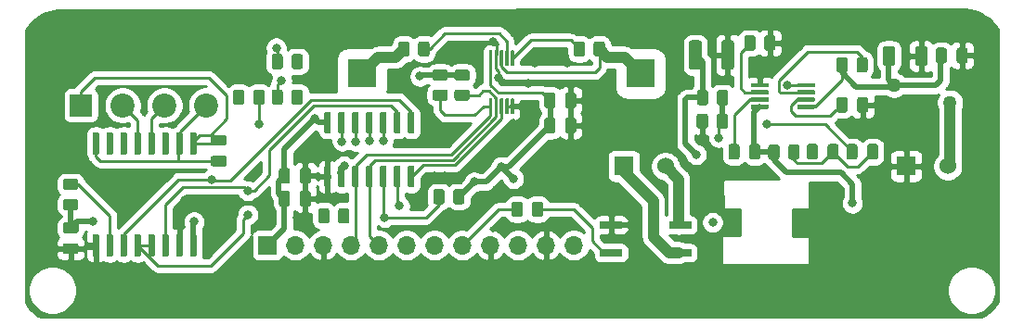
<source format=gbr>
G04 #@! TF.GenerationSoftware,KiCad,Pcbnew,(5.1.5)-3*
G04 #@! TF.CreationDate,2021-02-24T10:35:46+00:00*
G04 #@! TF.ProjectId,CurrentShuntCircuit,43757272-656e-4745-9368-756e74436972,1*
G04 #@! TF.SameCoordinates,Original*
G04 #@! TF.FileFunction,Copper,L2,Bot*
G04 #@! TF.FilePolarity,Positive*
%FSLAX46Y46*%
G04 Gerber Fmt 4.6, Leading zero omitted, Abs format (unit mm)*
G04 Created by KiCad (PCBNEW (5.1.5)-3) date 2021-02-24 10:35:46*
%MOMM*%
%LPD*%
G04 APERTURE LIST*
%ADD10C,0.100000*%
%ADD11R,2.000000X0.640000*%
%ADD12O,1.700000X1.700000*%
%ADD13R,1.700000X1.700000*%
%ADD14R,1.800000X1.800000*%
%ADD15C,1.524000*%
%ADD16C,2.200000*%
%ADD17R,2.000000X2.000000*%
%ADD18R,2.500000X2.500000*%
%ADD19C,1.270000*%
%ADD20C,0.800000*%
%ADD21C,0.250000*%
%ADD22C,0.500000*%
%ADD23C,1.000000*%
%ADD24C,0.254000*%
G04 APERTURE END LIST*
G04 #@! TA.AperFunction,SMDPad,CuDef*
D10*
G36*
X169949505Y-119401204D02*
G01*
X169973773Y-119404804D01*
X169997572Y-119410765D01*
X170020671Y-119419030D01*
X170042850Y-119429520D01*
X170063893Y-119442132D01*
X170083599Y-119456747D01*
X170101777Y-119473223D01*
X170118253Y-119491401D01*
X170132868Y-119511107D01*
X170145480Y-119532150D01*
X170155970Y-119554329D01*
X170164235Y-119577428D01*
X170170196Y-119601227D01*
X170173796Y-119625495D01*
X170175000Y-119649999D01*
X170175000Y-120550001D01*
X170173796Y-120574505D01*
X170170196Y-120598773D01*
X170164235Y-120622572D01*
X170155970Y-120645671D01*
X170145480Y-120667850D01*
X170132868Y-120688893D01*
X170118253Y-120708599D01*
X170101777Y-120726777D01*
X170083599Y-120743253D01*
X170063893Y-120757868D01*
X170042850Y-120770480D01*
X170020671Y-120780970D01*
X169997572Y-120789235D01*
X169973773Y-120795196D01*
X169949505Y-120798796D01*
X169925001Y-120800000D01*
X169399999Y-120800000D01*
X169375495Y-120798796D01*
X169351227Y-120795196D01*
X169327428Y-120789235D01*
X169304329Y-120780970D01*
X169282150Y-120770480D01*
X169261107Y-120757868D01*
X169241401Y-120743253D01*
X169223223Y-120726777D01*
X169206747Y-120708599D01*
X169192132Y-120688893D01*
X169179520Y-120667850D01*
X169169030Y-120645671D01*
X169160765Y-120622572D01*
X169154804Y-120598773D01*
X169151204Y-120574505D01*
X169150000Y-120550001D01*
X169150000Y-119649999D01*
X169151204Y-119625495D01*
X169154804Y-119601227D01*
X169160765Y-119577428D01*
X169169030Y-119554329D01*
X169179520Y-119532150D01*
X169192132Y-119511107D01*
X169206747Y-119491401D01*
X169223223Y-119473223D01*
X169241401Y-119456747D01*
X169261107Y-119442132D01*
X169282150Y-119429520D01*
X169304329Y-119419030D01*
X169327428Y-119410765D01*
X169351227Y-119404804D01*
X169375495Y-119401204D01*
X169399999Y-119400000D01*
X169925001Y-119400000D01*
X169949505Y-119401204D01*
G37*
G04 #@! TD.AperFunction*
G04 #@! TA.AperFunction,SMDPad,CuDef*
G36*
X168124505Y-119401204D02*
G01*
X168148773Y-119404804D01*
X168172572Y-119410765D01*
X168195671Y-119419030D01*
X168217850Y-119429520D01*
X168238893Y-119442132D01*
X168258599Y-119456747D01*
X168276777Y-119473223D01*
X168293253Y-119491401D01*
X168307868Y-119511107D01*
X168320480Y-119532150D01*
X168330970Y-119554329D01*
X168339235Y-119577428D01*
X168345196Y-119601227D01*
X168348796Y-119625495D01*
X168350000Y-119649999D01*
X168350000Y-120550001D01*
X168348796Y-120574505D01*
X168345196Y-120598773D01*
X168339235Y-120622572D01*
X168330970Y-120645671D01*
X168320480Y-120667850D01*
X168307868Y-120688893D01*
X168293253Y-120708599D01*
X168276777Y-120726777D01*
X168258599Y-120743253D01*
X168238893Y-120757868D01*
X168217850Y-120770480D01*
X168195671Y-120780970D01*
X168172572Y-120789235D01*
X168148773Y-120795196D01*
X168124505Y-120798796D01*
X168100001Y-120800000D01*
X167574999Y-120800000D01*
X167550495Y-120798796D01*
X167526227Y-120795196D01*
X167502428Y-120789235D01*
X167479329Y-120780970D01*
X167457150Y-120770480D01*
X167436107Y-120757868D01*
X167416401Y-120743253D01*
X167398223Y-120726777D01*
X167381747Y-120708599D01*
X167367132Y-120688893D01*
X167354520Y-120667850D01*
X167344030Y-120645671D01*
X167335765Y-120622572D01*
X167329804Y-120598773D01*
X167326204Y-120574505D01*
X167325000Y-120550001D01*
X167325000Y-119649999D01*
X167326204Y-119625495D01*
X167329804Y-119601227D01*
X167335765Y-119577428D01*
X167344030Y-119554329D01*
X167354520Y-119532150D01*
X167367132Y-119511107D01*
X167381747Y-119491401D01*
X167398223Y-119473223D01*
X167416401Y-119456747D01*
X167436107Y-119442132D01*
X167457150Y-119429520D01*
X167479329Y-119419030D01*
X167502428Y-119410765D01*
X167526227Y-119404804D01*
X167550495Y-119401204D01*
X167574999Y-119400000D01*
X168100001Y-119400000D01*
X168124505Y-119401204D01*
G37*
G04 #@! TD.AperFunction*
D11*
X200350000Y-123470000D03*
X200350000Y-120930000D03*
X194050000Y-120930000D03*
X194050000Y-123470000D03*
D12*
X190640000Y-122800000D03*
X188100000Y-122800000D03*
X185560000Y-122800000D03*
X183020000Y-122800000D03*
X180480000Y-122800000D03*
X177940000Y-122800000D03*
X175400000Y-122800000D03*
X172860000Y-122800000D03*
X170320000Y-122800000D03*
X167780000Y-122800000D03*
X165240000Y-122800000D03*
D13*
X162700000Y-122800000D03*
G04 #@! TA.AperFunction,SMDPad,CuDef*
D10*
G36*
X212534802Y-109925482D02*
G01*
X212544509Y-109926921D01*
X212554028Y-109929306D01*
X212563268Y-109932612D01*
X212572140Y-109936808D01*
X212580557Y-109941853D01*
X212588439Y-109947699D01*
X212595711Y-109954289D01*
X212602301Y-109961561D01*
X212608147Y-109969443D01*
X212613192Y-109977860D01*
X212617388Y-109986732D01*
X212620694Y-109995972D01*
X212623079Y-110005491D01*
X212624518Y-110015198D01*
X212625000Y-110025000D01*
X212625000Y-110225000D01*
X212624518Y-110234802D01*
X212623079Y-110244509D01*
X212620694Y-110254028D01*
X212617388Y-110263268D01*
X212613192Y-110272140D01*
X212608147Y-110280557D01*
X212602301Y-110288439D01*
X212595711Y-110295711D01*
X212588439Y-110302301D01*
X212580557Y-110308147D01*
X212572140Y-110313192D01*
X212563268Y-110317388D01*
X212554028Y-110320694D01*
X212544509Y-110323079D01*
X212534802Y-110324518D01*
X212525000Y-110325000D01*
X211100000Y-110325000D01*
X211090198Y-110324518D01*
X211080491Y-110323079D01*
X211070972Y-110320694D01*
X211061732Y-110317388D01*
X211052860Y-110313192D01*
X211044443Y-110308147D01*
X211036561Y-110302301D01*
X211029289Y-110295711D01*
X211022699Y-110288439D01*
X211016853Y-110280557D01*
X211011808Y-110272140D01*
X211007612Y-110263268D01*
X211004306Y-110254028D01*
X211001921Y-110244509D01*
X211000482Y-110234802D01*
X211000000Y-110225000D01*
X211000000Y-110025000D01*
X211000482Y-110015198D01*
X211001921Y-110005491D01*
X211004306Y-109995972D01*
X211007612Y-109986732D01*
X211011808Y-109977860D01*
X211016853Y-109969443D01*
X211022699Y-109961561D01*
X211029289Y-109954289D01*
X211036561Y-109947699D01*
X211044443Y-109941853D01*
X211052860Y-109936808D01*
X211061732Y-109932612D01*
X211070972Y-109929306D01*
X211080491Y-109926921D01*
X211090198Y-109925482D01*
X211100000Y-109925000D01*
X212525000Y-109925000D01*
X212534802Y-109925482D01*
G37*
G04 #@! TD.AperFunction*
G04 #@! TA.AperFunction,SMDPad,CuDef*
G36*
X212534802Y-109275482D02*
G01*
X212544509Y-109276921D01*
X212554028Y-109279306D01*
X212563268Y-109282612D01*
X212572140Y-109286808D01*
X212580557Y-109291853D01*
X212588439Y-109297699D01*
X212595711Y-109304289D01*
X212602301Y-109311561D01*
X212608147Y-109319443D01*
X212613192Y-109327860D01*
X212617388Y-109336732D01*
X212620694Y-109345972D01*
X212623079Y-109355491D01*
X212624518Y-109365198D01*
X212625000Y-109375000D01*
X212625000Y-109575000D01*
X212624518Y-109584802D01*
X212623079Y-109594509D01*
X212620694Y-109604028D01*
X212617388Y-109613268D01*
X212613192Y-109622140D01*
X212608147Y-109630557D01*
X212602301Y-109638439D01*
X212595711Y-109645711D01*
X212588439Y-109652301D01*
X212580557Y-109658147D01*
X212572140Y-109663192D01*
X212563268Y-109667388D01*
X212554028Y-109670694D01*
X212544509Y-109673079D01*
X212534802Y-109674518D01*
X212525000Y-109675000D01*
X211100000Y-109675000D01*
X211090198Y-109674518D01*
X211080491Y-109673079D01*
X211070972Y-109670694D01*
X211061732Y-109667388D01*
X211052860Y-109663192D01*
X211044443Y-109658147D01*
X211036561Y-109652301D01*
X211029289Y-109645711D01*
X211022699Y-109638439D01*
X211016853Y-109630557D01*
X211011808Y-109622140D01*
X211007612Y-109613268D01*
X211004306Y-109604028D01*
X211001921Y-109594509D01*
X211000482Y-109584802D01*
X211000000Y-109575000D01*
X211000000Y-109375000D01*
X211000482Y-109365198D01*
X211001921Y-109355491D01*
X211004306Y-109345972D01*
X211007612Y-109336732D01*
X211011808Y-109327860D01*
X211016853Y-109319443D01*
X211022699Y-109311561D01*
X211029289Y-109304289D01*
X211036561Y-109297699D01*
X211044443Y-109291853D01*
X211052860Y-109286808D01*
X211061732Y-109282612D01*
X211070972Y-109279306D01*
X211080491Y-109276921D01*
X211090198Y-109275482D01*
X211100000Y-109275000D01*
X212525000Y-109275000D01*
X212534802Y-109275482D01*
G37*
G04 #@! TD.AperFunction*
G04 #@! TA.AperFunction,SMDPad,CuDef*
G36*
X212534802Y-108625482D02*
G01*
X212544509Y-108626921D01*
X212554028Y-108629306D01*
X212563268Y-108632612D01*
X212572140Y-108636808D01*
X212580557Y-108641853D01*
X212588439Y-108647699D01*
X212595711Y-108654289D01*
X212602301Y-108661561D01*
X212608147Y-108669443D01*
X212613192Y-108677860D01*
X212617388Y-108686732D01*
X212620694Y-108695972D01*
X212623079Y-108705491D01*
X212624518Y-108715198D01*
X212625000Y-108725000D01*
X212625000Y-108925000D01*
X212624518Y-108934802D01*
X212623079Y-108944509D01*
X212620694Y-108954028D01*
X212617388Y-108963268D01*
X212613192Y-108972140D01*
X212608147Y-108980557D01*
X212602301Y-108988439D01*
X212595711Y-108995711D01*
X212588439Y-109002301D01*
X212580557Y-109008147D01*
X212572140Y-109013192D01*
X212563268Y-109017388D01*
X212554028Y-109020694D01*
X212544509Y-109023079D01*
X212534802Y-109024518D01*
X212525000Y-109025000D01*
X211100000Y-109025000D01*
X211090198Y-109024518D01*
X211080491Y-109023079D01*
X211070972Y-109020694D01*
X211061732Y-109017388D01*
X211052860Y-109013192D01*
X211044443Y-109008147D01*
X211036561Y-109002301D01*
X211029289Y-108995711D01*
X211022699Y-108988439D01*
X211016853Y-108980557D01*
X211011808Y-108972140D01*
X211007612Y-108963268D01*
X211004306Y-108954028D01*
X211001921Y-108944509D01*
X211000482Y-108934802D01*
X211000000Y-108925000D01*
X211000000Y-108725000D01*
X211000482Y-108715198D01*
X211001921Y-108705491D01*
X211004306Y-108695972D01*
X211007612Y-108686732D01*
X211011808Y-108677860D01*
X211016853Y-108669443D01*
X211022699Y-108661561D01*
X211029289Y-108654289D01*
X211036561Y-108647699D01*
X211044443Y-108641853D01*
X211052860Y-108636808D01*
X211061732Y-108632612D01*
X211070972Y-108629306D01*
X211080491Y-108626921D01*
X211090198Y-108625482D01*
X211100000Y-108625000D01*
X212525000Y-108625000D01*
X212534802Y-108625482D01*
G37*
G04 #@! TD.AperFunction*
G04 #@! TA.AperFunction,SMDPad,CuDef*
G36*
X212534802Y-107975482D02*
G01*
X212544509Y-107976921D01*
X212554028Y-107979306D01*
X212563268Y-107982612D01*
X212572140Y-107986808D01*
X212580557Y-107991853D01*
X212588439Y-107997699D01*
X212595711Y-108004289D01*
X212602301Y-108011561D01*
X212608147Y-108019443D01*
X212613192Y-108027860D01*
X212617388Y-108036732D01*
X212620694Y-108045972D01*
X212623079Y-108055491D01*
X212624518Y-108065198D01*
X212625000Y-108075000D01*
X212625000Y-108275000D01*
X212624518Y-108284802D01*
X212623079Y-108294509D01*
X212620694Y-108304028D01*
X212617388Y-108313268D01*
X212613192Y-108322140D01*
X212608147Y-108330557D01*
X212602301Y-108338439D01*
X212595711Y-108345711D01*
X212588439Y-108352301D01*
X212580557Y-108358147D01*
X212572140Y-108363192D01*
X212563268Y-108367388D01*
X212554028Y-108370694D01*
X212544509Y-108373079D01*
X212534802Y-108374518D01*
X212525000Y-108375000D01*
X211100000Y-108375000D01*
X211090198Y-108374518D01*
X211080491Y-108373079D01*
X211070972Y-108370694D01*
X211061732Y-108367388D01*
X211052860Y-108363192D01*
X211044443Y-108358147D01*
X211036561Y-108352301D01*
X211029289Y-108345711D01*
X211022699Y-108338439D01*
X211016853Y-108330557D01*
X211011808Y-108322140D01*
X211007612Y-108313268D01*
X211004306Y-108304028D01*
X211001921Y-108294509D01*
X211000482Y-108284802D01*
X211000000Y-108275000D01*
X211000000Y-108075000D01*
X211000482Y-108065198D01*
X211001921Y-108055491D01*
X211004306Y-108045972D01*
X211007612Y-108036732D01*
X211011808Y-108027860D01*
X211016853Y-108019443D01*
X211022699Y-108011561D01*
X211029289Y-108004289D01*
X211036561Y-107997699D01*
X211044443Y-107991853D01*
X211052860Y-107986808D01*
X211061732Y-107982612D01*
X211070972Y-107979306D01*
X211080491Y-107976921D01*
X211090198Y-107975482D01*
X211100000Y-107975000D01*
X212525000Y-107975000D01*
X212534802Y-107975482D01*
G37*
G04 #@! TD.AperFunction*
G04 #@! TA.AperFunction,SMDPad,CuDef*
G36*
X208309802Y-107975482D02*
G01*
X208319509Y-107976921D01*
X208329028Y-107979306D01*
X208338268Y-107982612D01*
X208347140Y-107986808D01*
X208355557Y-107991853D01*
X208363439Y-107997699D01*
X208370711Y-108004289D01*
X208377301Y-108011561D01*
X208383147Y-108019443D01*
X208388192Y-108027860D01*
X208392388Y-108036732D01*
X208395694Y-108045972D01*
X208398079Y-108055491D01*
X208399518Y-108065198D01*
X208400000Y-108075000D01*
X208400000Y-108275000D01*
X208399518Y-108284802D01*
X208398079Y-108294509D01*
X208395694Y-108304028D01*
X208392388Y-108313268D01*
X208388192Y-108322140D01*
X208383147Y-108330557D01*
X208377301Y-108338439D01*
X208370711Y-108345711D01*
X208363439Y-108352301D01*
X208355557Y-108358147D01*
X208347140Y-108363192D01*
X208338268Y-108367388D01*
X208329028Y-108370694D01*
X208319509Y-108373079D01*
X208309802Y-108374518D01*
X208300000Y-108375000D01*
X206875000Y-108375000D01*
X206865198Y-108374518D01*
X206855491Y-108373079D01*
X206845972Y-108370694D01*
X206836732Y-108367388D01*
X206827860Y-108363192D01*
X206819443Y-108358147D01*
X206811561Y-108352301D01*
X206804289Y-108345711D01*
X206797699Y-108338439D01*
X206791853Y-108330557D01*
X206786808Y-108322140D01*
X206782612Y-108313268D01*
X206779306Y-108304028D01*
X206776921Y-108294509D01*
X206775482Y-108284802D01*
X206775000Y-108275000D01*
X206775000Y-108075000D01*
X206775482Y-108065198D01*
X206776921Y-108055491D01*
X206779306Y-108045972D01*
X206782612Y-108036732D01*
X206786808Y-108027860D01*
X206791853Y-108019443D01*
X206797699Y-108011561D01*
X206804289Y-108004289D01*
X206811561Y-107997699D01*
X206819443Y-107991853D01*
X206827860Y-107986808D01*
X206836732Y-107982612D01*
X206845972Y-107979306D01*
X206855491Y-107976921D01*
X206865198Y-107975482D01*
X206875000Y-107975000D01*
X208300000Y-107975000D01*
X208309802Y-107975482D01*
G37*
G04 #@! TD.AperFunction*
G04 #@! TA.AperFunction,SMDPad,CuDef*
G36*
X208309802Y-108625482D02*
G01*
X208319509Y-108626921D01*
X208329028Y-108629306D01*
X208338268Y-108632612D01*
X208347140Y-108636808D01*
X208355557Y-108641853D01*
X208363439Y-108647699D01*
X208370711Y-108654289D01*
X208377301Y-108661561D01*
X208383147Y-108669443D01*
X208388192Y-108677860D01*
X208392388Y-108686732D01*
X208395694Y-108695972D01*
X208398079Y-108705491D01*
X208399518Y-108715198D01*
X208400000Y-108725000D01*
X208400000Y-108925000D01*
X208399518Y-108934802D01*
X208398079Y-108944509D01*
X208395694Y-108954028D01*
X208392388Y-108963268D01*
X208388192Y-108972140D01*
X208383147Y-108980557D01*
X208377301Y-108988439D01*
X208370711Y-108995711D01*
X208363439Y-109002301D01*
X208355557Y-109008147D01*
X208347140Y-109013192D01*
X208338268Y-109017388D01*
X208329028Y-109020694D01*
X208319509Y-109023079D01*
X208309802Y-109024518D01*
X208300000Y-109025000D01*
X206875000Y-109025000D01*
X206865198Y-109024518D01*
X206855491Y-109023079D01*
X206845972Y-109020694D01*
X206836732Y-109017388D01*
X206827860Y-109013192D01*
X206819443Y-109008147D01*
X206811561Y-109002301D01*
X206804289Y-108995711D01*
X206797699Y-108988439D01*
X206791853Y-108980557D01*
X206786808Y-108972140D01*
X206782612Y-108963268D01*
X206779306Y-108954028D01*
X206776921Y-108944509D01*
X206775482Y-108934802D01*
X206775000Y-108925000D01*
X206775000Y-108725000D01*
X206775482Y-108715198D01*
X206776921Y-108705491D01*
X206779306Y-108695972D01*
X206782612Y-108686732D01*
X206786808Y-108677860D01*
X206791853Y-108669443D01*
X206797699Y-108661561D01*
X206804289Y-108654289D01*
X206811561Y-108647699D01*
X206819443Y-108641853D01*
X206827860Y-108636808D01*
X206836732Y-108632612D01*
X206845972Y-108629306D01*
X206855491Y-108626921D01*
X206865198Y-108625482D01*
X206875000Y-108625000D01*
X208300000Y-108625000D01*
X208309802Y-108625482D01*
G37*
G04 #@! TD.AperFunction*
G04 #@! TA.AperFunction,SMDPad,CuDef*
G36*
X208309802Y-109275482D02*
G01*
X208319509Y-109276921D01*
X208329028Y-109279306D01*
X208338268Y-109282612D01*
X208347140Y-109286808D01*
X208355557Y-109291853D01*
X208363439Y-109297699D01*
X208370711Y-109304289D01*
X208377301Y-109311561D01*
X208383147Y-109319443D01*
X208388192Y-109327860D01*
X208392388Y-109336732D01*
X208395694Y-109345972D01*
X208398079Y-109355491D01*
X208399518Y-109365198D01*
X208400000Y-109375000D01*
X208400000Y-109575000D01*
X208399518Y-109584802D01*
X208398079Y-109594509D01*
X208395694Y-109604028D01*
X208392388Y-109613268D01*
X208388192Y-109622140D01*
X208383147Y-109630557D01*
X208377301Y-109638439D01*
X208370711Y-109645711D01*
X208363439Y-109652301D01*
X208355557Y-109658147D01*
X208347140Y-109663192D01*
X208338268Y-109667388D01*
X208329028Y-109670694D01*
X208319509Y-109673079D01*
X208309802Y-109674518D01*
X208300000Y-109675000D01*
X206875000Y-109675000D01*
X206865198Y-109674518D01*
X206855491Y-109673079D01*
X206845972Y-109670694D01*
X206836732Y-109667388D01*
X206827860Y-109663192D01*
X206819443Y-109658147D01*
X206811561Y-109652301D01*
X206804289Y-109645711D01*
X206797699Y-109638439D01*
X206791853Y-109630557D01*
X206786808Y-109622140D01*
X206782612Y-109613268D01*
X206779306Y-109604028D01*
X206776921Y-109594509D01*
X206775482Y-109584802D01*
X206775000Y-109575000D01*
X206775000Y-109375000D01*
X206775482Y-109365198D01*
X206776921Y-109355491D01*
X206779306Y-109345972D01*
X206782612Y-109336732D01*
X206786808Y-109327860D01*
X206791853Y-109319443D01*
X206797699Y-109311561D01*
X206804289Y-109304289D01*
X206811561Y-109297699D01*
X206819443Y-109291853D01*
X206827860Y-109286808D01*
X206836732Y-109282612D01*
X206845972Y-109279306D01*
X206855491Y-109276921D01*
X206865198Y-109275482D01*
X206875000Y-109275000D01*
X208300000Y-109275000D01*
X208309802Y-109275482D01*
G37*
G04 #@! TD.AperFunction*
G04 #@! TA.AperFunction,SMDPad,CuDef*
G36*
X208309802Y-109925482D02*
G01*
X208319509Y-109926921D01*
X208329028Y-109929306D01*
X208338268Y-109932612D01*
X208347140Y-109936808D01*
X208355557Y-109941853D01*
X208363439Y-109947699D01*
X208370711Y-109954289D01*
X208377301Y-109961561D01*
X208383147Y-109969443D01*
X208388192Y-109977860D01*
X208392388Y-109986732D01*
X208395694Y-109995972D01*
X208398079Y-110005491D01*
X208399518Y-110015198D01*
X208400000Y-110025000D01*
X208400000Y-110225000D01*
X208399518Y-110234802D01*
X208398079Y-110244509D01*
X208395694Y-110254028D01*
X208392388Y-110263268D01*
X208388192Y-110272140D01*
X208383147Y-110280557D01*
X208377301Y-110288439D01*
X208370711Y-110295711D01*
X208363439Y-110302301D01*
X208355557Y-110308147D01*
X208347140Y-110313192D01*
X208338268Y-110317388D01*
X208329028Y-110320694D01*
X208319509Y-110323079D01*
X208309802Y-110324518D01*
X208300000Y-110325000D01*
X206875000Y-110325000D01*
X206865198Y-110324518D01*
X206855491Y-110323079D01*
X206845972Y-110320694D01*
X206836732Y-110317388D01*
X206827860Y-110313192D01*
X206819443Y-110308147D01*
X206811561Y-110302301D01*
X206804289Y-110295711D01*
X206797699Y-110288439D01*
X206791853Y-110280557D01*
X206786808Y-110272140D01*
X206782612Y-110263268D01*
X206779306Y-110254028D01*
X206776921Y-110244509D01*
X206775482Y-110234802D01*
X206775000Y-110225000D01*
X206775000Y-110025000D01*
X206775482Y-110015198D01*
X206776921Y-110005491D01*
X206779306Y-109995972D01*
X206782612Y-109986732D01*
X206786808Y-109977860D01*
X206791853Y-109969443D01*
X206797699Y-109961561D01*
X206804289Y-109954289D01*
X206811561Y-109947699D01*
X206819443Y-109941853D01*
X206827860Y-109936808D01*
X206836732Y-109932612D01*
X206845972Y-109929306D01*
X206855491Y-109926921D01*
X206865198Y-109925482D01*
X206875000Y-109925000D01*
X208300000Y-109925000D01*
X208309802Y-109925482D01*
G37*
G04 #@! TD.AperFunction*
G04 #@! TA.AperFunction,SMDPad,CuDef*
G36*
X156109703Y-112475722D02*
G01*
X156124264Y-112477882D01*
X156138543Y-112481459D01*
X156152403Y-112486418D01*
X156165710Y-112492712D01*
X156178336Y-112500280D01*
X156190159Y-112509048D01*
X156201066Y-112518934D01*
X156210952Y-112529841D01*
X156219720Y-112541664D01*
X156227288Y-112554290D01*
X156233582Y-112567597D01*
X156238541Y-112581457D01*
X156242118Y-112595736D01*
X156244278Y-112610297D01*
X156245000Y-112625000D01*
X156245000Y-114375000D01*
X156244278Y-114389703D01*
X156242118Y-114404264D01*
X156238541Y-114418543D01*
X156233582Y-114432403D01*
X156227288Y-114445710D01*
X156219720Y-114458336D01*
X156210952Y-114470159D01*
X156201066Y-114481066D01*
X156190159Y-114490952D01*
X156178336Y-114499720D01*
X156165710Y-114507288D01*
X156152403Y-114513582D01*
X156138543Y-114518541D01*
X156124264Y-114522118D01*
X156109703Y-114524278D01*
X156095000Y-114525000D01*
X155795000Y-114525000D01*
X155780297Y-114524278D01*
X155765736Y-114522118D01*
X155751457Y-114518541D01*
X155737597Y-114513582D01*
X155724290Y-114507288D01*
X155711664Y-114499720D01*
X155699841Y-114490952D01*
X155688934Y-114481066D01*
X155679048Y-114470159D01*
X155670280Y-114458336D01*
X155662712Y-114445710D01*
X155656418Y-114432403D01*
X155651459Y-114418543D01*
X155647882Y-114404264D01*
X155645722Y-114389703D01*
X155645000Y-114375000D01*
X155645000Y-112625000D01*
X155645722Y-112610297D01*
X155647882Y-112595736D01*
X155651459Y-112581457D01*
X155656418Y-112567597D01*
X155662712Y-112554290D01*
X155670280Y-112541664D01*
X155679048Y-112529841D01*
X155688934Y-112518934D01*
X155699841Y-112509048D01*
X155711664Y-112500280D01*
X155724290Y-112492712D01*
X155737597Y-112486418D01*
X155751457Y-112481459D01*
X155765736Y-112477882D01*
X155780297Y-112475722D01*
X155795000Y-112475000D01*
X156095000Y-112475000D01*
X156109703Y-112475722D01*
G37*
G04 #@! TD.AperFunction*
G04 #@! TA.AperFunction,SMDPad,CuDef*
G36*
X154839703Y-112475722D02*
G01*
X154854264Y-112477882D01*
X154868543Y-112481459D01*
X154882403Y-112486418D01*
X154895710Y-112492712D01*
X154908336Y-112500280D01*
X154920159Y-112509048D01*
X154931066Y-112518934D01*
X154940952Y-112529841D01*
X154949720Y-112541664D01*
X154957288Y-112554290D01*
X154963582Y-112567597D01*
X154968541Y-112581457D01*
X154972118Y-112595736D01*
X154974278Y-112610297D01*
X154975000Y-112625000D01*
X154975000Y-114375000D01*
X154974278Y-114389703D01*
X154972118Y-114404264D01*
X154968541Y-114418543D01*
X154963582Y-114432403D01*
X154957288Y-114445710D01*
X154949720Y-114458336D01*
X154940952Y-114470159D01*
X154931066Y-114481066D01*
X154920159Y-114490952D01*
X154908336Y-114499720D01*
X154895710Y-114507288D01*
X154882403Y-114513582D01*
X154868543Y-114518541D01*
X154854264Y-114522118D01*
X154839703Y-114524278D01*
X154825000Y-114525000D01*
X154525000Y-114525000D01*
X154510297Y-114524278D01*
X154495736Y-114522118D01*
X154481457Y-114518541D01*
X154467597Y-114513582D01*
X154454290Y-114507288D01*
X154441664Y-114499720D01*
X154429841Y-114490952D01*
X154418934Y-114481066D01*
X154409048Y-114470159D01*
X154400280Y-114458336D01*
X154392712Y-114445710D01*
X154386418Y-114432403D01*
X154381459Y-114418543D01*
X154377882Y-114404264D01*
X154375722Y-114389703D01*
X154375000Y-114375000D01*
X154375000Y-112625000D01*
X154375722Y-112610297D01*
X154377882Y-112595736D01*
X154381459Y-112581457D01*
X154386418Y-112567597D01*
X154392712Y-112554290D01*
X154400280Y-112541664D01*
X154409048Y-112529841D01*
X154418934Y-112518934D01*
X154429841Y-112509048D01*
X154441664Y-112500280D01*
X154454290Y-112492712D01*
X154467597Y-112486418D01*
X154481457Y-112481459D01*
X154495736Y-112477882D01*
X154510297Y-112475722D01*
X154525000Y-112475000D01*
X154825000Y-112475000D01*
X154839703Y-112475722D01*
G37*
G04 #@! TD.AperFunction*
G04 #@! TA.AperFunction,SMDPad,CuDef*
G36*
X153569703Y-112475722D02*
G01*
X153584264Y-112477882D01*
X153598543Y-112481459D01*
X153612403Y-112486418D01*
X153625710Y-112492712D01*
X153638336Y-112500280D01*
X153650159Y-112509048D01*
X153661066Y-112518934D01*
X153670952Y-112529841D01*
X153679720Y-112541664D01*
X153687288Y-112554290D01*
X153693582Y-112567597D01*
X153698541Y-112581457D01*
X153702118Y-112595736D01*
X153704278Y-112610297D01*
X153705000Y-112625000D01*
X153705000Y-114375000D01*
X153704278Y-114389703D01*
X153702118Y-114404264D01*
X153698541Y-114418543D01*
X153693582Y-114432403D01*
X153687288Y-114445710D01*
X153679720Y-114458336D01*
X153670952Y-114470159D01*
X153661066Y-114481066D01*
X153650159Y-114490952D01*
X153638336Y-114499720D01*
X153625710Y-114507288D01*
X153612403Y-114513582D01*
X153598543Y-114518541D01*
X153584264Y-114522118D01*
X153569703Y-114524278D01*
X153555000Y-114525000D01*
X153255000Y-114525000D01*
X153240297Y-114524278D01*
X153225736Y-114522118D01*
X153211457Y-114518541D01*
X153197597Y-114513582D01*
X153184290Y-114507288D01*
X153171664Y-114499720D01*
X153159841Y-114490952D01*
X153148934Y-114481066D01*
X153139048Y-114470159D01*
X153130280Y-114458336D01*
X153122712Y-114445710D01*
X153116418Y-114432403D01*
X153111459Y-114418543D01*
X153107882Y-114404264D01*
X153105722Y-114389703D01*
X153105000Y-114375000D01*
X153105000Y-112625000D01*
X153105722Y-112610297D01*
X153107882Y-112595736D01*
X153111459Y-112581457D01*
X153116418Y-112567597D01*
X153122712Y-112554290D01*
X153130280Y-112541664D01*
X153139048Y-112529841D01*
X153148934Y-112518934D01*
X153159841Y-112509048D01*
X153171664Y-112500280D01*
X153184290Y-112492712D01*
X153197597Y-112486418D01*
X153211457Y-112481459D01*
X153225736Y-112477882D01*
X153240297Y-112475722D01*
X153255000Y-112475000D01*
X153555000Y-112475000D01*
X153569703Y-112475722D01*
G37*
G04 #@! TD.AperFunction*
G04 #@! TA.AperFunction,SMDPad,CuDef*
G36*
X152299703Y-112475722D02*
G01*
X152314264Y-112477882D01*
X152328543Y-112481459D01*
X152342403Y-112486418D01*
X152355710Y-112492712D01*
X152368336Y-112500280D01*
X152380159Y-112509048D01*
X152391066Y-112518934D01*
X152400952Y-112529841D01*
X152409720Y-112541664D01*
X152417288Y-112554290D01*
X152423582Y-112567597D01*
X152428541Y-112581457D01*
X152432118Y-112595736D01*
X152434278Y-112610297D01*
X152435000Y-112625000D01*
X152435000Y-114375000D01*
X152434278Y-114389703D01*
X152432118Y-114404264D01*
X152428541Y-114418543D01*
X152423582Y-114432403D01*
X152417288Y-114445710D01*
X152409720Y-114458336D01*
X152400952Y-114470159D01*
X152391066Y-114481066D01*
X152380159Y-114490952D01*
X152368336Y-114499720D01*
X152355710Y-114507288D01*
X152342403Y-114513582D01*
X152328543Y-114518541D01*
X152314264Y-114522118D01*
X152299703Y-114524278D01*
X152285000Y-114525000D01*
X151985000Y-114525000D01*
X151970297Y-114524278D01*
X151955736Y-114522118D01*
X151941457Y-114518541D01*
X151927597Y-114513582D01*
X151914290Y-114507288D01*
X151901664Y-114499720D01*
X151889841Y-114490952D01*
X151878934Y-114481066D01*
X151869048Y-114470159D01*
X151860280Y-114458336D01*
X151852712Y-114445710D01*
X151846418Y-114432403D01*
X151841459Y-114418543D01*
X151837882Y-114404264D01*
X151835722Y-114389703D01*
X151835000Y-114375000D01*
X151835000Y-112625000D01*
X151835722Y-112610297D01*
X151837882Y-112595736D01*
X151841459Y-112581457D01*
X151846418Y-112567597D01*
X151852712Y-112554290D01*
X151860280Y-112541664D01*
X151869048Y-112529841D01*
X151878934Y-112518934D01*
X151889841Y-112509048D01*
X151901664Y-112500280D01*
X151914290Y-112492712D01*
X151927597Y-112486418D01*
X151941457Y-112481459D01*
X151955736Y-112477882D01*
X151970297Y-112475722D01*
X151985000Y-112475000D01*
X152285000Y-112475000D01*
X152299703Y-112475722D01*
G37*
G04 #@! TD.AperFunction*
G04 #@! TA.AperFunction,SMDPad,CuDef*
G36*
X151029703Y-112475722D02*
G01*
X151044264Y-112477882D01*
X151058543Y-112481459D01*
X151072403Y-112486418D01*
X151085710Y-112492712D01*
X151098336Y-112500280D01*
X151110159Y-112509048D01*
X151121066Y-112518934D01*
X151130952Y-112529841D01*
X151139720Y-112541664D01*
X151147288Y-112554290D01*
X151153582Y-112567597D01*
X151158541Y-112581457D01*
X151162118Y-112595736D01*
X151164278Y-112610297D01*
X151165000Y-112625000D01*
X151165000Y-114375000D01*
X151164278Y-114389703D01*
X151162118Y-114404264D01*
X151158541Y-114418543D01*
X151153582Y-114432403D01*
X151147288Y-114445710D01*
X151139720Y-114458336D01*
X151130952Y-114470159D01*
X151121066Y-114481066D01*
X151110159Y-114490952D01*
X151098336Y-114499720D01*
X151085710Y-114507288D01*
X151072403Y-114513582D01*
X151058543Y-114518541D01*
X151044264Y-114522118D01*
X151029703Y-114524278D01*
X151015000Y-114525000D01*
X150715000Y-114525000D01*
X150700297Y-114524278D01*
X150685736Y-114522118D01*
X150671457Y-114518541D01*
X150657597Y-114513582D01*
X150644290Y-114507288D01*
X150631664Y-114499720D01*
X150619841Y-114490952D01*
X150608934Y-114481066D01*
X150599048Y-114470159D01*
X150590280Y-114458336D01*
X150582712Y-114445710D01*
X150576418Y-114432403D01*
X150571459Y-114418543D01*
X150567882Y-114404264D01*
X150565722Y-114389703D01*
X150565000Y-114375000D01*
X150565000Y-112625000D01*
X150565722Y-112610297D01*
X150567882Y-112595736D01*
X150571459Y-112581457D01*
X150576418Y-112567597D01*
X150582712Y-112554290D01*
X150590280Y-112541664D01*
X150599048Y-112529841D01*
X150608934Y-112518934D01*
X150619841Y-112509048D01*
X150631664Y-112500280D01*
X150644290Y-112492712D01*
X150657597Y-112486418D01*
X150671457Y-112481459D01*
X150685736Y-112477882D01*
X150700297Y-112475722D01*
X150715000Y-112475000D01*
X151015000Y-112475000D01*
X151029703Y-112475722D01*
G37*
G04 #@! TD.AperFunction*
G04 #@! TA.AperFunction,SMDPad,CuDef*
G36*
X149759703Y-112475722D02*
G01*
X149774264Y-112477882D01*
X149788543Y-112481459D01*
X149802403Y-112486418D01*
X149815710Y-112492712D01*
X149828336Y-112500280D01*
X149840159Y-112509048D01*
X149851066Y-112518934D01*
X149860952Y-112529841D01*
X149869720Y-112541664D01*
X149877288Y-112554290D01*
X149883582Y-112567597D01*
X149888541Y-112581457D01*
X149892118Y-112595736D01*
X149894278Y-112610297D01*
X149895000Y-112625000D01*
X149895000Y-114375000D01*
X149894278Y-114389703D01*
X149892118Y-114404264D01*
X149888541Y-114418543D01*
X149883582Y-114432403D01*
X149877288Y-114445710D01*
X149869720Y-114458336D01*
X149860952Y-114470159D01*
X149851066Y-114481066D01*
X149840159Y-114490952D01*
X149828336Y-114499720D01*
X149815710Y-114507288D01*
X149802403Y-114513582D01*
X149788543Y-114518541D01*
X149774264Y-114522118D01*
X149759703Y-114524278D01*
X149745000Y-114525000D01*
X149445000Y-114525000D01*
X149430297Y-114524278D01*
X149415736Y-114522118D01*
X149401457Y-114518541D01*
X149387597Y-114513582D01*
X149374290Y-114507288D01*
X149361664Y-114499720D01*
X149349841Y-114490952D01*
X149338934Y-114481066D01*
X149329048Y-114470159D01*
X149320280Y-114458336D01*
X149312712Y-114445710D01*
X149306418Y-114432403D01*
X149301459Y-114418543D01*
X149297882Y-114404264D01*
X149295722Y-114389703D01*
X149295000Y-114375000D01*
X149295000Y-112625000D01*
X149295722Y-112610297D01*
X149297882Y-112595736D01*
X149301459Y-112581457D01*
X149306418Y-112567597D01*
X149312712Y-112554290D01*
X149320280Y-112541664D01*
X149329048Y-112529841D01*
X149338934Y-112518934D01*
X149349841Y-112509048D01*
X149361664Y-112500280D01*
X149374290Y-112492712D01*
X149387597Y-112486418D01*
X149401457Y-112481459D01*
X149415736Y-112477882D01*
X149430297Y-112475722D01*
X149445000Y-112475000D01*
X149745000Y-112475000D01*
X149759703Y-112475722D01*
G37*
G04 #@! TD.AperFunction*
G04 #@! TA.AperFunction,SMDPad,CuDef*
G36*
X148489703Y-112475722D02*
G01*
X148504264Y-112477882D01*
X148518543Y-112481459D01*
X148532403Y-112486418D01*
X148545710Y-112492712D01*
X148558336Y-112500280D01*
X148570159Y-112509048D01*
X148581066Y-112518934D01*
X148590952Y-112529841D01*
X148599720Y-112541664D01*
X148607288Y-112554290D01*
X148613582Y-112567597D01*
X148618541Y-112581457D01*
X148622118Y-112595736D01*
X148624278Y-112610297D01*
X148625000Y-112625000D01*
X148625000Y-114375000D01*
X148624278Y-114389703D01*
X148622118Y-114404264D01*
X148618541Y-114418543D01*
X148613582Y-114432403D01*
X148607288Y-114445710D01*
X148599720Y-114458336D01*
X148590952Y-114470159D01*
X148581066Y-114481066D01*
X148570159Y-114490952D01*
X148558336Y-114499720D01*
X148545710Y-114507288D01*
X148532403Y-114513582D01*
X148518543Y-114518541D01*
X148504264Y-114522118D01*
X148489703Y-114524278D01*
X148475000Y-114525000D01*
X148175000Y-114525000D01*
X148160297Y-114524278D01*
X148145736Y-114522118D01*
X148131457Y-114518541D01*
X148117597Y-114513582D01*
X148104290Y-114507288D01*
X148091664Y-114499720D01*
X148079841Y-114490952D01*
X148068934Y-114481066D01*
X148059048Y-114470159D01*
X148050280Y-114458336D01*
X148042712Y-114445710D01*
X148036418Y-114432403D01*
X148031459Y-114418543D01*
X148027882Y-114404264D01*
X148025722Y-114389703D01*
X148025000Y-114375000D01*
X148025000Y-112625000D01*
X148025722Y-112610297D01*
X148027882Y-112595736D01*
X148031459Y-112581457D01*
X148036418Y-112567597D01*
X148042712Y-112554290D01*
X148050280Y-112541664D01*
X148059048Y-112529841D01*
X148068934Y-112518934D01*
X148079841Y-112509048D01*
X148091664Y-112500280D01*
X148104290Y-112492712D01*
X148117597Y-112486418D01*
X148131457Y-112481459D01*
X148145736Y-112477882D01*
X148160297Y-112475722D01*
X148175000Y-112475000D01*
X148475000Y-112475000D01*
X148489703Y-112475722D01*
G37*
G04 #@! TD.AperFunction*
G04 #@! TA.AperFunction,SMDPad,CuDef*
G36*
X147219703Y-112475722D02*
G01*
X147234264Y-112477882D01*
X147248543Y-112481459D01*
X147262403Y-112486418D01*
X147275710Y-112492712D01*
X147288336Y-112500280D01*
X147300159Y-112509048D01*
X147311066Y-112518934D01*
X147320952Y-112529841D01*
X147329720Y-112541664D01*
X147337288Y-112554290D01*
X147343582Y-112567597D01*
X147348541Y-112581457D01*
X147352118Y-112595736D01*
X147354278Y-112610297D01*
X147355000Y-112625000D01*
X147355000Y-114375000D01*
X147354278Y-114389703D01*
X147352118Y-114404264D01*
X147348541Y-114418543D01*
X147343582Y-114432403D01*
X147337288Y-114445710D01*
X147329720Y-114458336D01*
X147320952Y-114470159D01*
X147311066Y-114481066D01*
X147300159Y-114490952D01*
X147288336Y-114499720D01*
X147275710Y-114507288D01*
X147262403Y-114513582D01*
X147248543Y-114518541D01*
X147234264Y-114522118D01*
X147219703Y-114524278D01*
X147205000Y-114525000D01*
X146905000Y-114525000D01*
X146890297Y-114524278D01*
X146875736Y-114522118D01*
X146861457Y-114518541D01*
X146847597Y-114513582D01*
X146834290Y-114507288D01*
X146821664Y-114499720D01*
X146809841Y-114490952D01*
X146798934Y-114481066D01*
X146789048Y-114470159D01*
X146780280Y-114458336D01*
X146772712Y-114445710D01*
X146766418Y-114432403D01*
X146761459Y-114418543D01*
X146757882Y-114404264D01*
X146755722Y-114389703D01*
X146755000Y-114375000D01*
X146755000Y-112625000D01*
X146755722Y-112610297D01*
X146757882Y-112595736D01*
X146761459Y-112581457D01*
X146766418Y-112567597D01*
X146772712Y-112554290D01*
X146780280Y-112541664D01*
X146789048Y-112529841D01*
X146798934Y-112518934D01*
X146809841Y-112509048D01*
X146821664Y-112500280D01*
X146834290Y-112492712D01*
X146847597Y-112486418D01*
X146861457Y-112481459D01*
X146875736Y-112477882D01*
X146890297Y-112475722D01*
X146905000Y-112475000D01*
X147205000Y-112475000D01*
X147219703Y-112475722D01*
G37*
G04 #@! TD.AperFunction*
G04 #@! TA.AperFunction,SMDPad,CuDef*
G36*
X147219703Y-121775722D02*
G01*
X147234264Y-121777882D01*
X147248543Y-121781459D01*
X147262403Y-121786418D01*
X147275710Y-121792712D01*
X147288336Y-121800280D01*
X147300159Y-121809048D01*
X147311066Y-121818934D01*
X147320952Y-121829841D01*
X147329720Y-121841664D01*
X147337288Y-121854290D01*
X147343582Y-121867597D01*
X147348541Y-121881457D01*
X147352118Y-121895736D01*
X147354278Y-121910297D01*
X147355000Y-121925000D01*
X147355000Y-123675000D01*
X147354278Y-123689703D01*
X147352118Y-123704264D01*
X147348541Y-123718543D01*
X147343582Y-123732403D01*
X147337288Y-123745710D01*
X147329720Y-123758336D01*
X147320952Y-123770159D01*
X147311066Y-123781066D01*
X147300159Y-123790952D01*
X147288336Y-123799720D01*
X147275710Y-123807288D01*
X147262403Y-123813582D01*
X147248543Y-123818541D01*
X147234264Y-123822118D01*
X147219703Y-123824278D01*
X147205000Y-123825000D01*
X146905000Y-123825000D01*
X146890297Y-123824278D01*
X146875736Y-123822118D01*
X146861457Y-123818541D01*
X146847597Y-123813582D01*
X146834290Y-123807288D01*
X146821664Y-123799720D01*
X146809841Y-123790952D01*
X146798934Y-123781066D01*
X146789048Y-123770159D01*
X146780280Y-123758336D01*
X146772712Y-123745710D01*
X146766418Y-123732403D01*
X146761459Y-123718543D01*
X146757882Y-123704264D01*
X146755722Y-123689703D01*
X146755000Y-123675000D01*
X146755000Y-121925000D01*
X146755722Y-121910297D01*
X146757882Y-121895736D01*
X146761459Y-121881457D01*
X146766418Y-121867597D01*
X146772712Y-121854290D01*
X146780280Y-121841664D01*
X146789048Y-121829841D01*
X146798934Y-121818934D01*
X146809841Y-121809048D01*
X146821664Y-121800280D01*
X146834290Y-121792712D01*
X146847597Y-121786418D01*
X146861457Y-121781459D01*
X146875736Y-121777882D01*
X146890297Y-121775722D01*
X146905000Y-121775000D01*
X147205000Y-121775000D01*
X147219703Y-121775722D01*
G37*
G04 #@! TD.AperFunction*
G04 #@! TA.AperFunction,SMDPad,CuDef*
G36*
X148489703Y-121775722D02*
G01*
X148504264Y-121777882D01*
X148518543Y-121781459D01*
X148532403Y-121786418D01*
X148545710Y-121792712D01*
X148558336Y-121800280D01*
X148570159Y-121809048D01*
X148581066Y-121818934D01*
X148590952Y-121829841D01*
X148599720Y-121841664D01*
X148607288Y-121854290D01*
X148613582Y-121867597D01*
X148618541Y-121881457D01*
X148622118Y-121895736D01*
X148624278Y-121910297D01*
X148625000Y-121925000D01*
X148625000Y-123675000D01*
X148624278Y-123689703D01*
X148622118Y-123704264D01*
X148618541Y-123718543D01*
X148613582Y-123732403D01*
X148607288Y-123745710D01*
X148599720Y-123758336D01*
X148590952Y-123770159D01*
X148581066Y-123781066D01*
X148570159Y-123790952D01*
X148558336Y-123799720D01*
X148545710Y-123807288D01*
X148532403Y-123813582D01*
X148518543Y-123818541D01*
X148504264Y-123822118D01*
X148489703Y-123824278D01*
X148475000Y-123825000D01*
X148175000Y-123825000D01*
X148160297Y-123824278D01*
X148145736Y-123822118D01*
X148131457Y-123818541D01*
X148117597Y-123813582D01*
X148104290Y-123807288D01*
X148091664Y-123799720D01*
X148079841Y-123790952D01*
X148068934Y-123781066D01*
X148059048Y-123770159D01*
X148050280Y-123758336D01*
X148042712Y-123745710D01*
X148036418Y-123732403D01*
X148031459Y-123718543D01*
X148027882Y-123704264D01*
X148025722Y-123689703D01*
X148025000Y-123675000D01*
X148025000Y-121925000D01*
X148025722Y-121910297D01*
X148027882Y-121895736D01*
X148031459Y-121881457D01*
X148036418Y-121867597D01*
X148042712Y-121854290D01*
X148050280Y-121841664D01*
X148059048Y-121829841D01*
X148068934Y-121818934D01*
X148079841Y-121809048D01*
X148091664Y-121800280D01*
X148104290Y-121792712D01*
X148117597Y-121786418D01*
X148131457Y-121781459D01*
X148145736Y-121777882D01*
X148160297Y-121775722D01*
X148175000Y-121775000D01*
X148475000Y-121775000D01*
X148489703Y-121775722D01*
G37*
G04 #@! TD.AperFunction*
G04 #@! TA.AperFunction,SMDPad,CuDef*
G36*
X149759703Y-121775722D02*
G01*
X149774264Y-121777882D01*
X149788543Y-121781459D01*
X149802403Y-121786418D01*
X149815710Y-121792712D01*
X149828336Y-121800280D01*
X149840159Y-121809048D01*
X149851066Y-121818934D01*
X149860952Y-121829841D01*
X149869720Y-121841664D01*
X149877288Y-121854290D01*
X149883582Y-121867597D01*
X149888541Y-121881457D01*
X149892118Y-121895736D01*
X149894278Y-121910297D01*
X149895000Y-121925000D01*
X149895000Y-123675000D01*
X149894278Y-123689703D01*
X149892118Y-123704264D01*
X149888541Y-123718543D01*
X149883582Y-123732403D01*
X149877288Y-123745710D01*
X149869720Y-123758336D01*
X149860952Y-123770159D01*
X149851066Y-123781066D01*
X149840159Y-123790952D01*
X149828336Y-123799720D01*
X149815710Y-123807288D01*
X149802403Y-123813582D01*
X149788543Y-123818541D01*
X149774264Y-123822118D01*
X149759703Y-123824278D01*
X149745000Y-123825000D01*
X149445000Y-123825000D01*
X149430297Y-123824278D01*
X149415736Y-123822118D01*
X149401457Y-123818541D01*
X149387597Y-123813582D01*
X149374290Y-123807288D01*
X149361664Y-123799720D01*
X149349841Y-123790952D01*
X149338934Y-123781066D01*
X149329048Y-123770159D01*
X149320280Y-123758336D01*
X149312712Y-123745710D01*
X149306418Y-123732403D01*
X149301459Y-123718543D01*
X149297882Y-123704264D01*
X149295722Y-123689703D01*
X149295000Y-123675000D01*
X149295000Y-121925000D01*
X149295722Y-121910297D01*
X149297882Y-121895736D01*
X149301459Y-121881457D01*
X149306418Y-121867597D01*
X149312712Y-121854290D01*
X149320280Y-121841664D01*
X149329048Y-121829841D01*
X149338934Y-121818934D01*
X149349841Y-121809048D01*
X149361664Y-121800280D01*
X149374290Y-121792712D01*
X149387597Y-121786418D01*
X149401457Y-121781459D01*
X149415736Y-121777882D01*
X149430297Y-121775722D01*
X149445000Y-121775000D01*
X149745000Y-121775000D01*
X149759703Y-121775722D01*
G37*
G04 #@! TD.AperFunction*
G04 #@! TA.AperFunction,SMDPad,CuDef*
G36*
X151029703Y-121775722D02*
G01*
X151044264Y-121777882D01*
X151058543Y-121781459D01*
X151072403Y-121786418D01*
X151085710Y-121792712D01*
X151098336Y-121800280D01*
X151110159Y-121809048D01*
X151121066Y-121818934D01*
X151130952Y-121829841D01*
X151139720Y-121841664D01*
X151147288Y-121854290D01*
X151153582Y-121867597D01*
X151158541Y-121881457D01*
X151162118Y-121895736D01*
X151164278Y-121910297D01*
X151165000Y-121925000D01*
X151165000Y-123675000D01*
X151164278Y-123689703D01*
X151162118Y-123704264D01*
X151158541Y-123718543D01*
X151153582Y-123732403D01*
X151147288Y-123745710D01*
X151139720Y-123758336D01*
X151130952Y-123770159D01*
X151121066Y-123781066D01*
X151110159Y-123790952D01*
X151098336Y-123799720D01*
X151085710Y-123807288D01*
X151072403Y-123813582D01*
X151058543Y-123818541D01*
X151044264Y-123822118D01*
X151029703Y-123824278D01*
X151015000Y-123825000D01*
X150715000Y-123825000D01*
X150700297Y-123824278D01*
X150685736Y-123822118D01*
X150671457Y-123818541D01*
X150657597Y-123813582D01*
X150644290Y-123807288D01*
X150631664Y-123799720D01*
X150619841Y-123790952D01*
X150608934Y-123781066D01*
X150599048Y-123770159D01*
X150590280Y-123758336D01*
X150582712Y-123745710D01*
X150576418Y-123732403D01*
X150571459Y-123718543D01*
X150567882Y-123704264D01*
X150565722Y-123689703D01*
X150565000Y-123675000D01*
X150565000Y-121925000D01*
X150565722Y-121910297D01*
X150567882Y-121895736D01*
X150571459Y-121881457D01*
X150576418Y-121867597D01*
X150582712Y-121854290D01*
X150590280Y-121841664D01*
X150599048Y-121829841D01*
X150608934Y-121818934D01*
X150619841Y-121809048D01*
X150631664Y-121800280D01*
X150644290Y-121792712D01*
X150657597Y-121786418D01*
X150671457Y-121781459D01*
X150685736Y-121777882D01*
X150700297Y-121775722D01*
X150715000Y-121775000D01*
X151015000Y-121775000D01*
X151029703Y-121775722D01*
G37*
G04 #@! TD.AperFunction*
G04 #@! TA.AperFunction,SMDPad,CuDef*
G36*
X152299703Y-121775722D02*
G01*
X152314264Y-121777882D01*
X152328543Y-121781459D01*
X152342403Y-121786418D01*
X152355710Y-121792712D01*
X152368336Y-121800280D01*
X152380159Y-121809048D01*
X152391066Y-121818934D01*
X152400952Y-121829841D01*
X152409720Y-121841664D01*
X152417288Y-121854290D01*
X152423582Y-121867597D01*
X152428541Y-121881457D01*
X152432118Y-121895736D01*
X152434278Y-121910297D01*
X152435000Y-121925000D01*
X152435000Y-123675000D01*
X152434278Y-123689703D01*
X152432118Y-123704264D01*
X152428541Y-123718543D01*
X152423582Y-123732403D01*
X152417288Y-123745710D01*
X152409720Y-123758336D01*
X152400952Y-123770159D01*
X152391066Y-123781066D01*
X152380159Y-123790952D01*
X152368336Y-123799720D01*
X152355710Y-123807288D01*
X152342403Y-123813582D01*
X152328543Y-123818541D01*
X152314264Y-123822118D01*
X152299703Y-123824278D01*
X152285000Y-123825000D01*
X151985000Y-123825000D01*
X151970297Y-123824278D01*
X151955736Y-123822118D01*
X151941457Y-123818541D01*
X151927597Y-123813582D01*
X151914290Y-123807288D01*
X151901664Y-123799720D01*
X151889841Y-123790952D01*
X151878934Y-123781066D01*
X151869048Y-123770159D01*
X151860280Y-123758336D01*
X151852712Y-123745710D01*
X151846418Y-123732403D01*
X151841459Y-123718543D01*
X151837882Y-123704264D01*
X151835722Y-123689703D01*
X151835000Y-123675000D01*
X151835000Y-121925000D01*
X151835722Y-121910297D01*
X151837882Y-121895736D01*
X151841459Y-121881457D01*
X151846418Y-121867597D01*
X151852712Y-121854290D01*
X151860280Y-121841664D01*
X151869048Y-121829841D01*
X151878934Y-121818934D01*
X151889841Y-121809048D01*
X151901664Y-121800280D01*
X151914290Y-121792712D01*
X151927597Y-121786418D01*
X151941457Y-121781459D01*
X151955736Y-121777882D01*
X151970297Y-121775722D01*
X151985000Y-121775000D01*
X152285000Y-121775000D01*
X152299703Y-121775722D01*
G37*
G04 #@! TD.AperFunction*
G04 #@! TA.AperFunction,SMDPad,CuDef*
G36*
X153569703Y-121775722D02*
G01*
X153584264Y-121777882D01*
X153598543Y-121781459D01*
X153612403Y-121786418D01*
X153625710Y-121792712D01*
X153638336Y-121800280D01*
X153650159Y-121809048D01*
X153661066Y-121818934D01*
X153670952Y-121829841D01*
X153679720Y-121841664D01*
X153687288Y-121854290D01*
X153693582Y-121867597D01*
X153698541Y-121881457D01*
X153702118Y-121895736D01*
X153704278Y-121910297D01*
X153705000Y-121925000D01*
X153705000Y-123675000D01*
X153704278Y-123689703D01*
X153702118Y-123704264D01*
X153698541Y-123718543D01*
X153693582Y-123732403D01*
X153687288Y-123745710D01*
X153679720Y-123758336D01*
X153670952Y-123770159D01*
X153661066Y-123781066D01*
X153650159Y-123790952D01*
X153638336Y-123799720D01*
X153625710Y-123807288D01*
X153612403Y-123813582D01*
X153598543Y-123818541D01*
X153584264Y-123822118D01*
X153569703Y-123824278D01*
X153555000Y-123825000D01*
X153255000Y-123825000D01*
X153240297Y-123824278D01*
X153225736Y-123822118D01*
X153211457Y-123818541D01*
X153197597Y-123813582D01*
X153184290Y-123807288D01*
X153171664Y-123799720D01*
X153159841Y-123790952D01*
X153148934Y-123781066D01*
X153139048Y-123770159D01*
X153130280Y-123758336D01*
X153122712Y-123745710D01*
X153116418Y-123732403D01*
X153111459Y-123718543D01*
X153107882Y-123704264D01*
X153105722Y-123689703D01*
X153105000Y-123675000D01*
X153105000Y-121925000D01*
X153105722Y-121910297D01*
X153107882Y-121895736D01*
X153111459Y-121881457D01*
X153116418Y-121867597D01*
X153122712Y-121854290D01*
X153130280Y-121841664D01*
X153139048Y-121829841D01*
X153148934Y-121818934D01*
X153159841Y-121809048D01*
X153171664Y-121800280D01*
X153184290Y-121792712D01*
X153197597Y-121786418D01*
X153211457Y-121781459D01*
X153225736Y-121777882D01*
X153240297Y-121775722D01*
X153255000Y-121775000D01*
X153555000Y-121775000D01*
X153569703Y-121775722D01*
G37*
G04 #@! TD.AperFunction*
G04 #@! TA.AperFunction,SMDPad,CuDef*
G36*
X154839703Y-121775722D02*
G01*
X154854264Y-121777882D01*
X154868543Y-121781459D01*
X154882403Y-121786418D01*
X154895710Y-121792712D01*
X154908336Y-121800280D01*
X154920159Y-121809048D01*
X154931066Y-121818934D01*
X154940952Y-121829841D01*
X154949720Y-121841664D01*
X154957288Y-121854290D01*
X154963582Y-121867597D01*
X154968541Y-121881457D01*
X154972118Y-121895736D01*
X154974278Y-121910297D01*
X154975000Y-121925000D01*
X154975000Y-123675000D01*
X154974278Y-123689703D01*
X154972118Y-123704264D01*
X154968541Y-123718543D01*
X154963582Y-123732403D01*
X154957288Y-123745710D01*
X154949720Y-123758336D01*
X154940952Y-123770159D01*
X154931066Y-123781066D01*
X154920159Y-123790952D01*
X154908336Y-123799720D01*
X154895710Y-123807288D01*
X154882403Y-123813582D01*
X154868543Y-123818541D01*
X154854264Y-123822118D01*
X154839703Y-123824278D01*
X154825000Y-123825000D01*
X154525000Y-123825000D01*
X154510297Y-123824278D01*
X154495736Y-123822118D01*
X154481457Y-123818541D01*
X154467597Y-123813582D01*
X154454290Y-123807288D01*
X154441664Y-123799720D01*
X154429841Y-123790952D01*
X154418934Y-123781066D01*
X154409048Y-123770159D01*
X154400280Y-123758336D01*
X154392712Y-123745710D01*
X154386418Y-123732403D01*
X154381459Y-123718543D01*
X154377882Y-123704264D01*
X154375722Y-123689703D01*
X154375000Y-123675000D01*
X154375000Y-121925000D01*
X154375722Y-121910297D01*
X154377882Y-121895736D01*
X154381459Y-121881457D01*
X154386418Y-121867597D01*
X154392712Y-121854290D01*
X154400280Y-121841664D01*
X154409048Y-121829841D01*
X154418934Y-121818934D01*
X154429841Y-121809048D01*
X154441664Y-121800280D01*
X154454290Y-121792712D01*
X154467597Y-121786418D01*
X154481457Y-121781459D01*
X154495736Y-121777882D01*
X154510297Y-121775722D01*
X154525000Y-121775000D01*
X154825000Y-121775000D01*
X154839703Y-121775722D01*
G37*
G04 #@! TD.AperFunction*
G04 #@! TA.AperFunction,SMDPad,CuDef*
G36*
X156109703Y-121775722D02*
G01*
X156124264Y-121777882D01*
X156138543Y-121781459D01*
X156152403Y-121786418D01*
X156165710Y-121792712D01*
X156178336Y-121800280D01*
X156190159Y-121809048D01*
X156201066Y-121818934D01*
X156210952Y-121829841D01*
X156219720Y-121841664D01*
X156227288Y-121854290D01*
X156233582Y-121867597D01*
X156238541Y-121881457D01*
X156242118Y-121895736D01*
X156244278Y-121910297D01*
X156245000Y-121925000D01*
X156245000Y-123675000D01*
X156244278Y-123689703D01*
X156242118Y-123704264D01*
X156238541Y-123718543D01*
X156233582Y-123732403D01*
X156227288Y-123745710D01*
X156219720Y-123758336D01*
X156210952Y-123770159D01*
X156201066Y-123781066D01*
X156190159Y-123790952D01*
X156178336Y-123799720D01*
X156165710Y-123807288D01*
X156152403Y-123813582D01*
X156138543Y-123818541D01*
X156124264Y-123822118D01*
X156109703Y-123824278D01*
X156095000Y-123825000D01*
X155795000Y-123825000D01*
X155780297Y-123824278D01*
X155765736Y-123822118D01*
X155751457Y-123818541D01*
X155737597Y-123813582D01*
X155724290Y-123807288D01*
X155711664Y-123799720D01*
X155699841Y-123790952D01*
X155688934Y-123781066D01*
X155679048Y-123770159D01*
X155670280Y-123758336D01*
X155662712Y-123745710D01*
X155656418Y-123732403D01*
X155651459Y-123718543D01*
X155647882Y-123704264D01*
X155645722Y-123689703D01*
X155645000Y-123675000D01*
X155645000Y-121925000D01*
X155645722Y-121910297D01*
X155647882Y-121895736D01*
X155651459Y-121881457D01*
X155656418Y-121867597D01*
X155662712Y-121854290D01*
X155670280Y-121841664D01*
X155679048Y-121829841D01*
X155688934Y-121818934D01*
X155699841Y-121809048D01*
X155711664Y-121800280D01*
X155724290Y-121792712D01*
X155737597Y-121786418D01*
X155751457Y-121781459D01*
X155765736Y-121777882D01*
X155780297Y-121775722D01*
X155795000Y-121775000D01*
X156095000Y-121775000D01*
X156109703Y-121775722D01*
G37*
G04 #@! TD.AperFunction*
G04 #@! TA.AperFunction,SMDPad,CuDef*
G36*
X185132351Y-104975361D02*
G01*
X185139632Y-104976441D01*
X185146771Y-104978229D01*
X185153701Y-104980709D01*
X185160355Y-104983856D01*
X185166668Y-104987640D01*
X185172579Y-104992024D01*
X185178033Y-104996967D01*
X185182976Y-105002421D01*
X185187360Y-105008332D01*
X185191144Y-105014645D01*
X185194291Y-105021299D01*
X185196771Y-105028229D01*
X185198559Y-105035368D01*
X185199639Y-105042649D01*
X185200000Y-105050000D01*
X185200000Y-106350000D01*
X185199639Y-106357351D01*
X185198559Y-106364632D01*
X185196771Y-106371771D01*
X185194291Y-106378701D01*
X185191144Y-106385355D01*
X185187360Y-106391668D01*
X185182976Y-106397579D01*
X185178033Y-106403033D01*
X185172579Y-106407976D01*
X185166668Y-106412360D01*
X185160355Y-106416144D01*
X185153701Y-106419291D01*
X185146771Y-106421771D01*
X185139632Y-106423559D01*
X185132351Y-106424639D01*
X185125000Y-106425000D01*
X184975000Y-106425000D01*
X184967649Y-106424639D01*
X184960368Y-106423559D01*
X184953229Y-106421771D01*
X184946299Y-106419291D01*
X184939645Y-106416144D01*
X184933332Y-106412360D01*
X184927421Y-106407976D01*
X184921967Y-106403033D01*
X184917024Y-106397579D01*
X184912640Y-106391668D01*
X184908856Y-106385355D01*
X184905709Y-106378701D01*
X184903229Y-106371771D01*
X184901441Y-106364632D01*
X184900361Y-106357351D01*
X184900000Y-106350000D01*
X184900000Y-105050000D01*
X184900361Y-105042649D01*
X184901441Y-105035368D01*
X184903229Y-105028229D01*
X184905709Y-105021299D01*
X184908856Y-105014645D01*
X184912640Y-105008332D01*
X184917024Y-105002421D01*
X184921967Y-104996967D01*
X184927421Y-104992024D01*
X184933332Y-104987640D01*
X184939645Y-104983856D01*
X184946299Y-104980709D01*
X184953229Y-104978229D01*
X184960368Y-104976441D01*
X184967649Y-104975361D01*
X184975000Y-104975000D01*
X185125000Y-104975000D01*
X185132351Y-104975361D01*
G37*
G04 #@! TD.AperFunction*
G04 #@! TA.AperFunction,SMDPad,CuDef*
G36*
X184632351Y-104975361D02*
G01*
X184639632Y-104976441D01*
X184646771Y-104978229D01*
X184653701Y-104980709D01*
X184660355Y-104983856D01*
X184666668Y-104987640D01*
X184672579Y-104992024D01*
X184678033Y-104996967D01*
X184682976Y-105002421D01*
X184687360Y-105008332D01*
X184691144Y-105014645D01*
X184694291Y-105021299D01*
X184696771Y-105028229D01*
X184698559Y-105035368D01*
X184699639Y-105042649D01*
X184700000Y-105050000D01*
X184700000Y-106350000D01*
X184699639Y-106357351D01*
X184698559Y-106364632D01*
X184696771Y-106371771D01*
X184694291Y-106378701D01*
X184691144Y-106385355D01*
X184687360Y-106391668D01*
X184682976Y-106397579D01*
X184678033Y-106403033D01*
X184672579Y-106407976D01*
X184666668Y-106412360D01*
X184660355Y-106416144D01*
X184653701Y-106419291D01*
X184646771Y-106421771D01*
X184639632Y-106423559D01*
X184632351Y-106424639D01*
X184625000Y-106425000D01*
X184475000Y-106425000D01*
X184467649Y-106424639D01*
X184460368Y-106423559D01*
X184453229Y-106421771D01*
X184446299Y-106419291D01*
X184439645Y-106416144D01*
X184433332Y-106412360D01*
X184427421Y-106407976D01*
X184421967Y-106403033D01*
X184417024Y-106397579D01*
X184412640Y-106391668D01*
X184408856Y-106385355D01*
X184405709Y-106378701D01*
X184403229Y-106371771D01*
X184401441Y-106364632D01*
X184400361Y-106357351D01*
X184400000Y-106350000D01*
X184400000Y-105050000D01*
X184400361Y-105042649D01*
X184401441Y-105035368D01*
X184403229Y-105028229D01*
X184405709Y-105021299D01*
X184408856Y-105014645D01*
X184412640Y-105008332D01*
X184417024Y-105002421D01*
X184421967Y-104996967D01*
X184427421Y-104992024D01*
X184433332Y-104987640D01*
X184439645Y-104983856D01*
X184446299Y-104980709D01*
X184453229Y-104978229D01*
X184460368Y-104976441D01*
X184467649Y-104975361D01*
X184475000Y-104975000D01*
X184625000Y-104975000D01*
X184632351Y-104975361D01*
G37*
G04 #@! TD.AperFunction*
G04 #@! TA.AperFunction,SMDPad,CuDef*
G36*
X184132351Y-104975361D02*
G01*
X184139632Y-104976441D01*
X184146771Y-104978229D01*
X184153701Y-104980709D01*
X184160355Y-104983856D01*
X184166668Y-104987640D01*
X184172579Y-104992024D01*
X184178033Y-104996967D01*
X184182976Y-105002421D01*
X184187360Y-105008332D01*
X184191144Y-105014645D01*
X184194291Y-105021299D01*
X184196771Y-105028229D01*
X184198559Y-105035368D01*
X184199639Y-105042649D01*
X184200000Y-105050000D01*
X184200000Y-106350000D01*
X184199639Y-106357351D01*
X184198559Y-106364632D01*
X184196771Y-106371771D01*
X184194291Y-106378701D01*
X184191144Y-106385355D01*
X184187360Y-106391668D01*
X184182976Y-106397579D01*
X184178033Y-106403033D01*
X184172579Y-106407976D01*
X184166668Y-106412360D01*
X184160355Y-106416144D01*
X184153701Y-106419291D01*
X184146771Y-106421771D01*
X184139632Y-106423559D01*
X184132351Y-106424639D01*
X184125000Y-106425000D01*
X183975000Y-106425000D01*
X183967649Y-106424639D01*
X183960368Y-106423559D01*
X183953229Y-106421771D01*
X183946299Y-106419291D01*
X183939645Y-106416144D01*
X183933332Y-106412360D01*
X183927421Y-106407976D01*
X183921967Y-106403033D01*
X183917024Y-106397579D01*
X183912640Y-106391668D01*
X183908856Y-106385355D01*
X183905709Y-106378701D01*
X183903229Y-106371771D01*
X183901441Y-106364632D01*
X183900361Y-106357351D01*
X183900000Y-106350000D01*
X183900000Y-105050000D01*
X183900361Y-105042649D01*
X183901441Y-105035368D01*
X183903229Y-105028229D01*
X183905709Y-105021299D01*
X183908856Y-105014645D01*
X183912640Y-105008332D01*
X183917024Y-105002421D01*
X183921967Y-104996967D01*
X183927421Y-104992024D01*
X183933332Y-104987640D01*
X183939645Y-104983856D01*
X183946299Y-104980709D01*
X183953229Y-104978229D01*
X183960368Y-104976441D01*
X183967649Y-104975361D01*
X183975000Y-104975000D01*
X184125000Y-104975000D01*
X184132351Y-104975361D01*
G37*
G04 #@! TD.AperFunction*
G04 #@! TA.AperFunction,SMDPad,CuDef*
G36*
X183632351Y-104975361D02*
G01*
X183639632Y-104976441D01*
X183646771Y-104978229D01*
X183653701Y-104980709D01*
X183660355Y-104983856D01*
X183666668Y-104987640D01*
X183672579Y-104992024D01*
X183678033Y-104996967D01*
X183682976Y-105002421D01*
X183687360Y-105008332D01*
X183691144Y-105014645D01*
X183694291Y-105021299D01*
X183696771Y-105028229D01*
X183698559Y-105035368D01*
X183699639Y-105042649D01*
X183700000Y-105050000D01*
X183700000Y-106350000D01*
X183699639Y-106357351D01*
X183698559Y-106364632D01*
X183696771Y-106371771D01*
X183694291Y-106378701D01*
X183691144Y-106385355D01*
X183687360Y-106391668D01*
X183682976Y-106397579D01*
X183678033Y-106403033D01*
X183672579Y-106407976D01*
X183666668Y-106412360D01*
X183660355Y-106416144D01*
X183653701Y-106419291D01*
X183646771Y-106421771D01*
X183639632Y-106423559D01*
X183632351Y-106424639D01*
X183625000Y-106425000D01*
X183475000Y-106425000D01*
X183467649Y-106424639D01*
X183460368Y-106423559D01*
X183453229Y-106421771D01*
X183446299Y-106419291D01*
X183439645Y-106416144D01*
X183433332Y-106412360D01*
X183427421Y-106407976D01*
X183421967Y-106403033D01*
X183417024Y-106397579D01*
X183412640Y-106391668D01*
X183408856Y-106385355D01*
X183405709Y-106378701D01*
X183403229Y-106371771D01*
X183401441Y-106364632D01*
X183400361Y-106357351D01*
X183400000Y-106350000D01*
X183400000Y-105050000D01*
X183400361Y-105042649D01*
X183401441Y-105035368D01*
X183403229Y-105028229D01*
X183405709Y-105021299D01*
X183408856Y-105014645D01*
X183412640Y-105008332D01*
X183417024Y-105002421D01*
X183421967Y-104996967D01*
X183427421Y-104992024D01*
X183433332Y-104987640D01*
X183439645Y-104983856D01*
X183446299Y-104980709D01*
X183453229Y-104978229D01*
X183460368Y-104976441D01*
X183467649Y-104975361D01*
X183475000Y-104975000D01*
X183625000Y-104975000D01*
X183632351Y-104975361D01*
G37*
G04 #@! TD.AperFunction*
G04 #@! TA.AperFunction,SMDPad,CuDef*
G36*
X183132351Y-104975361D02*
G01*
X183139632Y-104976441D01*
X183146771Y-104978229D01*
X183153701Y-104980709D01*
X183160355Y-104983856D01*
X183166668Y-104987640D01*
X183172579Y-104992024D01*
X183178033Y-104996967D01*
X183182976Y-105002421D01*
X183187360Y-105008332D01*
X183191144Y-105014645D01*
X183194291Y-105021299D01*
X183196771Y-105028229D01*
X183198559Y-105035368D01*
X183199639Y-105042649D01*
X183200000Y-105050000D01*
X183200000Y-106350000D01*
X183199639Y-106357351D01*
X183198559Y-106364632D01*
X183196771Y-106371771D01*
X183194291Y-106378701D01*
X183191144Y-106385355D01*
X183187360Y-106391668D01*
X183182976Y-106397579D01*
X183178033Y-106403033D01*
X183172579Y-106407976D01*
X183166668Y-106412360D01*
X183160355Y-106416144D01*
X183153701Y-106419291D01*
X183146771Y-106421771D01*
X183139632Y-106423559D01*
X183132351Y-106424639D01*
X183125000Y-106425000D01*
X182975000Y-106425000D01*
X182967649Y-106424639D01*
X182960368Y-106423559D01*
X182953229Y-106421771D01*
X182946299Y-106419291D01*
X182939645Y-106416144D01*
X182933332Y-106412360D01*
X182927421Y-106407976D01*
X182921967Y-106403033D01*
X182917024Y-106397579D01*
X182912640Y-106391668D01*
X182908856Y-106385355D01*
X182905709Y-106378701D01*
X182903229Y-106371771D01*
X182901441Y-106364632D01*
X182900361Y-106357351D01*
X182900000Y-106350000D01*
X182900000Y-105050000D01*
X182900361Y-105042649D01*
X182901441Y-105035368D01*
X182903229Y-105028229D01*
X182905709Y-105021299D01*
X182908856Y-105014645D01*
X182912640Y-105008332D01*
X182917024Y-105002421D01*
X182921967Y-104996967D01*
X182927421Y-104992024D01*
X182933332Y-104987640D01*
X182939645Y-104983856D01*
X182946299Y-104980709D01*
X182953229Y-104978229D01*
X182960368Y-104976441D01*
X182967649Y-104975361D01*
X182975000Y-104975000D01*
X183125000Y-104975000D01*
X183132351Y-104975361D01*
G37*
G04 #@! TD.AperFunction*
G04 #@! TA.AperFunction,SMDPad,CuDef*
G36*
X183132351Y-109375361D02*
G01*
X183139632Y-109376441D01*
X183146771Y-109378229D01*
X183153701Y-109380709D01*
X183160355Y-109383856D01*
X183166668Y-109387640D01*
X183172579Y-109392024D01*
X183178033Y-109396967D01*
X183182976Y-109402421D01*
X183187360Y-109408332D01*
X183191144Y-109414645D01*
X183194291Y-109421299D01*
X183196771Y-109428229D01*
X183198559Y-109435368D01*
X183199639Y-109442649D01*
X183200000Y-109450000D01*
X183200000Y-110750000D01*
X183199639Y-110757351D01*
X183198559Y-110764632D01*
X183196771Y-110771771D01*
X183194291Y-110778701D01*
X183191144Y-110785355D01*
X183187360Y-110791668D01*
X183182976Y-110797579D01*
X183178033Y-110803033D01*
X183172579Y-110807976D01*
X183166668Y-110812360D01*
X183160355Y-110816144D01*
X183153701Y-110819291D01*
X183146771Y-110821771D01*
X183139632Y-110823559D01*
X183132351Y-110824639D01*
X183125000Y-110825000D01*
X182975000Y-110825000D01*
X182967649Y-110824639D01*
X182960368Y-110823559D01*
X182953229Y-110821771D01*
X182946299Y-110819291D01*
X182939645Y-110816144D01*
X182933332Y-110812360D01*
X182927421Y-110807976D01*
X182921967Y-110803033D01*
X182917024Y-110797579D01*
X182912640Y-110791668D01*
X182908856Y-110785355D01*
X182905709Y-110778701D01*
X182903229Y-110771771D01*
X182901441Y-110764632D01*
X182900361Y-110757351D01*
X182900000Y-110750000D01*
X182900000Y-109450000D01*
X182900361Y-109442649D01*
X182901441Y-109435368D01*
X182903229Y-109428229D01*
X182905709Y-109421299D01*
X182908856Y-109414645D01*
X182912640Y-109408332D01*
X182917024Y-109402421D01*
X182921967Y-109396967D01*
X182927421Y-109392024D01*
X182933332Y-109387640D01*
X182939645Y-109383856D01*
X182946299Y-109380709D01*
X182953229Y-109378229D01*
X182960368Y-109376441D01*
X182967649Y-109375361D01*
X182975000Y-109375000D01*
X183125000Y-109375000D01*
X183132351Y-109375361D01*
G37*
G04 #@! TD.AperFunction*
G04 #@! TA.AperFunction,SMDPad,CuDef*
G36*
X183632351Y-109375361D02*
G01*
X183639632Y-109376441D01*
X183646771Y-109378229D01*
X183653701Y-109380709D01*
X183660355Y-109383856D01*
X183666668Y-109387640D01*
X183672579Y-109392024D01*
X183678033Y-109396967D01*
X183682976Y-109402421D01*
X183687360Y-109408332D01*
X183691144Y-109414645D01*
X183694291Y-109421299D01*
X183696771Y-109428229D01*
X183698559Y-109435368D01*
X183699639Y-109442649D01*
X183700000Y-109450000D01*
X183700000Y-110750000D01*
X183699639Y-110757351D01*
X183698559Y-110764632D01*
X183696771Y-110771771D01*
X183694291Y-110778701D01*
X183691144Y-110785355D01*
X183687360Y-110791668D01*
X183682976Y-110797579D01*
X183678033Y-110803033D01*
X183672579Y-110807976D01*
X183666668Y-110812360D01*
X183660355Y-110816144D01*
X183653701Y-110819291D01*
X183646771Y-110821771D01*
X183639632Y-110823559D01*
X183632351Y-110824639D01*
X183625000Y-110825000D01*
X183475000Y-110825000D01*
X183467649Y-110824639D01*
X183460368Y-110823559D01*
X183453229Y-110821771D01*
X183446299Y-110819291D01*
X183439645Y-110816144D01*
X183433332Y-110812360D01*
X183427421Y-110807976D01*
X183421967Y-110803033D01*
X183417024Y-110797579D01*
X183412640Y-110791668D01*
X183408856Y-110785355D01*
X183405709Y-110778701D01*
X183403229Y-110771771D01*
X183401441Y-110764632D01*
X183400361Y-110757351D01*
X183400000Y-110750000D01*
X183400000Y-109450000D01*
X183400361Y-109442649D01*
X183401441Y-109435368D01*
X183403229Y-109428229D01*
X183405709Y-109421299D01*
X183408856Y-109414645D01*
X183412640Y-109408332D01*
X183417024Y-109402421D01*
X183421967Y-109396967D01*
X183427421Y-109392024D01*
X183433332Y-109387640D01*
X183439645Y-109383856D01*
X183446299Y-109380709D01*
X183453229Y-109378229D01*
X183460368Y-109376441D01*
X183467649Y-109375361D01*
X183475000Y-109375000D01*
X183625000Y-109375000D01*
X183632351Y-109375361D01*
G37*
G04 #@! TD.AperFunction*
G04 #@! TA.AperFunction,SMDPad,CuDef*
G36*
X184132351Y-109375361D02*
G01*
X184139632Y-109376441D01*
X184146771Y-109378229D01*
X184153701Y-109380709D01*
X184160355Y-109383856D01*
X184166668Y-109387640D01*
X184172579Y-109392024D01*
X184178033Y-109396967D01*
X184182976Y-109402421D01*
X184187360Y-109408332D01*
X184191144Y-109414645D01*
X184194291Y-109421299D01*
X184196771Y-109428229D01*
X184198559Y-109435368D01*
X184199639Y-109442649D01*
X184200000Y-109450000D01*
X184200000Y-110750000D01*
X184199639Y-110757351D01*
X184198559Y-110764632D01*
X184196771Y-110771771D01*
X184194291Y-110778701D01*
X184191144Y-110785355D01*
X184187360Y-110791668D01*
X184182976Y-110797579D01*
X184178033Y-110803033D01*
X184172579Y-110807976D01*
X184166668Y-110812360D01*
X184160355Y-110816144D01*
X184153701Y-110819291D01*
X184146771Y-110821771D01*
X184139632Y-110823559D01*
X184132351Y-110824639D01*
X184125000Y-110825000D01*
X183975000Y-110825000D01*
X183967649Y-110824639D01*
X183960368Y-110823559D01*
X183953229Y-110821771D01*
X183946299Y-110819291D01*
X183939645Y-110816144D01*
X183933332Y-110812360D01*
X183927421Y-110807976D01*
X183921967Y-110803033D01*
X183917024Y-110797579D01*
X183912640Y-110791668D01*
X183908856Y-110785355D01*
X183905709Y-110778701D01*
X183903229Y-110771771D01*
X183901441Y-110764632D01*
X183900361Y-110757351D01*
X183900000Y-110750000D01*
X183900000Y-109450000D01*
X183900361Y-109442649D01*
X183901441Y-109435368D01*
X183903229Y-109428229D01*
X183905709Y-109421299D01*
X183908856Y-109414645D01*
X183912640Y-109408332D01*
X183917024Y-109402421D01*
X183921967Y-109396967D01*
X183927421Y-109392024D01*
X183933332Y-109387640D01*
X183939645Y-109383856D01*
X183946299Y-109380709D01*
X183953229Y-109378229D01*
X183960368Y-109376441D01*
X183967649Y-109375361D01*
X183975000Y-109375000D01*
X184125000Y-109375000D01*
X184132351Y-109375361D01*
G37*
G04 #@! TD.AperFunction*
G04 #@! TA.AperFunction,SMDPad,CuDef*
G36*
X184632351Y-109375361D02*
G01*
X184639632Y-109376441D01*
X184646771Y-109378229D01*
X184653701Y-109380709D01*
X184660355Y-109383856D01*
X184666668Y-109387640D01*
X184672579Y-109392024D01*
X184678033Y-109396967D01*
X184682976Y-109402421D01*
X184687360Y-109408332D01*
X184691144Y-109414645D01*
X184694291Y-109421299D01*
X184696771Y-109428229D01*
X184698559Y-109435368D01*
X184699639Y-109442649D01*
X184700000Y-109450000D01*
X184700000Y-110750000D01*
X184699639Y-110757351D01*
X184698559Y-110764632D01*
X184696771Y-110771771D01*
X184694291Y-110778701D01*
X184691144Y-110785355D01*
X184687360Y-110791668D01*
X184682976Y-110797579D01*
X184678033Y-110803033D01*
X184672579Y-110807976D01*
X184666668Y-110812360D01*
X184660355Y-110816144D01*
X184653701Y-110819291D01*
X184646771Y-110821771D01*
X184639632Y-110823559D01*
X184632351Y-110824639D01*
X184625000Y-110825000D01*
X184475000Y-110825000D01*
X184467649Y-110824639D01*
X184460368Y-110823559D01*
X184453229Y-110821771D01*
X184446299Y-110819291D01*
X184439645Y-110816144D01*
X184433332Y-110812360D01*
X184427421Y-110807976D01*
X184421967Y-110803033D01*
X184417024Y-110797579D01*
X184412640Y-110791668D01*
X184408856Y-110785355D01*
X184405709Y-110778701D01*
X184403229Y-110771771D01*
X184401441Y-110764632D01*
X184400361Y-110757351D01*
X184400000Y-110750000D01*
X184400000Y-109450000D01*
X184400361Y-109442649D01*
X184401441Y-109435368D01*
X184403229Y-109428229D01*
X184405709Y-109421299D01*
X184408856Y-109414645D01*
X184412640Y-109408332D01*
X184417024Y-109402421D01*
X184421967Y-109396967D01*
X184427421Y-109392024D01*
X184433332Y-109387640D01*
X184439645Y-109383856D01*
X184446299Y-109380709D01*
X184453229Y-109378229D01*
X184460368Y-109376441D01*
X184467649Y-109375361D01*
X184475000Y-109375000D01*
X184625000Y-109375000D01*
X184632351Y-109375361D01*
G37*
G04 #@! TD.AperFunction*
G04 #@! TA.AperFunction,SMDPad,CuDef*
G36*
X185132351Y-109375361D02*
G01*
X185139632Y-109376441D01*
X185146771Y-109378229D01*
X185153701Y-109380709D01*
X185160355Y-109383856D01*
X185166668Y-109387640D01*
X185172579Y-109392024D01*
X185178033Y-109396967D01*
X185182976Y-109402421D01*
X185187360Y-109408332D01*
X185191144Y-109414645D01*
X185194291Y-109421299D01*
X185196771Y-109428229D01*
X185198559Y-109435368D01*
X185199639Y-109442649D01*
X185200000Y-109450000D01*
X185200000Y-110750000D01*
X185199639Y-110757351D01*
X185198559Y-110764632D01*
X185196771Y-110771771D01*
X185194291Y-110778701D01*
X185191144Y-110785355D01*
X185187360Y-110791668D01*
X185182976Y-110797579D01*
X185178033Y-110803033D01*
X185172579Y-110807976D01*
X185166668Y-110812360D01*
X185160355Y-110816144D01*
X185153701Y-110819291D01*
X185146771Y-110821771D01*
X185139632Y-110823559D01*
X185132351Y-110824639D01*
X185125000Y-110825000D01*
X184975000Y-110825000D01*
X184967649Y-110824639D01*
X184960368Y-110823559D01*
X184953229Y-110821771D01*
X184946299Y-110819291D01*
X184939645Y-110816144D01*
X184933332Y-110812360D01*
X184927421Y-110807976D01*
X184921967Y-110803033D01*
X184917024Y-110797579D01*
X184912640Y-110791668D01*
X184908856Y-110785355D01*
X184905709Y-110778701D01*
X184903229Y-110771771D01*
X184901441Y-110764632D01*
X184900361Y-110757351D01*
X184900000Y-110750000D01*
X184900000Y-109450000D01*
X184900361Y-109442649D01*
X184901441Y-109435368D01*
X184903229Y-109428229D01*
X184905709Y-109421299D01*
X184908856Y-109414645D01*
X184912640Y-109408332D01*
X184917024Y-109402421D01*
X184921967Y-109396967D01*
X184927421Y-109392024D01*
X184933332Y-109387640D01*
X184939645Y-109383856D01*
X184946299Y-109380709D01*
X184953229Y-109378229D01*
X184960368Y-109376441D01*
X184967649Y-109375361D01*
X184975000Y-109375000D01*
X185125000Y-109375000D01*
X185132351Y-109375361D01*
G37*
G04 #@! TD.AperFunction*
G04 #@! TA.AperFunction,SMDPad,CuDef*
G36*
X168354703Y-115550722D02*
G01*
X168369264Y-115552882D01*
X168383543Y-115556459D01*
X168397403Y-115561418D01*
X168410710Y-115567712D01*
X168423336Y-115575280D01*
X168435159Y-115584048D01*
X168446066Y-115593934D01*
X168455952Y-115604841D01*
X168464720Y-115616664D01*
X168472288Y-115629290D01*
X168478582Y-115642597D01*
X168483541Y-115656457D01*
X168487118Y-115670736D01*
X168489278Y-115685297D01*
X168490000Y-115700000D01*
X168490000Y-117350000D01*
X168489278Y-117364703D01*
X168487118Y-117379264D01*
X168483541Y-117393543D01*
X168478582Y-117407403D01*
X168472288Y-117420710D01*
X168464720Y-117433336D01*
X168455952Y-117445159D01*
X168446066Y-117456066D01*
X168435159Y-117465952D01*
X168423336Y-117474720D01*
X168410710Y-117482288D01*
X168397403Y-117488582D01*
X168383543Y-117493541D01*
X168369264Y-117497118D01*
X168354703Y-117499278D01*
X168340000Y-117500000D01*
X168040000Y-117500000D01*
X168025297Y-117499278D01*
X168010736Y-117497118D01*
X167996457Y-117493541D01*
X167982597Y-117488582D01*
X167969290Y-117482288D01*
X167956664Y-117474720D01*
X167944841Y-117465952D01*
X167933934Y-117456066D01*
X167924048Y-117445159D01*
X167915280Y-117433336D01*
X167907712Y-117420710D01*
X167901418Y-117407403D01*
X167896459Y-117393543D01*
X167892882Y-117379264D01*
X167890722Y-117364703D01*
X167890000Y-117350000D01*
X167890000Y-115700000D01*
X167890722Y-115685297D01*
X167892882Y-115670736D01*
X167896459Y-115656457D01*
X167901418Y-115642597D01*
X167907712Y-115629290D01*
X167915280Y-115616664D01*
X167924048Y-115604841D01*
X167933934Y-115593934D01*
X167944841Y-115584048D01*
X167956664Y-115575280D01*
X167969290Y-115567712D01*
X167982597Y-115561418D01*
X167996457Y-115556459D01*
X168010736Y-115552882D01*
X168025297Y-115550722D01*
X168040000Y-115550000D01*
X168340000Y-115550000D01*
X168354703Y-115550722D01*
G37*
G04 #@! TD.AperFunction*
G04 #@! TA.AperFunction,SMDPad,CuDef*
G36*
X169624703Y-115550722D02*
G01*
X169639264Y-115552882D01*
X169653543Y-115556459D01*
X169667403Y-115561418D01*
X169680710Y-115567712D01*
X169693336Y-115575280D01*
X169705159Y-115584048D01*
X169716066Y-115593934D01*
X169725952Y-115604841D01*
X169734720Y-115616664D01*
X169742288Y-115629290D01*
X169748582Y-115642597D01*
X169753541Y-115656457D01*
X169757118Y-115670736D01*
X169759278Y-115685297D01*
X169760000Y-115700000D01*
X169760000Y-117350000D01*
X169759278Y-117364703D01*
X169757118Y-117379264D01*
X169753541Y-117393543D01*
X169748582Y-117407403D01*
X169742288Y-117420710D01*
X169734720Y-117433336D01*
X169725952Y-117445159D01*
X169716066Y-117456066D01*
X169705159Y-117465952D01*
X169693336Y-117474720D01*
X169680710Y-117482288D01*
X169667403Y-117488582D01*
X169653543Y-117493541D01*
X169639264Y-117497118D01*
X169624703Y-117499278D01*
X169610000Y-117500000D01*
X169310000Y-117500000D01*
X169295297Y-117499278D01*
X169280736Y-117497118D01*
X169266457Y-117493541D01*
X169252597Y-117488582D01*
X169239290Y-117482288D01*
X169226664Y-117474720D01*
X169214841Y-117465952D01*
X169203934Y-117456066D01*
X169194048Y-117445159D01*
X169185280Y-117433336D01*
X169177712Y-117420710D01*
X169171418Y-117407403D01*
X169166459Y-117393543D01*
X169162882Y-117379264D01*
X169160722Y-117364703D01*
X169160000Y-117350000D01*
X169160000Y-115700000D01*
X169160722Y-115685297D01*
X169162882Y-115670736D01*
X169166459Y-115656457D01*
X169171418Y-115642597D01*
X169177712Y-115629290D01*
X169185280Y-115616664D01*
X169194048Y-115604841D01*
X169203934Y-115593934D01*
X169214841Y-115584048D01*
X169226664Y-115575280D01*
X169239290Y-115567712D01*
X169252597Y-115561418D01*
X169266457Y-115556459D01*
X169280736Y-115552882D01*
X169295297Y-115550722D01*
X169310000Y-115550000D01*
X169610000Y-115550000D01*
X169624703Y-115550722D01*
G37*
G04 #@! TD.AperFunction*
G04 #@! TA.AperFunction,SMDPad,CuDef*
G36*
X170894703Y-115550722D02*
G01*
X170909264Y-115552882D01*
X170923543Y-115556459D01*
X170937403Y-115561418D01*
X170950710Y-115567712D01*
X170963336Y-115575280D01*
X170975159Y-115584048D01*
X170986066Y-115593934D01*
X170995952Y-115604841D01*
X171004720Y-115616664D01*
X171012288Y-115629290D01*
X171018582Y-115642597D01*
X171023541Y-115656457D01*
X171027118Y-115670736D01*
X171029278Y-115685297D01*
X171030000Y-115700000D01*
X171030000Y-117350000D01*
X171029278Y-117364703D01*
X171027118Y-117379264D01*
X171023541Y-117393543D01*
X171018582Y-117407403D01*
X171012288Y-117420710D01*
X171004720Y-117433336D01*
X170995952Y-117445159D01*
X170986066Y-117456066D01*
X170975159Y-117465952D01*
X170963336Y-117474720D01*
X170950710Y-117482288D01*
X170937403Y-117488582D01*
X170923543Y-117493541D01*
X170909264Y-117497118D01*
X170894703Y-117499278D01*
X170880000Y-117500000D01*
X170580000Y-117500000D01*
X170565297Y-117499278D01*
X170550736Y-117497118D01*
X170536457Y-117493541D01*
X170522597Y-117488582D01*
X170509290Y-117482288D01*
X170496664Y-117474720D01*
X170484841Y-117465952D01*
X170473934Y-117456066D01*
X170464048Y-117445159D01*
X170455280Y-117433336D01*
X170447712Y-117420710D01*
X170441418Y-117407403D01*
X170436459Y-117393543D01*
X170432882Y-117379264D01*
X170430722Y-117364703D01*
X170430000Y-117350000D01*
X170430000Y-115700000D01*
X170430722Y-115685297D01*
X170432882Y-115670736D01*
X170436459Y-115656457D01*
X170441418Y-115642597D01*
X170447712Y-115629290D01*
X170455280Y-115616664D01*
X170464048Y-115604841D01*
X170473934Y-115593934D01*
X170484841Y-115584048D01*
X170496664Y-115575280D01*
X170509290Y-115567712D01*
X170522597Y-115561418D01*
X170536457Y-115556459D01*
X170550736Y-115552882D01*
X170565297Y-115550722D01*
X170580000Y-115550000D01*
X170880000Y-115550000D01*
X170894703Y-115550722D01*
G37*
G04 #@! TD.AperFunction*
G04 #@! TA.AperFunction,SMDPad,CuDef*
G36*
X172164703Y-115550722D02*
G01*
X172179264Y-115552882D01*
X172193543Y-115556459D01*
X172207403Y-115561418D01*
X172220710Y-115567712D01*
X172233336Y-115575280D01*
X172245159Y-115584048D01*
X172256066Y-115593934D01*
X172265952Y-115604841D01*
X172274720Y-115616664D01*
X172282288Y-115629290D01*
X172288582Y-115642597D01*
X172293541Y-115656457D01*
X172297118Y-115670736D01*
X172299278Y-115685297D01*
X172300000Y-115700000D01*
X172300000Y-117350000D01*
X172299278Y-117364703D01*
X172297118Y-117379264D01*
X172293541Y-117393543D01*
X172288582Y-117407403D01*
X172282288Y-117420710D01*
X172274720Y-117433336D01*
X172265952Y-117445159D01*
X172256066Y-117456066D01*
X172245159Y-117465952D01*
X172233336Y-117474720D01*
X172220710Y-117482288D01*
X172207403Y-117488582D01*
X172193543Y-117493541D01*
X172179264Y-117497118D01*
X172164703Y-117499278D01*
X172150000Y-117500000D01*
X171850000Y-117500000D01*
X171835297Y-117499278D01*
X171820736Y-117497118D01*
X171806457Y-117493541D01*
X171792597Y-117488582D01*
X171779290Y-117482288D01*
X171766664Y-117474720D01*
X171754841Y-117465952D01*
X171743934Y-117456066D01*
X171734048Y-117445159D01*
X171725280Y-117433336D01*
X171717712Y-117420710D01*
X171711418Y-117407403D01*
X171706459Y-117393543D01*
X171702882Y-117379264D01*
X171700722Y-117364703D01*
X171700000Y-117350000D01*
X171700000Y-115700000D01*
X171700722Y-115685297D01*
X171702882Y-115670736D01*
X171706459Y-115656457D01*
X171711418Y-115642597D01*
X171717712Y-115629290D01*
X171725280Y-115616664D01*
X171734048Y-115604841D01*
X171743934Y-115593934D01*
X171754841Y-115584048D01*
X171766664Y-115575280D01*
X171779290Y-115567712D01*
X171792597Y-115561418D01*
X171806457Y-115556459D01*
X171820736Y-115552882D01*
X171835297Y-115550722D01*
X171850000Y-115550000D01*
X172150000Y-115550000D01*
X172164703Y-115550722D01*
G37*
G04 #@! TD.AperFunction*
G04 #@! TA.AperFunction,SMDPad,CuDef*
G36*
X173434703Y-115550722D02*
G01*
X173449264Y-115552882D01*
X173463543Y-115556459D01*
X173477403Y-115561418D01*
X173490710Y-115567712D01*
X173503336Y-115575280D01*
X173515159Y-115584048D01*
X173526066Y-115593934D01*
X173535952Y-115604841D01*
X173544720Y-115616664D01*
X173552288Y-115629290D01*
X173558582Y-115642597D01*
X173563541Y-115656457D01*
X173567118Y-115670736D01*
X173569278Y-115685297D01*
X173570000Y-115700000D01*
X173570000Y-117350000D01*
X173569278Y-117364703D01*
X173567118Y-117379264D01*
X173563541Y-117393543D01*
X173558582Y-117407403D01*
X173552288Y-117420710D01*
X173544720Y-117433336D01*
X173535952Y-117445159D01*
X173526066Y-117456066D01*
X173515159Y-117465952D01*
X173503336Y-117474720D01*
X173490710Y-117482288D01*
X173477403Y-117488582D01*
X173463543Y-117493541D01*
X173449264Y-117497118D01*
X173434703Y-117499278D01*
X173420000Y-117500000D01*
X173120000Y-117500000D01*
X173105297Y-117499278D01*
X173090736Y-117497118D01*
X173076457Y-117493541D01*
X173062597Y-117488582D01*
X173049290Y-117482288D01*
X173036664Y-117474720D01*
X173024841Y-117465952D01*
X173013934Y-117456066D01*
X173004048Y-117445159D01*
X172995280Y-117433336D01*
X172987712Y-117420710D01*
X172981418Y-117407403D01*
X172976459Y-117393543D01*
X172972882Y-117379264D01*
X172970722Y-117364703D01*
X172970000Y-117350000D01*
X172970000Y-115700000D01*
X172970722Y-115685297D01*
X172972882Y-115670736D01*
X172976459Y-115656457D01*
X172981418Y-115642597D01*
X172987712Y-115629290D01*
X172995280Y-115616664D01*
X173004048Y-115604841D01*
X173013934Y-115593934D01*
X173024841Y-115584048D01*
X173036664Y-115575280D01*
X173049290Y-115567712D01*
X173062597Y-115561418D01*
X173076457Y-115556459D01*
X173090736Y-115552882D01*
X173105297Y-115550722D01*
X173120000Y-115550000D01*
X173420000Y-115550000D01*
X173434703Y-115550722D01*
G37*
G04 #@! TD.AperFunction*
G04 #@! TA.AperFunction,SMDPad,CuDef*
G36*
X174704703Y-115550722D02*
G01*
X174719264Y-115552882D01*
X174733543Y-115556459D01*
X174747403Y-115561418D01*
X174760710Y-115567712D01*
X174773336Y-115575280D01*
X174785159Y-115584048D01*
X174796066Y-115593934D01*
X174805952Y-115604841D01*
X174814720Y-115616664D01*
X174822288Y-115629290D01*
X174828582Y-115642597D01*
X174833541Y-115656457D01*
X174837118Y-115670736D01*
X174839278Y-115685297D01*
X174840000Y-115700000D01*
X174840000Y-117350000D01*
X174839278Y-117364703D01*
X174837118Y-117379264D01*
X174833541Y-117393543D01*
X174828582Y-117407403D01*
X174822288Y-117420710D01*
X174814720Y-117433336D01*
X174805952Y-117445159D01*
X174796066Y-117456066D01*
X174785159Y-117465952D01*
X174773336Y-117474720D01*
X174760710Y-117482288D01*
X174747403Y-117488582D01*
X174733543Y-117493541D01*
X174719264Y-117497118D01*
X174704703Y-117499278D01*
X174690000Y-117500000D01*
X174390000Y-117500000D01*
X174375297Y-117499278D01*
X174360736Y-117497118D01*
X174346457Y-117493541D01*
X174332597Y-117488582D01*
X174319290Y-117482288D01*
X174306664Y-117474720D01*
X174294841Y-117465952D01*
X174283934Y-117456066D01*
X174274048Y-117445159D01*
X174265280Y-117433336D01*
X174257712Y-117420710D01*
X174251418Y-117407403D01*
X174246459Y-117393543D01*
X174242882Y-117379264D01*
X174240722Y-117364703D01*
X174240000Y-117350000D01*
X174240000Y-115700000D01*
X174240722Y-115685297D01*
X174242882Y-115670736D01*
X174246459Y-115656457D01*
X174251418Y-115642597D01*
X174257712Y-115629290D01*
X174265280Y-115616664D01*
X174274048Y-115604841D01*
X174283934Y-115593934D01*
X174294841Y-115584048D01*
X174306664Y-115575280D01*
X174319290Y-115567712D01*
X174332597Y-115561418D01*
X174346457Y-115556459D01*
X174360736Y-115552882D01*
X174375297Y-115550722D01*
X174390000Y-115550000D01*
X174690000Y-115550000D01*
X174704703Y-115550722D01*
G37*
G04 #@! TD.AperFunction*
G04 #@! TA.AperFunction,SMDPad,CuDef*
G36*
X175974703Y-115550722D02*
G01*
X175989264Y-115552882D01*
X176003543Y-115556459D01*
X176017403Y-115561418D01*
X176030710Y-115567712D01*
X176043336Y-115575280D01*
X176055159Y-115584048D01*
X176066066Y-115593934D01*
X176075952Y-115604841D01*
X176084720Y-115616664D01*
X176092288Y-115629290D01*
X176098582Y-115642597D01*
X176103541Y-115656457D01*
X176107118Y-115670736D01*
X176109278Y-115685297D01*
X176110000Y-115700000D01*
X176110000Y-117350000D01*
X176109278Y-117364703D01*
X176107118Y-117379264D01*
X176103541Y-117393543D01*
X176098582Y-117407403D01*
X176092288Y-117420710D01*
X176084720Y-117433336D01*
X176075952Y-117445159D01*
X176066066Y-117456066D01*
X176055159Y-117465952D01*
X176043336Y-117474720D01*
X176030710Y-117482288D01*
X176017403Y-117488582D01*
X176003543Y-117493541D01*
X175989264Y-117497118D01*
X175974703Y-117499278D01*
X175960000Y-117500000D01*
X175660000Y-117500000D01*
X175645297Y-117499278D01*
X175630736Y-117497118D01*
X175616457Y-117493541D01*
X175602597Y-117488582D01*
X175589290Y-117482288D01*
X175576664Y-117474720D01*
X175564841Y-117465952D01*
X175553934Y-117456066D01*
X175544048Y-117445159D01*
X175535280Y-117433336D01*
X175527712Y-117420710D01*
X175521418Y-117407403D01*
X175516459Y-117393543D01*
X175512882Y-117379264D01*
X175510722Y-117364703D01*
X175510000Y-117350000D01*
X175510000Y-115700000D01*
X175510722Y-115685297D01*
X175512882Y-115670736D01*
X175516459Y-115656457D01*
X175521418Y-115642597D01*
X175527712Y-115629290D01*
X175535280Y-115616664D01*
X175544048Y-115604841D01*
X175553934Y-115593934D01*
X175564841Y-115584048D01*
X175576664Y-115575280D01*
X175589290Y-115567712D01*
X175602597Y-115561418D01*
X175616457Y-115556459D01*
X175630736Y-115552882D01*
X175645297Y-115550722D01*
X175660000Y-115550000D01*
X175960000Y-115550000D01*
X175974703Y-115550722D01*
G37*
G04 #@! TD.AperFunction*
G04 #@! TA.AperFunction,SMDPad,CuDef*
G36*
X175974703Y-110600722D02*
G01*
X175989264Y-110602882D01*
X176003543Y-110606459D01*
X176017403Y-110611418D01*
X176030710Y-110617712D01*
X176043336Y-110625280D01*
X176055159Y-110634048D01*
X176066066Y-110643934D01*
X176075952Y-110654841D01*
X176084720Y-110666664D01*
X176092288Y-110679290D01*
X176098582Y-110692597D01*
X176103541Y-110706457D01*
X176107118Y-110720736D01*
X176109278Y-110735297D01*
X176110000Y-110750000D01*
X176110000Y-112400000D01*
X176109278Y-112414703D01*
X176107118Y-112429264D01*
X176103541Y-112443543D01*
X176098582Y-112457403D01*
X176092288Y-112470710D01*
X176084720Y-112483336D01*
X176075952Y-112495159D01*
X176066066Y-112506066D01*
X176055159Y-112515952D01*
X176043336Y-112524720D01*
X176030710Y-112532288D01*
X176017403Y-112538582D01*
X176003543Y-112543541D01*
X175989264Y-112547118D01*
X175974703Y-112549278D01*
X175960000Y-112550000D01*
X175660000Y-112550000D01*
X175645297Y-112549278D01*
X175630736Y-112547118D01*
X175616457Y-112543541D01*
X175602597Y-112538582D01*
X175589290Y-112532288D01*
X175576664Y-112524720D01*
X175564841Y-112515952D01*
X175553934Y-112506066D01*
X175544048Y-112495159D01*
X175535280Y-112483336D01*
X175527712Y-112470710D01*
X175521418Y-112457403D01*
X175516459Y-112443543D01*
X175512882Y-112429264D01*
X175510722Y-112414703D01*
X175510000Y-112400000D01*
X175510000Y-110750000D01*
X175510722Y-110735297D01*
X175512882Y-110720736D01*
X175516459Y-110706457D01*
X175521418Y-110692597D01*
X175527712Y-110679290D01*
X175535280Y-110666664D01*
X175544048Y-110654841D01*
X175553934Y-110643934D01*
X175564841Y-110634048D01*
X175576664Y-110625280D01*
X175589290Y-110617712D01*
X175602597Y-110611418D01*
X175616457Y-110606459D01*
X175630736Y-110602882D01*
X175645297Y-110600722D01*
X175660000Y-110600000D01*
X175960000Y-110600000D01*
X175974703Y-110600722D01*
G37*
G04 #@! TD.AperFunction*
G04 #@! TA.AperFunction,SMDPad,CuDef*
G36*
X174704703Y-110600722D02*
G01*
X174719264Y-110602882D01*
X174733543Y-110606459D01*
X174747403Y-110611418D01*
X174760710Y-110617712D01*
X174773336Y-110625280D01*
X174785159Y-110634048D01*
X174796066Y-110643934D01*
X174805952Y-110654841D01*
X174814720Y-110666664D01*
X174822288Y-110679290D01*
X174828582Y-110692597D01*
X174833541Y-110706457D01*
X174837118Y-110720736D01*
X174839278Y-110735297D01*
X174840000Y-110750000D01*
X174840000Y-112400000D01*
X174839278Y-112414703D01*
X174837118Y-112429264D01*
X174833541Y-112443543D01*
X174828582Y-112457403D01*
X174822288Y-112470710D01*
X174814720Y-112483336D01*
X174805952Y-112495159D01*
X174796066Y-112506066D01*
X174785159Y-112515952D01*
X174773336Y-112524720D01*
X174760710Y-112532288D01*
X174747403Y-112538582D01*
X174733543Y-112543541D01*
X174719264Y-112547118D01*
X174704703Y-112549278D01*
X174690000Y-112550000D01*
X174390000Y-112550000D01*
X174375297Y-112549278D01*
X174360736Y-112547118D01*
X174346457Y-112543541D01*
X174332597Y-112538582D01*
X174319290Y-112532288D01*
X174306664Y-112524720D01*
X174294841Y-112515952D01*
X174283934Y-112506066D01*
X174274048Y-112495159D01*
X174265280Y-112483336D01*
X174257712Y-112470710D01*
X174251418Y-112457403D01*
X174246459Y-112443543D01*
X174242882Y-112429264D01*
X174240722Y-112414703D01*
X174240000Y-112400000D01*
X174240000Y-110750000D01*
X174240722Y-110735297D01*
X174242882Y-110720736D01*
X174246459Y-110706457D01*
X174251418Y-110692597D01*
X174257712Y-110679290D01*
X174265280Y-110666664D01*
X174274048Y-110654841D01*
X174283934Y-110643934D01*
X174294841Y-110634048D01*
X174306664Y-110625280D01*
X174319290Y-110617712D01*
X174332597Y-110611418D01*
X174346457Y-110606459D01*
X174360736Y-110602882D01*
X174375297Y-110600722D01*
X174390000Y-110600000D01*
X174690000Y-110600000D01*
X174704703Y-110600722D01*
G37*
G04 #@! TD.AperFunction*
G04 #@! TA.AperFunction,SMDPad,CuDef*
G36*
X173434703Y-110600722D02*
G01*
X173449264Y-110602882D01*
X173463543Y-110606459D01*
X173477403Y-110611418D01*
X173490710Y-110617712D01*
X173503336Y-110625280D01*
X173515159Y-110634048D01*
X173526066Y-110643934D01*
X173535952Y-110654841D01*
X173544720Y-110666664D01*
X173552288Y-110679290D01*
X173558582Y-110692597D01*
X173563541Y-110706457D01*
X173567118Y-110720736D01*
X173569278Y-110735297D01*
X173570000Y-110750000D01*
X173570000Y-112400000D01*
X173569278Y-112414703D01*
X173567118Y-112429264D01*
X173563541Y-112443543D01*
X173558582Y-112457403D01*
X173552288Y-112470710D01*
X173544720Y-112483336D01*
X173535952Y-112495159D01*
X173526066Y-112506066D01*
X173515159Y-112515952D01*
X173503336Y-112524720D01*
X173490710Y-112532288D01*
X173477403Y-112538582D01*
X173463543Y-112543541D01*
X173449264Y-112547118D01*
X173434703Y-112549278D01*
X173420000Y-112550000D01*
X173120000Y-112550000D01*
X173105297Y-112549278D01*
X173090736Y-112547118D01*
X173076457Y-112543541D01*
X173062597Y-112538582D01*
X173049290Y-112532288D01*
X173036664Y-112524720D01*
X173024841Y-112515952D01*
X173013934Y-112506066D01*
X173004048Y-112495159D01*
X172995280Y-112483336D01*
X172987712Y-112470710D01*
X172981418Y-112457403D01*
X172976459Y-112443543D01*
X172972882Y-112429264D01*
X172970722Y-112414703D01*
X172970000Y-112400000D01*
X172970000Y-110750000D01*
X172970722Y-110735297D01*
X172972882Y-110720736D01*
X172976459Y-110706457D01*
X172981418Y-110692597D01*
X172987712Y-110679290D01*
X172995280Y-110666664D01*
X173004048Y-110654841D01*
X173013934Y-110643934D01*
X173024841Y-110634048D01*
X173036664Y-110625280D01*
X173049290Y-110617712D01*
X173062597Y-110611418D01*
X173076457Y-110606459D01*
X173090736Y-110602882D01*
X173105297Y-110600722D01*
X173120000Y-110600000D01*
X173420000Y-110600000D01*
X173434703Y-110600722D01*
G37*
G04 #@! TD.AperFunction*
G04 #@! TA.AperFunction,SMDPad,CuDef*
G36*
X172164703Y-110600722D02*
G01*
X172179264Y-110602882D01*
X172193543Y-110606459D01*
X172207403Y-110611418D01*
X172220710Y-110617712D01*
X172233336Y-110625280D01*
X172245159Y-110634048D01*
X172256066Y-110643934D01*
X172265952Y-110654841D01*
X172274720Y-110666664D01*
X172282288Y-110679290D01*
X172288582Y-110692597D01*
X172293541Y-110706457D01*
X172297118Y-110720736D01*
X172299278Y-110735297D01*
X172300000Y-110750000D01*
X172300000Y-112400000D01*
X172299278Y-112414703D01*
X172297118Y-112429264D01*
X172293541Y-112443543D01*
X172288582Y-112457403D01*
X172282288Y-112470710D01*
X172274720Y-112483336D01*
X172265952Y-112495159D01*
X172256066Y-112506066D01*
X172245159Y-112515952D01*
X172233336Y-112524720D01*
X172220710Y-112532288D01*
X172207403Y-112538582D01*
X172193543Y-112543541D01*
X172179264Y-112547118D01*
X172164703Y-112549278D01*
X172150000Y-112550000D01*
X171850000Y-112550000D01*
X171835297Y-112549278D01*
X171820736Y-112547118D01*
X171806457Y-112543541D01*
X171792597Y-112538582D01*
X171779290Y-112532288D01*
X171766664Y-112524720D01*
X171754841Y-112515952D01*
X171743934Y-112506066D01*
X171734048Y-112495159D01*
X171725280Y-112483336D01*
X171717712Y-112470710D01*
X171711418Y-112457403D01*
X171706459Y-112443543D01*
X171702882Y-112429264D01*
X171700722Y-112414703D01*
X171700000Y-112400000D01*
X171700000Y-110750000D01*
X171700722Y-110735297D01*
X171702882Y-110720736D01*
X171706459Y-110706457D01*
X171711418Y-110692597D01*
X171717712Y-110679290D01*
X171725280Y-110666664D01*
X171734048Y-110654841D01*
X171743934Y-110643934D01*
X171754841Y-110634048D01*
X171766664Y-110625280D01*
X171779290Y-110617712D01*
X171792597Y-110611418D01*
X171806457Y-110606459D01*
X171820736Y-110602882D01*
X171835297Y-110600722D01*
X171850000Y-110600000D01*
X172150000Y-110600000D01*
X172164703Y-110600722D01*
G37*
G04 #@! TD.AperFunction*
G04 #@! TA.AperFunction,SMDPad,CuDef*
G36*
X170894703Y-110600722D02*
G01*
X170909264Y-110602882D01*
X170923543Y-110606459D01*
X170937403Y-110611418D01*
X170950710Y-110617712D01*
X170963336Y-110625280D01*
X170975159Y-110634048D01*
X170986066Y-110643934D01*
X170995952Y-110654841D01*
X171004720Y-110666664D01*
X171012288Y-110679290D01*
X171018582Y-110692597D01*
X171023541Y-110706457D01*
X171027118Y-110720736D01*
X171029278Y-110735297D01*
X171030000Y-110750000D01*
X171030000Y-112400000D01*
X171029278Y-112414703D01*
X171027118Y-112429264D01*
X171023541Y-112443543D01*
X171018582Y-112457403D01*
X171012288Y-112470710D01*
X171004720Y-112483336D01*
X170995952Y-112495159D01*
X170986066Y-112506066D01*
X170975159Y-112515952D01*
X170963336Y-112524720D01*
X170950710Y-112532288D01*
X170937403Y-112538582D01*
X170923543Y-112543541D01*
X170909264Y-112547118D01*
X170894703Y-112549278D01*
X170880000Y-112550000D01*
X170580000Y-112550000D01*
X170565297Y-112549278D01*
X170550736Y-112547118D01*
X170536457Y-112543541D01*
X170522597Y-112538582D01*
X170509290Y-112532288D01*
X170496664Y-112524720D01*
X170484841Y-112515952D01*
X170473934Y-112506066D01*
X170464048Y-112495159D01*
X170455280Y-112483336D01*
X170447712Y-112470710D01*
X170441418Y-112457403D01*
X170436459Y-112443543D01*
X170432882Y-112429264D01*
X170430722Y-112414703D01*
X170430000Y-112400000D01*
X170430000Y-110750000D01*
X170430722Y-110735297D01*
X170432882Y-110720736D01*
X170436459Y-110706457D01*
X170441418Y-110692597D01*
X170447712Y-110679290D01*
X170455280Y-110666664D01*
X170464048Y-110654841D01*
X170473934Y-110643934D01*
X170484841Y-110634048D01*
X170496664Y-110625280D01*
X170509290Y-110617712D01*
X170522597Y-110611418D01*
X170536457Y-110606459D01*
X170550736Y-110602882D01*
X170565297Y-110600722D01*
X170580000Y-110600000D01*
X170880000Y-110600000D01*
X170894703Y-110600722D01*
G37*
G04 #@! TD.AperFunction*
G04 #@! TA.AperFunction,SMDPad,CuDef*
G36*
X169624703Y-110600722D02*
G01*
X169639264Y-110602882D01*
X169653543Y-110606459D01*
X169667403Y-110611418D01*
X169680710Y-110617712D01*
X169693336Y-110625280D01*
X169705159Y-110634048D01*
X169716066Y-110643934D01*
X169725952Y-110654841D01*
X169734720Y-110666664D01*
X169742288Y-110679290D01*
X169748582Y-110692597D01*
X169753541Y-110706457D01*
X169757118Y-110720736D01*
X169759278Y-110735297D01*
X169760000Y-110750000D01*
X169760000Y-112400000D01*
X169759278Y-112414703D01*
X169757118Y-112429264D01*
X169753541Y-112443543D01*
X169748582Y-112457403D01*
X169742288Y-112470710D01*
X169734720Y-112483336D01*
X169725952Y-112495159D01*
X169716066Y-112506066D01*
X169705159Y-112515952D01*
X169693336Y-112524720D01*
X169680710Y-112532288D01*
X169667403Y-112538582D01*
X169653543Y-112543541D01*
X169639264Y-112547118D01*
X169624703Y-112549278D01*
X169610000Y-112550000D01*
X169310000Y-112550000D01*
X169295297Y-112549278D01*
X169280736Y-112547118D01*
X169266457Y-112543541D01*
X169252597Y-112538582D01*
X169239290Y-112532288D01*
X169226664Y-112524720D01*
X169214841Y-112515952D01*
X169203934Y-112506066D01*
X169194048Y-112495159D01*
X169185280Y-112483336D01*
X169177712Y-112470710D01*
X169171418Y-112457403D01*
X169166459Y-112443543D01*
X169162882Y-112429264D01*
X169160722Y-112414703D01*
X169160000Y-112400000D01*
X169160000Y-110750000D01*
X169160722Y-110735297D01*
X169162882Y-110720736D01*
X169166459Y-110706457D01*
X169171418Y-110692597D01*
X169177712Y-110679290D01*
X169185280Y-110666664D01*
X169194048Y-110654841D01*
X169203934Y-110643934D01*
X169214841Y-110634048D01*
X169226664Y-110625280D01*
X169239290Y-110617712D01*
X169252597Y-110611418D01*
X169266457Y-110606459D01*
X169280736Y-110602882D01*
X169295297Y-110600722D01*
X169310000Y-110600000D01*
X169610000Y-110600000D01*
X169624703Y-110600722D01*
G37*
G04 #@! TD.AperFunction*
G04 #@! TA.AperFunction,SMDPad,CuDef*
G36*
X168354703Y-110600722D02*
G01*
X168369264Y-110602882D01*
X168383543Y-110606459D01*
X168397403Y-110611418D01*
X168410710Y-110617712D01*
X168423336Y-110625280D01*
X168435159Y-110634048D01*
X168446066Y-110643934D01*
X168455952Y-110654841D01*
X168464720Y-110666664D01*
X168472288Y-110679290D01*
X168478582Y-110692597D01*
X168483541Y-110706457D01*
X168487118Y-110720736D01*
X168489278Y-110735297D01*
X168490000Y-110750000D01*
X168490000Y-112400000D01*
X168489278Y-112414703D01*
X168487118Y-112429264D01*
X168483541Y-112443543D01*
X168478582Y-112457403D01*
X168472288Y-112470710D01*
X168464720Y-112483336D01*
X168455952Y-112495159D01*
X168446066Y-112506066D01*
X168435159Y-112515952D01*
X168423336Y-112524720D01*
X168410710Y-112532288D01*
X168397403Y-112538582D01*
X168383543Y-112543541D01*
X168369264Y-112547118D01*
X168354703Y-112549278D01*
X168340000Y-112550000D01*
X168040000Y-112550000D01*
X168025297Y-112549278D01*
X168010736Y-112547118D01*
X167996457Y-112543541D01*
X167982597Y-112538582D01*
X167969290Y-112532288D01*
X167956664Y-112524720D01*
X167944841Y-112515952D01*
X167933934Y-112506066D01*
X167924048Y-112495159D01*
X167915280Y-112483336D01*
X167907712Y-112470710D01*
X167901418Y-112457403D01*
X167896459Y-112443543D01*
X167892882Y-112429264D01*
X167890722Y-112414703D01*
X167890000Y-112400000D01*
X167890000Y-110750000D01*
X167890722Y-110735297D01*
X167892882Y-110720736D01*
X167896459Y-110706457D01*
X167901418Y-110692597D01*
X167907712Y-110679290D01*
X167915280Y-110666664D01*
X167924048Y-110654841D01*
X167933934Y-110643934D01*
X167944841Y-110634048D01*
X167956664Y-110625280D01*
X167969290Y-110617712D01*
X167982597Y-110611418D01*
X167996457Y-110606459D01*
X168010736Y-110602882D01*
X168025297Y-110600722D01*
X168040000Y-110600000D01*
X168340000Y-110600000D01*
X168354703Y-110600722D01*
G37*
G04 #@! TD.AperFunction*
G04 #@! TA.AperFunction,SMDPad,CuDef*
G36*
X165699505Y-108551204D02*
G01*
X165723773Y-108554804D01*
X165747572Y-108560765D01*
X165770671Y-108569030D01*
X165792850Y-108579520D01*
X165813893Y-108592132D01*
X165833599Y-108606747D01*
X165851777Y-108623223D01*
X165868253Y-108641401D01*
X165882868Y-108661107D01*
X165895480Y-108682150D01*
X165905970Y-108704329D01*
X165914235Y-108727428D01*
X165920196Y-108751227D01*
X165923796Y-108775495D01*
X165925000Y-108799999D01*
X165925000Y-109700001D01*
X165923796Y-109724505D01*
X165920196Y-109748773D01*
X165914235Y-109772572D01*
X165905970Y-109795671D01*
X165895480Y-109817850D01*
X165882868Y-109838893D01*
X165868253Y-109858599D01*
X165851777Y-109876777D01*
X165833599Y-109893253D01*
X165813893Y-109907868D01*
X165792850Y-109920480D01*
X165770671Y-109930970D01*
X165747572Y-109939235D01*
X165723773Y-109945196D01*
X165699505Y-109948796D01*
X165675001Y-109950000D01*
X165149999Y-109950000D01*
X165125495Y-109948796D01*
X165101227Y-109945196D01*
X165077428Y-109939235D01*
X165054329Y-109930970D01*
X165032150Y-109920480D01*
X165011107Y-109907868D01*
X164991401Y-109893253D01*
X164973223Y-109876777D01*
X164956747Y-109858599D01*
X164942132Y-109838893D01*
X164929520Y-109817850D01*
X164919030Y-109795671D01*
X164910765Y-109772572D01*
X164904804Y-109748773D01*
X164901204Y-109724505D01*
X164900000Y-109700001D01*
X164900000Y-108799999D01*
X164901204Y-108775495D01*
X164904804Y-108751227D01*
X164910765Y-108727428D01*
X164919030Y-108704329D01*
X164929520Y-108682150D01*
X164942132Y-108661107D01*
X164956747Y-108641401D01*
X164973223Y-108623223D01*
X164991401Y-108606747D01*
X165011107Y-108592132D01*
X165032150Y-108579520D01*
X165054329Y-108569030D01*
X165077428Y-108560765D01*
X165101227Y-108554804D01*
X165125495Y-108551204D01*
X165149999Y-108550000D01*
X165675001Y-108550000D01*
X165699505Y-108551204D01*
G37*
G04 #@! TD.AperFunction*
G04 #@! TA.AperFunction,SMDPad,CuDef*
G36*
X163874505Y-108551204D02*
G01*
X163898773Y-108554804D01*
X163922572Y-108560765D01*
X163945671Y-108569030D01*
X163967850Y-108579520D01*
X163988893Y-108592132D01*
X164008599Y-108606747D01*
X164026777Y-108623223D01*
X164043253Y-108641401D01*
X164057868Y-108661107D01*
X164070480Y-108682150D01*
X164080970Y-108704329D01*
X164089235Y-108727428D01*
X164095196Y-108751227D01*
X164098796Y-108775495D01*
X164100000Y-108799999D01*
X164100000Y-109700001D01*
X164098796Y-109724505D01*
X164095196Y-109748773D01*
X164089235Y-109772572D01*
X164080970Y-109795671D01*
X164070480Y-109817850D01*
X164057868Y-109838893D01*
X164043253Y-109858599D01*
X164026777Y-109876777D01*
X164008599Y-109893253D01*
X163988893Y-109907868D01*
X163967850Y-109920480D01*
X163945671Y-109930970D01*
X163922572Y-109939235D01*
X163898773Y-109945196D01*
X163874505Y-109948796D01*
X163850001Y-109950000D01*
X163324999Y-109950000D01*
X163300495Y-109948796D01*
X163276227Y-109945196D01*
X163252428Y-109939235D01*
X163229329Y-109930970D01*
X163207150Y-109920480D01*
X163186107Y-109907868D01*
X163166401Y-109893253D01*
X163148223Y-109876777D01*
X163131747Y-109858599D01*
X163117132Y-109838893D01*
X163104520Y-109817850D01*
X163094030Y-109795671D01*
X163085765Y-109772572D01*
X163079804Y-109748773D01*
X163076204Y-109724505D01*
X163075000Y-109700001D01*
X163075000Y-108799999D01*
X163076204Y-108775495D01*
X163079804Y-108751227D01*
X163085765Y-108727428D01*
X163094030Y-108704329D01*
X163104520Y-108682150D01*
X163117132Y-108661107D01*
X163131747Y-108641401D01*
X163148223Y-108623223D01*
X163166401Y-108606747D01*
X163186107Y-108592132D01*
X163207150Y-108579520D01*
X163229329Y-108569030D01*
X163252428Y-108560765D01*
X163276227Y-108554804D01*
X163300495Y-108551204D01*
X163324999Y-108550000D01*
X163850001Y-108550000D01*
X163874505Y-108551204D01*
G37*
G04 #@! TD.AperFunction*
G04 #@! TA.AperFunction,SMDPad,CuDef*
G36*
X165699505Y-105301204D02*
G01*
X165723773Y-105304804D01*
X165747572Y-105310765D01*
X165770671Y-105319030D01*
X165792850Y-105329520D01*
X165813893Y-105342132D01*
X165833599Y-105356747D01*
X165851777Y-105373223D01*
X165868253Y-105391401D01*
X165882868Y-105411107D01*
X165895480Y-105432150D01*
X165905970Y-105454329D01*
X165914235Y-105477428D01*
X165920196Y-105501227D01*
X165923796Y-105525495D01*
X165925000Y-105549999D01*
X165925000Y-106450001D01*
X165923796Y-106474505D01*
X165920196Y-106498773D01*
X165914235Y-106522572D01*
X165905970Y-106545671D01*
X165895480Y-106567850D01*
X165882868Y-106588893D01*
X165868253Y-106608599D01*
X165851777Y-106626777D01*
X165833599Y-106643253D01*
X165813893Y-106657868D01*
X165792850Y-106670480D01*
X165770671Y-106680970D01*
X165747572Y-106689235D01*
X165723773Y-106695196D01*
X165699505Y-106698796D01*
X165675001Y-106700000D01*
X165149999Y-106700000D01*
X165125495Y-106698796D01*
X165101227Y-106695196D01*
X165077428Y-106689235D01*
X165054329Y-106680970D01*
X165032150Y-106670480D01*
X165011107Y-106657868D01*
X164991401Y-106643253D01*
X164973223Y-106626777D01*
X164956747Y-106608599D01*
X164942132Y-106588893D01*
X164929520Y-106567850D01*
X164919030Y-106545671D01*
X164910765Y-106522572D01*
X164904804Y-106498773D01*
X164901204Y-106474505D01*
X164900000Y-106450001D01*
X164900000Y-105549999D01*
X164901204Y-105525495D01*
X164904804Y-105501227D01*
X164910765Y-105477428D01*
X164919030Y-105454329D01*
X164929520Y-105432150D01*
X164942132Y-105411107D01*
X164956747Y-105391401D01*
X164973223Y-105373223D01*
X164991401Y-105356747D01*
X165011107Y-105342132D01*
X165032150Y-105329520D01*
X165054329Y-105319030D01*
X165077428Y-105310765D01*
X165101227Y-105304804D01*
X165125495Y-105301204D01*
X165149999Y-105300000D01*
X165675001Y-105300000D01*
X165699505Y-105301204D01*
G37*
G04 #@! TD.AperFunction*
G04 #@! TA.AperFunction,SMDPad,CuDef*
G36*
X163874505Y-105301204D02*
G01*
X163898773Y-105304804D01*
X163922572Y-105310765D01*
X163945671Y-105319030D01*
X163967850Y-105329520D01*
X163988893Y-105342132D01*
X164008599Y-105356747D01*
X164026777Y-105373223D01*
X164043253Y-105391401D01*
X164057868Y-105411107D01*
X164070480Y-105432150D01*
X164080970Y-105454329D01*
X164089235Y-105477428D01*
X164095196Y-105501227D01*
X164098796Y-105525495D01*
X164100000Y-105549999D01*
X164100000Y-106450001D01*
X164098796Y-106474505D01*
X164095196Y-106498773D01*
X164089235Y-106522572D01*
X164080970Y-106545671D01*
X164070480Y-106567850D01*
X164057868Y-106588893D01*
X164043253Y-106608599D01*
X164026777Y-106626777D01*
X164008599Y-106643253D01*
X163988893Y-106657868D01*
X163967850Y-106670480D01*
X163945671Y-106680970D01*
X163922572Y-106689235D01*
X163898773Y-106695196D01*
X163874505Y-106698796D01*
X163850001Y-106700000D01*
X163324999Y-106700000D01*
X163300495Y-106698796D01*
X163276227Y-106695196D01*
X163252428Y-106689235D01*
X163229329Y-106680970D01*
X163207150Y-106670480D01*
X163186107Y-106657868D01*
X163166401Y-106643253D01*
X163148223Y-106626777D01*
X163131747Y-106608599D01*
X163117132Y-106588893D01*
X163104520Y-106567850D01*
X163094030Y-106545671D01*
X163085765Y-106522572D01*
X163079804Y-106498773D01*
X163076204Y-106474505D01*
X163075000Y-106450001D01*
X163075000Y-105549999D01*
X163076204Y-105525495D01*
X163079804Y-105501227D01*
X163085765Y-105477428D01*
X163094030Y-105454329D01*
X163104520Y-105432150D01*
X163117132Y-105411107D01*
X163131747Y-105391401D01*
X163148223Y-105373223D01*
X163166401Y-105356747D01*
X163186107Y-105342132D01*
X163207150Y-105329520D01*
X163229329Y-105319030D01*
X163252428Y-105310765D01*
X163276227Y-105304804D01*
X163300495Y-105301204D01*
X163324999Y-105300000D01*
X163850001Y-105300000D01*
X163874505Y-105301204D01*
G37*
G04 #@! TD.AperFunction*
G04 #@! TA.AperFunction,SMDPad,CuDef*
G36*
X145224505Y-116726204D02*
G01*
X145248773Y-116729804D01*
X145272572Y-116735765D01*
X145295671Y-116744030D01*
X145317850Y-116754520D01*
X145338893Y-116767132D01*
X145358599Y-116781747D01*
X145376777Y-116798223D01*
X145393253Y-116816401D01*
X145407868Y-116836107D01*
X145420480Y-116857150D01*
X145430970Y-116879329D01*
X145439235Y-116902428D01*
X145445196Y-116926227D01*
X145448796Y-116950495D01*
X145450000Y-116974999D01*
X145450000Y-117500001D01*
X145448796Y-117524505D01*
X145445196Y-117548773D01*
X145439235Y-117572572D01*
X145430970Y-117595671D01*
X145420480Y-117617850D01*
X145407868Y-117638893D01*
X145393253Y-117658599D01*
X145376777Y-117676777D01*
X145358599Y-117693253D01*
X145338893Y-117707868D01*
X145317850Y-117720480D01*
X145295671Y-117730970D01*
X145272572Y-117739235D01*
X145248773Y-117745196D01*
X145224505Y-117748796D01*
X145200001Y-117750000D01*
X144299999Y-117750000D01*
X144275495Y-117748796D01*
X144251227Y-117745196D01*
X144227428Y-117739235D01*
X144204329Y-117730970D01*
X144182150Y-117720480D01*
X144161107Y-117707868D01*
X144141401Y-117693253D01*
X144123223Y-117676777D01*
X144106747Y-117658599D01*
X144092132Y-117638893D01*
X144079520Y-117617850D01*
X144069030Y-117595671D01*
X144060765Y-117572572D01*
X144054804Y-117548773D01*
X144051204Y-117524505D01*
X144050000Y-117500001D01*
X144050000Y-116974999D01*
X144051204Y-116950495D01*
X144054804Y-116926227D01*
X144060765Y-116902428D01*
X144069030Y-116879329D01*
X144079520Y-116857150D01*
X144092132Y-116836107D01*
X144106747Y-116816401D01*
X144123223Y-116798223D01*
X144141401Y-116781747D01*
X144161107Y-116767132D01*
X144182150Y-116754520D01*
X144204329Y-116744030D01*
X144227428Y-116735765D01*
X144251227Y-116729804D01*
X144275495Y-116726204D01*
X144299999Y-116725000D01*
X145200001Y-116725000D01*
X145224505Y-116726204D01*
G37*
G04 #@! TD.AperFunction*
G04 #@! TA.AperFunction,SMDPad,CuDef*
G36*
X145224505Y-118551204D02*
G01*
X145248773Y-118554804D01*
X145272572Y-118560765D01*
X145295671Y-118569030D01*
X145317850Y-118579520D01*
X145338893Y-118592132D01*
X145358599Y-118606747D01*
X145376777Y-118623223D01*
X145393253Y-118641401D01*
X145407868Y-118661107D01*
X145420480Y-118682150D01*
X145430970Y-118704329D01*
X145439235Y-118727428D01*
X145445196Y-118751227D01*
X145448796Y-118775495D01*
X145450000Y-118799999D01*
X145450000Y-119325001D01*
X145448796Y-119349505D01*
X145445196Y-119373773D01*
X145439235Y-119397572D01*
X145430970Y-119420671D01*
X145420480Y-119442850D01*
X145407868Y-119463893D01*
X145393253Y-119483599D01*
X145376777Y-119501777D01*
X145358599Y-119518253D01*
X145338893Y-119532868D01*
X145317850Y-119545480D01*
X145295671Y-119555970D01*
X145272572Y-119564235D01*
X145248773Y-119570196D01*
X145224505Y-119573796D01*
X145200001Y-119575000D01*
X144299999Y-119575000D01*
X144275495Y-119573796D01*
X144251227Y-119570196D01*
X144227428Y-119564235D01*
X144204329Y-119555970D01*
X144182150Y-119545480D01*
X144161107Y-119532868D01*
X144141401Y-119518253D01*
X144123223Y-119501777D01*
X144106747Y-119483599D01*
X144092132Y-119463893D01*
X144079520Y-119442850D01*
X144069030Y-119420671D01*
X144060765Y-119397572D01*
X144054804Y-119373773D01*
X144051204Y-119349505D01*
X144050000Y-119325001D01*
X144050000Y-118799999D01*
X144051204Y-118775495D01*
X144054804Y-118751227D01*
X144060765Y-118727428D01*
X144069030Y-118704329D01*
X144079520Y-118682150D01*
X144092132Y-118661107D01*
X144106747Y-118641401D01*
X144123223Y-118623223D01*
X144141401Y-118606747D01*
X144161107Y-118592132D01*
X144182150Y-118579520D01*
X144204329Y-118569030D01*
X144227428Y-118560765D01*
X144251227Y-118554804D01*
X144275495Y-118551204D01*
X144299999Y-118550000D01*
X145200001Y-118550000D01*
X145224505Y-118551204D01*
G37*
G04 #@! TD.AperFunction*
G04 #@! TA.AperFunction,SMDPad,CuDef*
G36*
X162199505Y-108551204D02*
G01*
X162223773Y-108554804D01*
X162247572Y-108560765D01*
X162270671Y-108569030D01*
X162292850Y-108579520D01*
X162313893Y-108592132D01*
X162333599Y-108606747D01*
X162351777Y-108623223D01*
X162368253Y-108641401D01*
X162382868Y-108661107D01*
X162395480Y-108682150D01*
X162405970Y-108704329D01*
X162414235Y-108727428D01*
X162420196Y-108751227D01*
X162423796Y-108775495D01*
X162425000Y-108799999D01*
X162425000Y-109700001D01*
X162423796Y-109724505D01*
X162420196Y-109748773D01*
X162414235Y-109772572D01*
X162405970Y-109795671D01*
X162395480Y-109817850D01*
X162382868Y-109838893D01*
X162368253Y-109858599D01*
X162351777Y-109876777D01*
X162333599Y-109893253D01*
X162313893Y-109907868D01*
X162292850Y-109920480D01*
X162270671Y-109930970D01*
X162247572Y-109939235D01*
X162223773Y-109945196D01*
X162199505Y-109948796D01*
X162175001Y-109950000D01*
X161649999Y-109950000D01*
X161625495Y-109948796D01*
X161601227Y-109945196D01*
X161577428Y-109939235D01*
X161554329Y-109930970D01*
X161532150Y-109920480D01*
X161511107Y-109907868D01*
X161491401Y-109893253D01*
X161473223Y-109876777D01*
X161456747Y-109858599D01*
X161442132Y-109838893D01*
X161429520Y-109817850D01*
X161419030Y-109795671D01*
X161410765Y-109772572D01*
X161404804Y-109748773D01*
X161401204Y-109724505D01*
X161400000Y-109700001D01*
X161400000Y-108799999D01*
X161401204Y-108775495D01*
X161404804Y-108751227D01*
X161410765Y-108727428D01*
X161419030Y-108704329D01*
X161429520Y-108682150D01*
X161442132Y-108661107D01*
X161456747Y-108641401D01*
X161473223Y-108623223D01*
X161491401Y-108606747D01*
X161511107Y-108592132D01*
X161532150Y-108579520D01*
X161554329Y-108569030D01*
X161577428Y-108560765D01*
X161601227Y-108554804D01*
X161625495Y-108551204D01*
X161649999Y-108550000D01*
X162175001Y-108550000D01*
X162199505Y-108551204D01*
G37*
G04 #@! TD.AperFunction*
G04 #@! TA.AperFunction,SMDPad,CuDef*
G36*
X160374505Y-108551204D02*
G01*
X160398773Y-108554804D01*
X160422572Y-108560765D01*
X160445671Y-108569030D01*
X160467850Y-108579520D01*
X160488893Y-108592132D01*
X160508599Y-108606747D01*
X160526777Y-108623223D01*
X160543253Y-108641401D01*
X160557868Y-108661107D01*
X160570480Y-108682150D01*
X160580970Y-108704329D01*
X160589235Y-108727428D01*
X160595196Y-108751227D01*
X160598796Y-108775495D01*
X160600000Y-108799999D01*
X160600000Y-109700001D01*
X160598796Y-109724505D01*
X160595196Y-109748773D01*
X160589235Y-109772572D01*
X160580970Y-109795671D01*
X160570480Y-109817850D01*
X160557868Y-109838893D01*
X160543253Y-109858599D01*
X160526777Y-109876777D01*
X160508599Y-109893253D01*
X160488893Y-109907868D01*
X160467850Y-109920480D01*
X160445671Y-109930970D01*
X160422572Y-109939235D01*
X160398773Y-109945196D01*
X160374505Y-109948796D01*
X160350001Y-109950000D01*
X159824999Y-109950000D01*
X159800495Y-109948796D01*
X159776227Y-109945196D01*
X159752428Y-109939235D01*
X159729329Y-109930970D01*
X159707150Y-109920480D01*
X159686107Y-109907868D01*
X159666401Y-109893253D01*
X159648223Y-109876777D01*
X159631747Y-109858599D01*
X159617132Y-109838893D01*
X159604520Y-109817850D01*
X159594030Y-109795671D01*
X159585765Y-109772572D01*
X159579804Y-109748773D01*
X159576204Y-109724505D01*
X159575000Y-109700001D01*
X159575000Y-108799999D01*
X159576204Y-108775495D01*
X159579804Y-108751227D01*
X159585765Y-108727428D01*
X159594030Y-108704329D01*
X159604520Y-108682150D01*
X159617132Y-108661107D01*
X159631747Y-108641401D01*
X159648223Y-108623223D01*
X159666401Y-108606747D01*
X159686107Y-108592132D01*
X159707150Y-108579520D01*
X159729329Y-108569030D01*
X159752428Y-108560765D01*
X159776227Y-108554804D01*
X159800495Y-108551204D01*
X159824999Y-108550000D01*
X160350001Y-108550000D01*
X160374505Y-108551204D01*
G37*
G04 #@! TD.AperFunction*
G04 #@! TA.AperFunction,SMDPad,CuDef*
G36*
X180449505Y-117651204D02*
G01*
X180473773Y-117654804D01*
X180497572Y-117660765D01*
X180520671Y-117669030D01*
X180542850Y-117679520D01*
X180563893Y-117692132D01*
X180583599Y-117706747D01*
X180601777Y-117723223D01*
X180618253Y-117741401D01*
X180632868Y-117761107D01*
X180645480Y-117782150D01*
X180655970Y-117804329D01*
X180664235Y-117827428D01*
X180670196Y-117851227D01*
X180673796Y-117875495D01*
X180675000Y-117899999D01*
X180675000Y-118800001D01*
X180673796Y-118824505D01*
X180670196Y-118848773D01*
X180664235Y-118872572D01*
X180655970Y-118895671D01*
X180645480Y-118917850D01*
X180632868Y-118938893D01*
X180618253Y-118958599D01*
X180601777Y-118976777D01*
X180583599Y-118993253D01*
X180563893Y-119007868D01*
X180542850Y-119020480D01*
X180520671Y-119030970D01*
X180497572Y-119039235D01*
X180473773Y-119045196D01*
X180449505Y-119048796D01*
X180425001Y-119050000D01*
X179899999Y-119050000D01*
X179875495Y-119048796D01*
X179851227Y-119045196D01*
X179827428Y-119039235D01*
X179804329Y-119030970D01*
X179782150Y-119020480D01*
X179761107Y-119007868D01*
X179741401Y-118993253D01*
X179723223Y-118976777D01*
X179706747Y-118958599D01*
X179692132Y-118938893D01*
X179679520Y-118917850D01*
X179669030Y-118895671D01*
X179660765Y-118872572D01*
X179654804Y-118848773D01*
X179651204Y-118824505D01*
X179650000Y-118800001D01*
X179650000Y-117899999D01*
X179651204Y-117875495D01*
X179654804Y-117851227D01*
X179660765Y-117827428D01*
X179669030Y-117804329D01*
X179679520Y-117782150D01*
X179692132Y-117761107D01*
X179706747Y-117741401D01*
X179723223Y-117723223D01*
X179741401Y-117706747D01*
X179761107Y-117692132D01*
X179782150Y-117679520D01*
X179804329Y-117669030D01*
X179827428Y-117660765D01*
X179851227Y-117654804D01*
X179875495Y-117651204D01*
X179899999Y-117650000D01*
X180425001Y-117650000D01*
X180449505Y-117651204D01*
G37*
G04 #@! TD.AperFunction*
G04 #@! TA.AperFunction,SMDPad,CuDef*
G36*
X178624505Y-117651204D02*
G01*
X178648773Y-117654804D01*
X178672572Y-117660765D01*
X178695671Y-117669030D01*
X178717850Y-117679520D01*
X178738893Y-117692132D01*
X178758599Y-117706747D01*
X178776777Y-117723223D01*
X178793253Y-117741401D01*
X178807868Y-117761107D01*
X178820480Y-117782150D01*
X178830970Y-117804329D01*
X178839235Y-117827428D01*
X178845196Y-117851227D01*
X178848796Y-117875495D01*
X178850000Y-117899999D01*
X178850000Y-118800001D01*
X178848796Y-118824505D01*
X178845196Y-118848773D01*
X178839235Y-118872572D01*
X178830970Y-118895671D01*
X178820480Y-118917850D01*
X178807868Y-118938893D01*
X178793253Y-118958599D01*
X178776777Y-118976777D01*
X178758599Y-118993253D01*
X178738893Y-119007868D01*
X178717850Y-119020480D01*
X178695671Y-119030970D01*
X178672572Y-119039235D01*
X178648773Y-119045196D01*
X178624505Y-119048796D01*
X178600001Y-119050000D01*
X178074999Y-119050000D01*
X178050495Y-119048796D01*
X178026227Y-119045196D01*
X178002428Y-119039235D01*
X177979329Y-119030970D01*
X177957150Y-119020480D01*
X177936107Y-119007868D01*
X177916401Y-118993253D01*
X177898223Y-118976777D01*
X177881747Y-118958599D01*
X177867132Y-118938893D01*
X177854520Y-118917850D01*
X177844030Y-118895671D01*
X177835765Y-118872572D01*
X177829804Y-118848773D01*
X177826204Y-118824505D01*
X177825000Y-118800001D01*
X177825000Y-117899999D01*
X177826204Y-117875495D01*
X177829804Y-117851227D01*
X177835765Y-117827428D01*
X177844030Y-117804329D01*
X177854520Y-117782150D01*
X177867132Y-117761107D01*
X177881747Y-117741401D01*
X177898223Y-117723223D01*
X177916401Y-117706747D01*
X177936107Y-117692132D01*
X177957150Y-117679520D01*
X177979329Y-117669030D01*
X178002428Y-117660765D01*
X178026227Y-117654804D01*
X178050495Y-117651204D01*
X178074999Y-117650000D01*
X178600001Y-117650000D01*
X178624505Y-117651204D01*
G37*
G04 #@! TD.AperFunction*
G04 #@! TA.AperFunction,SMDPad,CuDef*
G36*
X180924505Y-108551204D02*
G01*
X180948773Y-108554804D01*
X180972572Y-108560765D01*
X180995671Y-108569030D01*
X181017850Y-108579520D01*
X181038893Y-108592132D01*
X181058599Y-108606747D01*
X181076777Y-108623223D01*
X181093253Y-108641401D01*
X181107868Y-108661107D01*
X181120480Y-108682150D01*
X181130970Y-108704329D01*
X181139235Y-108727428D01*
X181145196Y-108751227D01*
X181148796Y-108775495D01*
X181150000Y-108799999D01*
X181150000Y-109325001D01*
X181148796Y-109349505D01*
X181145196Y-109373773D01*
X181139235Y-109397572D01*
X181130970Y-109420671D01*
X181120480Y-109442850D01*
X181107868Y-109463893D01*
X181093253Y-109483599D01*
X181076777Y-109501777D01*
X181058599Y-109518253D01*
X181038893Y-109532868D01*
X181017850Y-109545480D01*
X180995671Y-109555970D01*
X180972572Y-109564235D01*
X180948773Y-109570196D01*
X180924505Y-109573796D01*
X180900001Y-109575000D01*
X179999999Y-109575000D01*
X179975495Y-109573796D01*
X179951227Y-109570196D01*
X179927428Y-109564235D01*
X179904329Y-109555970D01*
X179882150Y-109545480D01*
X179861107Y-109532868D01*
X179841401Y-109518253D01*
X179823223Y-109501777D01*
X179806747Y-109483599D01*
X179792132Y-109463893D01*
X179779520Y-109442850D01*
X179769030Y-109420671D01*
X179760765Y-109397572D01*
X179754804Y-109373773D01*
X179751204Y-109349505D01*
X179750000Y-109325001D01*
X179750000Y-108799999D01*
X179751204Y-108775495D01*
X179754804Y-108751227D01*
X179760765Y-108727428D01*
X179769030Y-108704329D01*
X179779520Y-108682150D01*
X179792132Y-108661107D01*
X179806747Y-108641401D01*
X179823223Y-108623223D01*
X179841401Y-108606747D01*
X179861107Y-108592132D01*
X179882150Y-108579520D01*
X179904329Y-108569030D01*
X179927428Y-108560765D01*
X179951227Y-108554804D01*
X179975495Y-108551204D01*
X179999999Y-108550000D01*
X180900001Y-108550000D01*
X180924505Y-108551204D01*
G37*
G04 #@! TD.AperFunction*
G04 #@! TA.AperFunction,SMDPad,CuDef*
G36*
X180924505Y-106726204D02*
G01*
X180948773Y-106729804D01*
X180972572Y-106735765D01*
X180995671Y-106744030D01*
X181017850Y-106754520D01*
X181038893Y-106767132D01*
X181058599Y-106781747D01*
X181076777Y-106798223D01*
X181093253Y-106816401D01*
X181107868Y-106836107D01*
X181120480Y-106857150D01*
X181130970Y-106879329D01*
X181139235Y-106902428D01*
X181145196Y-106926227D01*
X181148796Y-106950495D01*
X181150000Y-106974999D01*
X181150000Y-107500001D01*
X181148796Y-107524505D01*
X181145196Y-107548773D01*
X181139235Y-107572572D01*
X181130970Y-107595671D01*
X181120480Y-107617850D01*
X181107868Y-107638893D01*
X181093253Y-107658599D01*
X181076777Y-107676777D01*
X181058599Y-107693253D01*
X181038893Y-107707868D01*
X181017850Y-107720480D01*
X180995671Y-107730970D01*
X180972572Y-107739235D01*
X180948773Y-107745196D01*
X180924505Y-107748796D01*
X180900001Y-107750000D01*
X179999999Y-107750000D01*
X179975495Y-107748796D01*
X179951227Y-107745196D01*
X179927428Y-107739235D01*
X179904329Y-107730970D01*
X179882150Y-107720480D01*
X179861107Y-107707868D01*
X179841401Y-107693253D01*
X179823223Y-107676777D01*
X179806747Y-107658599D01*
X179792132Y-107638893D01*
X179779520Y-107617850D01*
X179769030Y-107595671D01*
X179760765Y-107572572D01*
X179754804Y-107548773D01*
X179751204Y-107524505D01*
X179750000Y-107500001D01*
X179750000Y-106974999D01*
X179751204Y-106950495D01*
X179754804Y-106926227D01*
X179760765Y-106902428D01*
X179769030Y-106879329D01*
X179779520Y-106857150D01*
X179792132Y-106836107D01*
X179806747Y-106816401D01*
X179823223Y-106798223D01*
X179841401Y-106781747D01*
X179861107Y-106767132D01*
X179882150Y-106754520D01*
X179904329Y-106744030D01*
X179927428Y-106735765D01*
X179951227Y-106729804D01*
X179975495Y-106726204D01*
X179999999Y-106725000D01*
X180900001Y-106725000D01*
X180924505Y-106726204D01*
G37*
G04 #@! TD.AperFunction*
G04 #@! TA.AperFunction,SMDPad,CuDef*
G36*
X178924505Y-108551204D02*
G01*
X178948773Y-108554804D01*
X178972572Y-108560765D01*
X178995671Y-108569030D01*
X179017850Y-108579520D01*
X179038893Y-108592132D01*
X179058599Y-108606747D01*
X179076777Y-108623223D01*
X179093253Y-108641401D01*
X179107868Y-108661107D01*
X179120480Y-108682150D01*
X179130970Y-108704329D01*
X179139235Y-108727428D01*
X179145196Y-108751227D01*
X179148796Y-108775495D01*
X179150000Y-108799999D01*
X179150000Y-109325001D01*
X179148796Y-109349505D01*
X179145196Y-109373773D01*
X179139235Y-109397572D01*
X179130970Y-109420671D01*
X179120480Y-109442850D01*
X179107868Y-109463893D01*
X179093253Y-109483599D01*
X179076777Y-109501777D01*
X179058599Y-109518253D01*
X179038893Y-109532868D01*
X179017850Y-109545480D01*
X178995671Y-109555970D01*
X178972572Y-109564235D01*
X178948773Y-109570196D01*
X178924505Y-109573796D01*
X178900001Y-109575000D01*
X177999999Y-109575000D01*
X177975495Y-109573796D01*
X177951227Y-109570196D01*
X177927428Y-109564235D01*
X177904329Y-109555970D01*
X177882150Y-109545480D01*
X177861107Y-109532868D01*
X177841401Y-109518253D01*
X177823223Y-109501777D01*
X177806747Y-109483599D01*
X177792132Y-109463893D01*
X177779520Y-109442850D01*
X177769030Y-109420671D01*
X177760765Y-109397572D01*
X177754804Y-109373773D01*
X177751204Y-109349505D01*
X177750000Y-109325001D01*
X177750000Y-108799999D01*
X177751204Y-108775495D01*
X177754804Y-108751227D01*
X177760765Y-108727428D01*
X177769030Y-108704329D01*
X177779520Y-108682150D01*
X177792132Y-108661107D01*
X177806747Y-108641401D01*
X177823223Y-108623223D01*
X177841401Y-108606747D01*
X177861107Y-108592132D01*
X177882150Y-108579520D01*
X177904329Y-108569030D01*
X177927428Y-108560765D01*
X177951227Y-108554804D01*
X177975495Y-108551204D01*
X177999999Y-108550000D01*
X178900001Y-108550000D01*
X178924505Y-108551204D01*
G37*
G04 #@! TD.AperFunction*
G04 #@! TA.AperFunction,SMDPad,CuDef*
G36*
X178924505Y-106726204D02*
G01*
X178948773Y-106729804D01*
X178972572Y-106735765D01*
X178995671Y-106744030D01*
X179017850Y-106754520D01*
X179038893Y-106767132D01*
X179058599Y-106781747D01*
X179076777Y-106798223D01*
X179093253Y-106816401D01*
X179107868Y-106836107D01*
X179120480Y-106857150D01*
X179130970Y-106879329D01*
X179139235Y-106902428D01*
X179145196Y-106926227D01*
X179148796Y-106950495D01*
X179150000Y-106974999D01*
X179150000Y-107500001D01*
X179148796Y-107524505D01*
X179145196Y-107548773D01*
X179139235Y-107572572D01*
X179130970Y-107595671D01*
X179120480Y-107617850D01*
X179107868Y-107638893D01*
X179093253Y-107658599D01*
X179076777Y-107676777D01*
X179058599Y-107693253D01*
X179038893Y-107707868D01*
X179017850Y-107720480D01*
X178995671Y-107730970D01*
X178972572Y-107739235D01*
X178948773Y-107745196D01*
X178924505Y-107748796D01*
X178900001Y-107750000D01*
X177999999Y-107750000D01*
X177975495Y-107748796D01*
X177951227Y-107745196D01*
X177927428Y-107739235D01*
X177904329Y-107730970D01*
X177882150Y-107720480D01*
X177861107Y-107707868D01*
X177841401Y-107693253D01*
X177823223Y-107676777D01*
X177806747Y-107658599D01*
X177792132Y-107638893D01*
X177779520Y-107617850D01*
X177769030Y-107595671D01*
X177760765Y-107572572D01*
X177754804Y-107548773D01*
X177751204Y-107524505D01*
X177750000Y-107500001D01*
X177750000Y-106974999D01*
X177751204Y-106950495D01*
X177754804Y-106926227D01*
X177760765Y-106902428D01*
X177769030Y-106879329D01*
X177779520Y-106857150D01*
X177792132Y-106836107D01*
X177806747Y-106816401D01*
X177823223Y-106798223D01*
X177841401Y-106781747D01*
X177861107Y-106767132D01*
X177882150Y-106754520D01*
X177904329Y-106744030D01*
X177927428Y-106735765D01*
X177951227Y-106729804D01*
X177975495Y-106726204D01*
X177999999Y-106725000D01*
X178900001Y-106725000D01*
X178924505Y-106726204D01*
G37*
G04 #@! TD.AperFunction*
G04 #@! TA.AperFunction,SMDPad,CuDef*
G36*
X187599505Y-118801204D02*
G01*
X187623773Y-118804804D01*
X187647572Y-118810765D01*
X187670671Y-118819030D01*
X187692850Y-118829520D01*
X187713893Y-118842132D01*
X187733599Y-118856747D01*
X187751777Y-118873223D01*
X187768253Y-118891401D01*
X187782868Y-118911107D01*
X187795480Y-118932150D01*
X187805970Y-118954329D01*
X187814235Y-118977428D01*
X187820196Y-119001227D01*
X187823796Y-119025495D01*
X187825000Y-119049999D01*
X187825000Y-119950001D01*
X187823796Y-119974505D01*
X187820196Y-119998773D01*
X187814235Y-120022572D01*
X187805970Y-120045671D01*
X187795480Y-120067850D01*
X187782868Y-120088893D01*
X187768253Y-120108599D01*
X187751777Y-120126777D01*
X187733599Y-120143253D01*
X187713893Y-120157868D01*
X187692850Y-120170480D01*
X187670671Y-120180970D01*
X187647572Y-120189235D01*
X187623773Y-120195196D01*
X187599505Y-120198796D01*
X187575001Y-120200000D01*
X187049999Y-120200000D01*
X187025495Y-120198796D01*
X187001227Y-120195196D01*
X186977428Y-120189235D01*
X186954329Y-120180970D01*
X186932150Y-120170480D01*
X186911107Y-120157868D01*
X186891401Y-120143253D01*
X186873223Y-120126777D01*
X186856747Y-120108599D01*
X186842132Y-120088893D01*
X186829520Y-120067850D01*
X186819030Y-120045671D01*
X186810765Y-120022572D01*
X186804804Y-119998773D01*
X186801204Y-119974505D01*
X186800000Y-119950001D01*
X186800000Y-119049999D01*
X186801204Y-119025495D01*
X186804804Y-119001227D01*
X186810765Y-118977428D01*
X186819030Y-118954329D01*
X186829520Y-118932150D01*
X186842132Y-118911107D01*
X186856747Y-118891401D01*
X186873223Y-118873223D01*
X186891401Y-118856747D01*
X186911107Y-118842132D01*
X186932150Y-118829520D01*
X186954329Y-118819030D01*
X186977428Y-118810765D01*
X187001227Y-118804804D01*
X187025495Y-118801204D01*
X187049999Y-118800000D01*
X187575001Y-118800000D01*
X187599505Y-118801204D01*
G37*
G04 #@! TD.AperFunction*
G04 #@! TA.AperFunction,SMDPad,CuDef*
G36*
X185774505Y-118801204D02*
G01*
X185798773Y-118804804D01*
X185822572Y-118810765D01*
X185845671Y-118819030D01*
X185867850Y-118829520D01*
X185888893Y-118842132D01*
X185908599Y-118856747D01*
X185926777Y-118873223D01*
X185943253Y-118891401D01*
X185957868Y-118911107D01*
X185970480Y-118932150D01*
X185980970Y-118954329D01*
X185989235Y-118977428D01*
X185995196Y-119001227D01*
X185998796Y-119025495D01*
X186000000Y-119049999D01*
X186000000Y-119950001D01*
X185998796Y-119974505D01*
X185995196Y-119998773D01*
X185989235Y-120022572D01*
X185980970Y-120045671D01*
X185970480Y-120067850D01*
X185957868Y-120088893D01*
X185943253Y-120108599D01*
X185926777Y-120126777D01*
X185908599Y-120143253D01*
X185888893Y-120157868D01*
X185867850Y-120170480D01*
X185845671Y-120180970D01*
X185822572Y-120189235D01*
X185798773Y-120195196D01*
X185774505Y-120198796D01*
X185750001Y-120200000D01*
X185224999Y-120200000D01*
X185200495Y-120198796D01*
X185176227Y-120195196D01*
X185152428Y-120189235D01*
X185129329Y-120180970D01*
X185107150Y-120170480D01*
X185086107Y-120157868D01*
X185066401Y-120143253D01*
X185048223Y-120126777D01*
X185031747Y-120108599D01*
X185017132Y-120088893D01*
X185004520Y-120067850D01*
X184994030Y-120045671D01*
X184985765Y-120022572D01*
X184979804Y-119998773D01*
X184976204Y-119974505D01*
X184975000Y-119950001D01*
X184975000Y-119049999D01*
X184976204Y-119025495D01*
X184979804Y-119001227D01*
X184985765Y-118977428D01*
X184994030Y-118954329D01*
X185004520Y-118932150D01*
X185017132Y-118911107D01*
X185031747Y-118891401D01*
X185048223Y-118873223D01*
X185066401Y-118856747D01*
X185086107Y-118842132D01*
X185107150Y-118829520D01*
X185129329Y-118819030D01*
X185152428Y-118810765D01*
X185176227Y-118804804D01*
X185200495Y-118801204D01*
X185224999Y-118800000D01*
X185750001Y-118800000D01*
X185774505Y-118801204D01*
G37*
G04 #@! TD.AperFunction*
G04 #@! TA.AperFunction,SMDPad,CuDef*
G36*
X202644505Y-110751204D02*
G01*
X202668773Y-110754804D01*
X202692572Y-110760765D01*
X202715671Y-110769030D01*
X202737850Y-110779520D01*
X202758893Y-110792132D01*
X202778599Y-110806747D01*
X202796777Y-110823223D01*
X202813253Y-110841401D01*
X202827868Y-110861107D01*
X202840480Y-110882150D01*
X202850970Y-110904329D01*
X202859235Y-110927428D01*
X202865196Y-110951227D01*
X202868796Y-110975495D01*
X202870000Y-110999999D01*
X202870000Y-111900001D01*
X202868796Y-111924505D01*
X202865196Y-111948773D01*
X202859235Y-111972572D01*
X202850970Y-111995671D01*
X202840480Y-112017850D01*
X202827868Y-112038893D01*
X202813253Y-112058599D01*
X202796777Y-112076777D01*
X202778599Y-112093253D01*
X202758893Y-112107868D01*
X202737850Y-112120480D01*
X202715671Y-112130970D01*
X202692572Y-112139235D01*
X202668773Y-112145196D01*
X202644505Y-112148796D01*
X202620001Y-112150000D01*
X202094999Y-112150000D01*
X202070495Y-112148796D01*
X202046227Y-112145196D01*
X202022428Y-112139235D01*
X201999329Y-112130970D01*
X201977150Y-112120480D01*
X201956107Y-112107868D01*
X201936401Y-112093253D01*
X201918223Y-112076777D01*
X201901747Y-112058599D01*
X201887132Y-112038893D01*
X201874520Y-112017850D01*
X201864030Y-111995671D01*
X201855765Y-111972572D01*
X201849804Y-111948773D01*
X201846204Y-111924505D01*
X201845000Y-111900001D01*
X201845000Y-110999999D01*
X201846204Y-110975495D01*
X201849804Y-110951227D01*
X201855765Y-110927428D01*
X201864030Y-110904329D01*
X201874520Y-110882150D01*
X201887132Y-110861107D01*
X201901747Y-110841401D01*
X201918223Y-110823223D01*
X201936401Y-110806747D01*
X201956107Y-110792132D01*
X201977150Y-110779520D01*
X201999329Y-110769030D01*
X202022428Y-110760765D01*
X202046227Y-110754804D01*
X202070495Y-110751204D01*
X202094999Y-110750000D01*
X202620001Y-110750000D01*
X202644505Y-110751204D01*
G37*
G04 #@! TD.AperFunction*
G04 #@! TA.AperFunction,SMDPad,CuDef*
G36*
X204469505Y-110751204D02*
G01*
X204493773Y-110754804D01*
X204517572Y-110760765D01*
X204540671Y-110769030D01*
X204562850Y-110779520D01*
X204583893Y-110792132D01*
X204603599Y-110806747D01*
X204621777Y-110823223D01*
X204638253Y-110841401D01*
X204652868Y-110861107D01*
X204665480Y-110882150D01*
X204675970Y-110904329D01*
X204684235Y-110927428D01*
X204690196Y-110951227D01*
X204693796Y-110975495D01*
X204695000Y-110999999D01*
X204695000Y-111900001D01*
X204693796Y-111924505D01*
X204690196Y-111948773D01*
X204684235Y-111972572D01*
X204675970Y-111995671D01*
X204665480Y-112017850D01*
X204652868Y-112038893D01*
X204638253Y-112058599D01*
X204621777Y-112076777D01*
X204603599Y-112093253D01*
X204583893Y-112107868D01*
X204562850Y-112120480D01*
X204540671Y-112130970D01*
X204517572Y-112139235D01*
X204493773Y-112145196D01*
X204469505Y-112148796D01*
X204445001Y-112150000D01*
X203919999Y-112150000D01*
X203895495Y-112148796D01*
X203871227Y-112145196D01*
X203847428Y-112139235D01*
X203824329Y-112130970D01*
X203802150Y-112120480D01*
X203781107Y-112107868D01*
X203761401Y-112093253D01*
X203743223Y-112076777D01*
X203726747Y-112058599D01*
X203712132Y-112038893D01*
X203699520Y-112017850D01*
X203689030Y-111995671D01*
X203680765Y-111972572D01*
X203674804Y-111948773D01*
X203671204Y-111924505D01*
X203670000Y-111900001D01*
X203670000Y-110999999D01*
X203671204Y-110975495D01*
X203674804Y-110951227D01*
X203680765Y-110927428D01*
X203689030Y-110904329D01*
X203699520Y-110882150D01*
X203712132Y-110861107D01*
X203726747Y-110841401D01*
X203743223Y-110823223D01*
X203761401Y-110806747D01*
X203781107Y-110792132D01*
X203802150Y-110779520D01*
X203824329Y-110769030D01*
X203847428Y-110760765D01*
X203871227Y-110754804D01*
X203895495Y-110751204D01*
X203919999Y-110750000D01*
X204445001Y-110750000D01*
X204469505Y-110751204D01*
G37*
G04 #@! TD.AperFunction*
G04 #@! TA.AperFunction,SMDPad,CuDef*
G36*
X204499505Y-108601204D02*
G01*
X204523773Y-108604804D01*
X204547572Y-108610765D01*
X204570671Y-108619030D01*
X204592850Y-108629520D01*
X204613893Y-108642132D01*
X204633599Y-108656747D01*
X204651777Y-108673223D01*
X204668253Y-108691401D01*
X204682868Y-108711107D01*
X204695480Y-108732150D01*
X204705970Y-108754329D01*
X204714235Y-108777428D01*
X204720196Y-108801227D01*
X204723796Y-108825495D01*
X204725000Y-108849999D01*
X204725000Y-109750001D01*
X204723796Y-109774505D01*
X204720196Y-109798773D01*
X204714235Y-109822572D01*
X204705970Y-109845671D01*
X204695480Y-109867850D01*
X204682868Y-109888893D01*
X204668253Y-109908599D01*
X204651777Y-109926777D01*
X204633599Y-109943253D01*
X204613893Y-109957868D01*
X204592850Y-109970480D01*
X204570671Y-109980970D01*
X204547572Y-109989235D01*
X204523773Y-109995196D01*
X204499505Y-109998796D01*
X204475001Y-110000000D01*
X203949999Y-110000000D01*
X203925495Y-109998796D01*
X203901227Y-109995196D01*
X203877428Y-109989235D01*
X203854329Y-109980970D01*
X203832150Y-109970480D01*
X203811107Y-109957868D01*
X203791401Y-109943253D01*
X203773223Y-109926777D01*
X203756747Y-109908599D01*
X203742132Y-109888893D01*
X203729520Y-109867850D01*
X203719030Y-109845671D01*
X203710765Y-109822572D01*
X203704804Y-109798773D01*
X203701204Y-109774505D01*
X203700000Y-109750001D01*
X203700000Y-108849999D01*
X203701204Y-108825495D01*
X203704804Y-108801227D01*
X203710765Y-108777428D01*
X203719030Y-108754329D01*
X203729520Y-108732150D01*
X203742132Y-108711107D01*
X203756747Y-108691401D01*
X203773223Y-108673223D01*
X203791401Y-108656747D01*
X203811107Y-108642132D01*
X203832150Y-108629520D01*
X203854329Y-108619030D01*
X203877428Y-108610765D01*
X203901227Y-108604804D01*
X203925495Y-108601204D01*
X203949999Y-108600000D01*
X204475001Y-108600000D01*
X204499505Y-108601204D01*
G37*
G04 #@! TD.AperFunction*
G04 #@! TA.AperFunction,SMDPad,CuDef*
G36*
X202674505Y-108601204D02*
G01*
X202698773Y-108604804D01*
X202722572Y-108610765D01*
X202745671Y-108619030D01*
X202767850Y-108629520D01*
X202788893Y-108642132D01*
X202808599Y-108656747D01*
X202826777Y-108673223D01*
X202843253Y-108691401D01*
X202857868Y-108711107D01*
X202870480Y-108732150D01*
X202880970Y-108754329D01*
X202889235Y-108777428D01*
X202895196Y-108801227D01*
X202898796Y-108825495D01*
X202900000Y-108849999D01*
X202900000Y-109750001D01*
X202898796Y-109774505D01*
X202895196Y-109798773D01*
X202889235Y-109822572D01*
X202880970Y-109845671D01*
X202870480Y-109867850D01*
X202857868Y-109888893D01*
X202843253Y-109908599D01*
X202826777Y-109926777D01*
X202808599Y-109943253D01*
X202788893Y-109957868D01*
X202767850Y-109970480D01*
X202745671Y-109980970D01*
X202722572Y-109989235D01*
X202698773Y-109995196D01*
X202674505Y-109998796D01*
X202650001Y-110000000D01*
X202124999Y-110000000D01*
X202100495Y-109998796D01*
X202076227Y-109995196D01*
X202052428Y-109989235D01*
X202029329Y-109980970D01*
X202007150Y-109970480D01*
X201986107Y-109957868D01*
X201966401Y-109943253D01*
X201948223Y-109926777D01*
X201931747Y-109908599D01*
X201917132Y-109888893D01*
X201904520Y-109867850D01*
X201894030Y-109845671D01*
X201885765Y-109822572D01*
X201879804Y-109798773D01*
X201876204Y-109774505D01*
X201875000Y-109750001D01*
X201875000Y-108849999D01*
X201876204Y-108825495D01*
X201879804Y-108801227D01*
X201885765Y-108777428D01*
X201894030Y-108754329D01*
X201904520Y-108732150D01*
X201917132Y-108711107D01*
X201931747Y-108691401D01*
X201948223Y-108673223D01*
X201966401Y-108656747D01*
X201986107Y-108642132D01*
X202007150Y-108629520D01*
X202029329Y-108619030D01*
X202052428Y-108610765D01*
X202076227Y-108604804D01*
X202100495Y-108601204D01*
X202124999Y-108600000D01*
X202650001Y-108600000D01*
X202674505Y-108601204D01*
G37*
G04 #@! TD.AperFunction*
G04 #@! TA.AperFunction,SMDPad,CuDef*
G36*
X210992838Y-113581204D02*
G01*
X211017106Y-113584804D01*
X211040905Y-113590765D01*
X211064004Y-113599030D01*
X211086183Y-113609520D01*
X211107226Y-113622132D01*
X211126932Y-113636747D01*
X211145110Y-113653223D01*
X211161586Y-113671401D01*
X211176201Y-113691107D01*
X211188813Y-113712150D01*
X211199303Y-113734329D01*
X211207568Y-113757428D01*
X211213529Y-113781227D01*
X211217129Y-113805495D01*
X211218333Y-113829999D01*
X211218333Y-114730001D01*
X211217129Y-114754505D01*
X211213529Y-114778773D01*
X211207568Y-114802572D01*
X211199303Y-114825671D01*
X211188813Y-114847850D01*
X211176201Y-114868893D01*
X211161586Y-114888599D01*
X211145110Y-114906777D01*
X211126932Y-114923253D01*
X211107226Y-114937868D01*
X211086183Y-114950480D01*
X211064004Y-114960970D01*
X211040905Y-114969235D01*
X211017106Y-114975196D01*
X210992838Y-114978796D01*
X210968334Y-114980000D01*
X210443332Y-114980000D01*
X210418828Y-114978796D01*
X210394560Y-114975196D01*
X210370761Y-114969235D01*
X210347662Y-114960970D01*
X210325483Y-114950480D01*
X210304440Y-114937868D01*
X210284734Y-114923253D01*
X210266556Y-114906777D01*
X210250080Y-114888599D01*
X210235465Y-114868893D01*
X210222853Y-114847850D01*
X210212363Y-114825671D01*
X210204098Y-114802572D01*
X210198137Y-114778773D01*
X210194537Y-114754505D01*
X210193333Y-114730001D01*
X210193333Y-113829999D01*
X210194537Y-113805495D01*
X210198137Y-113781227D01*
X210204098Y-113757428D01*
X210212363Y-113734329D01*
X210222853Y-113712150D01*
X210235465Y-113691107D01*
X210250080Y-113671401D01*
X210266556Y-113653223D01*
X210284734Y-113636747D01*
X210304440Y-113622132D01*
X210325483Y-113609520D01*
X210347662Y-113599030D01*
X210370761Y-113590765D01*
X210394560Y-113584804D01*
X210418828Y-113581204D01*
X210443332Y-113580000D01*
X210968334Y-113580000D01*
X210992838Y-113581204D01*
G37*
G04 #@! TD.AperFunction*
G04 #@! TA.AperFunction,SMDPad,CuDef*
G36*
X209167838Y-113581204D02*
G01*
X209192106Y-113584804D01*
X209215905Y-113590765D01*
X209239004Y-113599030D01*
X209261183Y-113609520D01*
X209282226Y-113622132D01*
X209301932Y-113636747D01*
X209320110Y-113653223D01*
X209336586Y-113671401D01*
X209351201Y-113691107D01*
X209363813Y-113712150D01*
X209374303Y-113734329D01*
X209382568Y-113757428D01*
X209388529Y-113781227D01*
X209392129Y-113805495D01*
X209393333Y-113829999D01*
X209393333Y-114730001D01*
X209392129Y-114754505D01*
X209388529Y-114778773D01*
X209382568Y-114802572D01*
X209374303Y-114825671D01*
X209363813Y-114847850D01*
X209351201Y-114868893D01*
X209336586Y-114888599D01*
X209320110Y-114906777D01*
X209301932Y-114923253D01*
X209282226Y-114937868D01*
X209261183Y-114950480D01*
X209239004Y-114960970D01*
X209215905Y-114969235D01*
X209192106Y-114975196D01*
X209167838Y-114978796D01*
X209143334Y-114980000D01*
X208618332Y-114980000D01*
X208593828Y-114978796D01*
X208569560Y-114975196D01*
X208545761Y-114969235D01*
X208522662Y-114960970D01*
X208500483Y-114950480D01*
X208479440Y-114937868D01*
X208459734Y-114923253D01*
X208441556Y-114906777D01*
X208425080Y-114888599D01*
X208410465Y-114868893D01*
X208397853Y-114847850D01*
X208387363Y-114825671D01*
X208379098Y-114802572D01*
X208373137Y-114778773D01*
X208369537Y-114754505D01*
X208368333Y-114730001D01*
X208368333Y-113829999D01*
X208369537Y-113805495D01*
X208373137Y-113781227D01*
X208379098Y-113757428D01*
X208387363Y-113734329D01*
X208397853Y-113712150D01*
X208410465Y-113691107D01*
X208425080Y-113671401D01*
X208441556Y-113653223D01*
X208459734Y-113636747D01*
X208479440Y-113622132D01*
X208500483Y-113609520D01*
X208522662Y-113599030D01*
X208545761Y-113590765D01*
X208569560Y-113584804D01*
X208593828Y-113581204D01*
X208618332Y-113580000D01*
X209143334Y-113580000D01*
X209167838Y-113581204D01*
G37*
G04 #@! TD.AperFunction*
G04 #@! TA.AperFunction,SMDPad,CuDef*
G36*
X208799505Y-103601204D02*
G01*
X208823773Y-103604804D01*
X208847572Y-103610765D01*
X208870671Y-103619030D01*
X208892850Y-103629520D01*
X208913893Y-103642132D01*
X208933599Y-103656747D01*
X208951777Y-103673223D01*
X208968253Y-103691401D01*
X208982868Y-103711107D01*
X208995480Y-103732150D01*
X209005970Y-103754329D01*
X209014235Y-103777428D01*
X209020196Y-103801227D01*
X209023796Y-103825495D01*
X209025000Y-103849999D01*
X209025000Y-104750001D01*
X209023796Y-104774505D01*
X209020196Y-104798773D01*
X209014235Y-104822572D01*
X209005970Y-104845671D01*
X208995480Y-104867850D01*
X208982868Y-104888893D01*
X208968253Y-104908599D01*
X208951777Y-104926777D01*
X208933599Y-104943253D01*
X208913893Y-104957868D01*
X208892850Y-104970480D01*
X208870671Y-104980970D01*
X208847572Y-104989235D01*
X208823773Y-104995196D01*
X208799505Y-104998796D01*
X208775001Y-105000000D01*
X208249999Y-105000000D01*
X208225495Y-104998796D01*
X208201227Y-104995196D01*
X208177428Y-104989235D01*
X208154329Y-104980970D01*
X208132150Y-104970480D01*
X208111107Y-104957868D01*
X208091401Y-104943253D01*
X208073223Y-104926777D01*
X208056747Y-104908599D01*
X208042132Y-104888893D01*
X208029520Y-104867850D01*
X208019030Y-104845671D01*
X208010765Y-104822572D01*
X208004804Y-104798773D01*
X208001204Y-104774505D01*
X208000000Y-104750001D01*
X208000000Y-103849999D01*
X208001204Y-103825495D01*
X208004804Y-103801227D01*
X208010765Y-103777428D01*
X208019030Y-103754329D01*
X208029520Y-103732150D01*
X208042132Y-103711107D01*
X208056747Y-103691401D01*
X208073223Y-103673223D01*
X208091401Y-103656747D01*
X208111107Y-103642132D01*
X208132150Y-103629520D01*
X208154329Y-103619030D01*
X208177428Y-103610765D01*
X208201227Y-103604804D01*
X208225495Y-103601204D01*
X208249999Y-103600000D01*
X208775001Y-103600000D01*
X208799505Y-103601204D01*
G37*
G04 #@! TD.AperFunction*
G04 #@! TA.AperFunction,SMDPad,CuDef*
G36*
X206974505Y-103601204D02*
G01*
X206998773Y-103604804D01*
X207022572Y-103610765D01*
X207045671Y-103619030D01*
X207067850Y-103629520D01*
X207088893Y-103642132D01*
X207108599Y-103656747D01*
X207126777Y-103673223D01*
X207143253Y-103691401D01*
X207157868Y-103711107D01*
X207170480Y-103732150D01*
X207180970Y-103754329D01*
X207189235Y-103777428D01*
X207195196Y-103801227D01*
X207198796Y-103825495D01*
X207200000Y-103849999D01*
X207200000Y-104750001D01*
X207198796Y-104774505D01*
X207195196Y-104798773D01*
X207189235Y-104822572D01*
X207180970Y-104845671D01*
X207170480Y-104867850D01*
X207157868Y-104888893D01*
X207143253Y-104908599D01*
X207126777Y-104926777D01*
X207108599Y-104943253D01*
X207088893Y-104957868D01*
X207067850Y-104970480D01*
X207045671Y-104980970D01*
X207022572Y-104989235D01*
X206998773Y-104995196D01*
X206974505Y-104998796D01*
X206950001Y-105000000D01*
X206424999Y-105000000D01*
X206400495Y-104998796D01*
X206376227Y-104995196D01*
X206352428Y-104989235D01*
X206329329Y-104980970D01*
X206307150Y-104970480D01*
X206286107Y-104957868D01*
X206266401Y-104943253D01*
X206248223Y-104926777D01*
X206231747Y-104908599D01*
X206217132Y-104888893D01*
X206204520Y-104867850D01*
X206194030Y-104845671D01*
X206185765Y-104822572D01*
X206179804Y-104798773D01*
X206176204Y-104774505D01*
X206175000Y-104750001D01*
X206175000Y-103849999D01*
X206176204Y-103825495D01*
X206179804Y-103801227D01*
X206185765Y-103777428D01*
X206194030Y-103754329D01*
X206204520Y-103732150D01*
X206217132Y-103711107D01*
X206231747Y-103691401D01*
X206248223Y-103673223D01*
X206266401Y-103656747D01*
X206286107Y-103642132D01*
X206307150Y-103629520D01*
X206329329Y-103619030D01*
X206352428Y-103610765D01*
X206376227Y-103604804D01*
X206400495Y-103601204D01*
X206424999Y-103600000D01*
X206950001Y-103600000D01*
X206974505Y-103601204D01*
G37*
G04 #@! TD.AperFunction*
G04 #@! TA.AperFunction,SMDPad,CuDef*
G36*
X217219505Y-105601204D02*
G01*
X217243773Y-105604804D01*
X217267572Y-105610765D01*
X217290671Y-105619030D01*
X217312850Y-105629520D01*
X217333893Y-105642132D01*
X217353599Y-105656747D01*
X217371777Y-105673223D01*
X217388253Y-105691401D01*
X217402868Y-105711107D01*
X217415480Y-105732150D01*
X217425970Y-105754329D01*
X217434235Y-105777428D01*
X217440196Y-105801227D01*
X217443796Y-105825495D01*
X217445000Y-105849999D01*
X217445000Y-106750001D01*
X217443796Y-106774505D01*
X217440196Y-106798773D01*
X217434235Y-106822572D01*
X217425970Y-106845671D01*
X217415480Y-106867850D01*
X217402868Y-106888893D01*
X217388253Y-106908599D01*
X217371777Y-106926777D01*
X217353599Y-106943253D01*
X217333893Y-106957868D01*
X217312850Y-106970480D01*
X217290671Y-106980970D01*
X217267572Y-106989235D01*
X217243773Y-106995196D01*
X217219505Y-106998796D01*
X217195001Y-107000000D01*
X216669999Y-107000000D01*
X216645495Y-106998796D01*
X216621227Y-106995196D01*
X216597428Y-106989235D01*
X216574329Y-106980970D01*
X216552150Y-106970480D01*
X216531107Y-106957868D01*
X216511401Y-106943253D01*
X216493223Y-106926777D01*
X216476747Y-106908599D01*
X216462132Y-106888893D01*
X216449520Y-106867850D01*
X216439030Y-106845671D01*
X216430765Y-106822572D01*
X216424804Y-106798773D01*
X216421204Y-106774505D01*
X216420000Y-106750001D01*
X216420000Y-105849999D01*
X216421204Y-105825495D01*
X216424804Y-105801227D01*
X216430765Y-105777428D01*
X216439030Y-105754329D01*
X216449520Y-105732150D01*
X216462132Y-105711107D01*
X216476747Y-105691401D01*
X216493223Y-105673223D01*
X216511401Y-105656747D01*
X216531107Y-105642132D01*
X216552150Y-105629520D01*
X216574329Y-105619030D01*
X216597428Y-105610765D01*
X216621227Y-105604804D01*
X216645495Y-105601204D01*
X216669999Y-105600000D01*
X217195001Y-105600000D01*
X217219505Y-105601204D01*
G37*
G04 #@! TD.AperFunction*
G04 #@! TA.AperFunction,SMDPad,CuDef*
G36*
X215394505Y-105601204D02*
G01*
X215418773Y-105604804D01*
X215442572Y-105610765D01*
X215465671Y-105619030D01*
X215487850Y-105629520D01*
X215508893Y-105642132D01*
X215528599Y-105656747D01*
X215546777Y-105673223D01*
X215563253Y-105691401D01*
X215577868Y-105711107D01*
X215590480Y-105732150D01*
X215600970Y-105754329D01*
X215609235Y-105777428D01*
X215615196Y-105801227D01*
X215618796Y-105825495D01*
X215620000Y-105849999D01*
X215620000Y-106750001D01*
X215618796Y-106774505D01*
X215615196Y-106798773D01*
X215609235Y-106822572D01*
X215600970Y-106845671D01*
X215590480Y-106867850D01*
X215577868Y-106888893D01*
X215563253Y-106908599D01*
X215546777Y-106926777D01*
X215528599Y-106943253D01*
X215508893Y-106957868D01*
X215487850Y-106970480D01*
X215465671Y-106980970D01*
X215442572Y-106989235D01*
X215418773Y-106995196D01*
X215394505Y-106998796D01*
X215370001Y-107000000D01*
X214844999Y-107000000D01*
X214820495Y-106998796D01*
X214796227Y-106995196D01*
X214772428Y-106989235D01*
X214749329Y-106980970D01*
X214727150Y-106970480D01*
X214706107Y-106957868D01*
X214686401Y-106943253D01*
X214668223Y-106926777D01*
X214651747Y-106908599D01*
X214637132Y-106888893D01*
X214624520Y-106867850D01*
X214614030Y-106845671D01*
X214605765Y-106822572D01*
X214599804Y-106798773D01*
X214596204Y-106774505D01*
X214595000Y-106750001D01*
X214595000Y-105849999D01*
X214596204Y-105825495D01*
X214599804Y-105801227D01*
X214605765Y-105777428D01*
X214614030Y-105754329D01*
X214624520Y-105732150D01*
X214637132Y-105711107D01*
X214651747Y-105691401D01*
X214668223Y-105673223D01*
X214686401Y-105656747D01*
X214706107Y-105642132D01*
X214727150Y-105629520D01*
X214749329Y-105619030D01*
X214772428Y-105610765D01*
X214796227Y-105604804D01*
X214820495Y-105601204D01*
X214844999Y-105600000D01*
X215370001Y-105600000D01*
X215394505Y-105601204D01*
G37*
G04 #@! TD.AperFunction*
G04 #@! TA.AperFunction,SMDPad,CuDef*
G36*
X175424505Y-104151204D02*
G01*
X175448773Y-104154804D01*
X175472572Y-104160765D01*
X175495671Y-104169030D01*
X175517850Y-104179520D01*
X175538893Y-104192132D01*
X175558599Y-104206747D01*
X175576777Y-104223223D01*
X175593253Y-104241401D01*
X175607868Y-104261107D01*
X175620480Y-104282150D01*
X175630970Y-104304329D01*
X175639235Y-104327428D01*
X175645196Y-104351227D01*
X175648796Y-104375495D01*
X175650000Y-104399999D01*
X175650000Y-105300001D01*
X175648796Y-105324505D01*
X175645196Y-105348773D01*
X175639235Y-105372572D01*
X175630970Y-105395671D01*
X175620480Y-105417850D01*
X175607868Y-105438893D01*
X175593253Y-105458599D01*
X175576777Y-105476777D01*
X175558599Y-105493253D01*
X175538893Y-105507868D01*
X175517850Y-105520480D01*
X175495671Y-105530970D01*
X175472572Y-105539235D01*
X175448773Y-105545196D01*
X175424505Y-105548796D01*
X175400001Y-105550000D01*
X174874999Y-105550000D01*
X174850495Y-105548796D01*
X174826227Y-105545196D01*
X174802428Y-105539235D01*
X174779329Y-105530970D01*
X174757150Y-105520480D01*
X174736107Y-105507868D01*
X174716401Y-105493253D01*
X174698223Y-105476777D01*
X174681747Y-105458599D01*
X174667132Y-105438893D01*
X174654520Y-105417850D01*
X174644030Y-105395671D01*
X174635765Y-105372572D01*
X174629804Y-105348773D01*
X174626204Y-105324505D01*
X174625000Y-105300001D01*
X174625000Y-104399999D01*
X174626204Y-104375495D01*
X174629804Y-104351227D01*
X174635765Y-104327428D01*
X174644030Y-104304329D01*
X174654520Y-104282150D01*
X174667132Y-104261107D01*
X174681747Y-104241401D01*
X174698223Y-104223223D01*
X174716401Y-104206747D01*
X174736107Y-104192132D01*
X174757150Y-104179520D01*
X174779329Y-104169030D01*
X174802428Y-104160765D01*
X174826227Y-104154804D01*
X174850495Y-104151204D01*
X174874999Y-104150000D01*
X175400001Y-104150000D01*
X175424505Y-104151204D01*
G37*
G04 #@! TD.AperFunction*
G04 #@! TA.AperFunction,SMDPad,CuDef*
G36*
X177249505Y-104151204D02*
G01*
X177273773Y-104154804D01*
X177297572Y-104160765D01*
X177320671Y-104169030D01*
X177342850Y-104179520D01*
X177363893Y-104192132D01*
X177383599Y-104206747D01*
X177401777Y-104223223D01*
X177418253Y-104241401D01*
X177432868Y-104261107D01*
X177445480Y-104282150D01*
X177455970Y-104304329D01*
X177464235Y-104327428D01*
X177470196Y-104351227D01*
X177473796Y-104375495D01*
X177475000Y-104399999D01*
X177475000Y-105300001D01*
X177473796Y-105324505D01*
X177470196Y-105348773D01*
X177464235Y-105372572D01*
X177455970Y-105395671D01*
X177445480Y-105417850D01*
X177432868Y-105438893D01*
X177418253Y-105458599D01*
X177401777Y-105476777D01*
X177383599Y-105493253D01*
X177363893Y-105507868D01*
X177342850Y-105520480D01*
X177320671Y-105530970D01*
X177297572Y-105539235D01*
X177273773Y-105545196D01*
X177249505Y-105548796D01*
X177225001Y-105550000D01*
X176699999Y-105550000D01*
X176675495Y-105548796D01*
X176651227Y-105545196D01*
X176627428Y-105539235D01*
X176604329Y-105530970D01*
X176582150Y-105520480D01*
X176561107Y-105507868D01*
X176541401Y-105493253D01*
X176523223Y-105476777D01*
X176506747Y-105458599D01*
X176492132Y-105438893D01*
X176479520Y-105417850D01*
X176469030Y-105395671D01*
X176460765Y-105372572D01*
X176454804Y-105348773D01*
X176451204Y-105324505D01*
X176450000Y-105300001D01*
X176450000Y-104399999D01*
X176451204Y-104375495D01*
X176454804Y-104351227D01*
X176460765Y-104327428D01*
X176469030Y-104304329D01*
X176479520Y-104282150D01*
X176492132Y-104261107D01*
X176506747Y-104241401D01*
X176523223Y-104223223D01*
X176541401Y-104206747D01*
X176561107Y-104192132D01*
X176582150Y-104179520D01*
X176604329Y-104169030D01*
X176627428Y-104160765D01*
X176651227Y-104154804D01*
X176675495Y-104151204D01*
X176699999Y-104150000D01*
X177225001Y-104150000D01*
X177249505Y-104151204D01*
G37*
G04 #@! TD.AperFunction*
G04 #@! TA.AperFunction,SMDPad,CuDef*
G36*
X193249505Y-104151204D02*
G01*
X193273773Y-104154804D01*
X193297572Y-104160765D01*
X193320671Y-104169030D01*
X193342850Y-104179520D01*
X193363893Y-104192132D01*
X193383599Y-104206747D01*
X193401777Y-104223223D01*
X193418253Y-104241401D01*
X193432868Y-104261107D01*
X193445480Y-104282150D01*
X193455970Y-104304329D01*
X193464235Y-104327428D01*
X193470196Y-104351227D01*
X193473796Y-104375495D01*
X193475000Y-104399999D01*
X193475000Y-105300001D01*
X193473796Y-105324505D01*
X193470196Y-105348773D01*
X193464235Y-105372572D01*
X193455970Y-105395671D01*
X193445480Y-105417850D01*
X193432868Y-105438893D01*
X193418253Y-105458599D01*
X193401777Y-105476777D01*
X193383599Y-105493253D01*
X193363893Y-105507868D01*
X193342850Y-105520480D01*
X193320671Y-105530970D01*
X193297572Y-105539235D01*
X193273773Y-105545196D01*
X193249505Y-105548796D01*
X193225001Y-105550000D01*
X192699999Y-105550000D01*
X192675495Y-105548796D01*
X192651227Y-105545196D01*
X192627428Y-105539235D01*
X192604329Y-105530970D01*
X192582150Y-105520480D01*
X192561107Y-105507868D01*
X192541401Y-105493253D01*
X192523223Y-105476777D01*
X192506747Y-105458599D01*
X192492132Y-105438893D01*
X192479520Y-105417850D01*
X192469030Y-105395671D01*
X192460765Y-105372572D01*
X192454804Y-105348773D01*
X192451204Y-105324505D01*
X192450000Y-105300001D01*
X192450000Y-104399999D01*
X192451204Y-104375495D01*
X192454804Y-104351227D01*
X192460765Y-104327428D01*
X192469030Y-104304329D01*
X192479520Y-104282150D01*
X192492132Y-104261107D01*
X192506747Y-104241401D01*
X192523223Y-104223223D01*
X192541401Y-104206747D01*
X192561107Y-104192132D01*
X192582150Y-104179520D01*
X192604329Y-104169030D01*
X192627428Y-104160765D01*
X192651227Y-104154804D01*
X192675495Y-104151204D01*
X192699999Y-104150000D01*
X193225001Y-104150000D01*
X193249505Y-104151204D01*
G37*
G04 #@! TD.AperFunction*
G04 #@! TA.AperFunction,SMDPad,CuDef*
G36*
X191424505Y-104151204D02*
G01*
X191448773Y-104154804D01*
X191472572Y-104160765D01*
X191495671Y-104169030D01*
X191517850Y-104179520D01*
X191538893Y-104192132D01*
X191558599Y-104206747D01*
X191576777Y-104223223D01*
X191593253Y-104241401D01*
X191607868Y-104261107D01*
X191620480Y-104282150D01*
X191630970Y-104304329D01*
X191639235Y-104327428D01*
X191645196Y-104351227D01*
X191648796Y-104375495D01*
X191650000Y-104399999D01*
X191650000Y-105300001D01*
X191648796Y-105324505D01*
X191645196Y-105348773D01*
X191639235Y-105372572D01*
X191630970Y-105395671D01*
X191620480Y-105417850D01*
X191607868Y-105438893D01*
X191593253Y-105458599D01*
X191576777Y-105476777D01*
X191558599Y-105493253D01*
X191538893Y-105507868D01*
X191517850Y-105520480D01*
X191495671Y-105530970D01*
X191472572Y-105539235D01*
X191448773Y-105545196D01*
X191424505Y-105548796D01*
X191400001Y-105550000D01*
X190874999Y-105550000D01*
X190850495Y-105548796D01*
X190826227Y-105545196D01*
X190802428Y-105539235D01*
X190779329Y-105530970D01*
X190757150Y-105520480D01*
X190736107Y-105507868D01*
X190716401Y-105493253D01*
X190698223Y-105476777D01*
X190681747Y-105458599D01*
X190667132Y-105438893D01*
X190654520Y-105417850D01*
X190644030Y-105395671D01*
X190635765Y-105372572D01*
X190629804Y-105348773D01*
X190626204Y-105324505D01*
X190625000Y-105300001D01*
X190625000Y-104399999D01*
X190626204Y-104375495D01*
X190629804Y-104351227D01*
X190635765Y-104327428D01*
X190644030Y-104304329D01*
X190654520Y-104282150D01*
X190667132Y-104261107D01*
X190681747Y-104241401D01*
X190698223Y-104223223D01*
X190716401Y-104206747D01*
X190736107Y-104192132D01*
X190757150Y-104179520D01*
X190779329Y-104169030D01*
X190802428Y-104160765D01*
X190826227Y-104154804D01*
X190850495Y-104151204D01*
X190874999Y-104150000D01*
X191400001Y-104150000D01*
X191424505Y-104151204D01*
G37*
G04 #@! TD.AperFunction*
D14*
X195200000Y-115565000D03*
D15*
X199000000Y-115565000D03*
D16*
X157120000Y-110000000D03*
X153310000Y-110000000D03*
X149500000Y-110000000D03*
D17*
X145690000Y-110000000D03*
D14*
X220950000Y-115565000D03*
D15*
X224750000Y-115565000D03*
D18*
X171300000Y-107100000D03*
X196750000Y-107100000D03*
D19*
X219850000Y-108150000D03*
X224950000Y-109750000D03*
G04 #@! TA.AperFunction,SMDPad,CuDef*
D10*
G36*
X158749504Y-112701204D02*
G01*
X158773773Y-112704804D01*
X158797571Y-112710765D01*
X158820671Y-112719030D01*
X158842849Y-112729520D01*
X158863893Y-112742133D01*
X158883598Y-112756747D01*
X158901777Y-112773223D01*
X158918253Y-112791402D01*
X158932867Y-112811107D01*
X158945480Y-112832151D01*
X158955970Y-112854329D01*
X158964235Y-112877429D01*
X158970196Y-112901227D01*
X158973796Y-112925496D01*
X158975000Y-112950000D01*
X158975000Y-113450000D01*
X158973796Y-113474504D01*
X158970196Y-113498773D01*
X158964235Y-113522571D01*
X158955970Y-113545671D01*
X158945480Y-113567849D01*
X158932867Y-113588893D01*
X158918253Y-113608598D01*
X158901777Y-113626777D01*
X158883598Y-113643253D01*
X158863893Y-113657867D01*
X158842849Y-113670480D01*
X158820671Y-113680970D01*
X158797571Y-113689235D01*
X158773773Y-113695196D01*
X158749504Y-113698796D01*
X158725000Y-113700000D01*
X157775000Y-113700000D01*
X157750496Y-113698796D01*
X157726227Y-113695196D01*
X157702429Y-113689235D01*
X157679329Y-113680970D01*
X157657151Y-113670480D01*
X157636107Y-113657867D01*
X157616402Y-113643253D01*
X157598223Y-113626777D01*
X157581747Y-113608598D01*
X157567133Y-113588893D01*
X157554520Y-113567849D01*
X157544030Y-113545671D01*
X157535765Y-113522571D01*
X157529804Y-113498773D01*
X157526204Y-113474504D01*
X157525000Y-113450000D01*
X157525000Y-112950000D01*
X157526204Y-112925496D01*
X157529804Y-112901227D01*
X157535765Y-112877429D01*
X157544030Y-112854329D01*
X157554520Y-112832151D01*
X157567133Y-112811107D01*
X157581747Y-112791402D01*
X157598223Y-112773223D01*
X157616402Y-112756747D01*
X157636107Y-112742133D01*
X157657151Y-112729520D01*
X157679329Y-112719030D01*
X157702429Y-112710765D01*
X157726227Y-112704804D01*
X157750496Y-112701204D01*
X157775000Y-112700000D01*
X158725000Y-112700000D01*
X158749504Y-112701204D01*
G37*
G04 #@! TD.AperFunction*
G04 #@! TA.AperFunction,SMDPad,CuDef*
G36*
X158749504Y-114601204D02*
G01*
X158773773Y-114604804D01*
X158797571Y-114610765D01*
X158820671Y-114619030D01*
X158842849Y-114629520D01*
X158863893Y-114642133D01*
X158883598Y-114656747D01*
X158901777Y-114673223D01*
X158918253Y-114691402D01*
X158932867Y-114711107D01*
X158945480Y-114732151D01*
X158955970Y-114754329D01*
X158964235Y-114777429D01*
X158970196Y-114801227D01*
X158973796Y-114825496D01*
X158975000Y-114850000D01*
X158975000Y-115350000D01*
X158973796Y-115374504D01*
X158970196Y-115398773D01*
X158964235Y-115422571D01*
X158955970Y-115445671D01*
X158945480Y-115467849D01*
X158932867Y-115488893D01*
X158918253Y-115508598D01*
X158901777Y-115526777D01*
X158883598Y-115543253D01*
X158863893Y-115557867D01*
X158842849Y-115570480D01*
X158820671Y-115580970D01*
X158797571Y-115589235D01*
X158773773Y-115595196D01*
X158749504Y-115598796D01*
X158725000Y-115600000D01*
X157775000Y-115600000D01*
X157750496Y-115598796D01*
X157726227Y-115595196D01*
X157702429Y-115589235D01*
X157679329Y-115580970D01*
X157657151Y-115570480D01*
X157636107Y-115557867D01*
X157616402Y-115543253D01*
X157598223Y-115526777D01*
X157581747Y-115508598D01*
X157567133Y-115488893D01*
X157554520Y-115467849D01*
X157544030Y-115445671D01*
X157535765Y-115422571D01*
X157529804Y-115398773D01*
X157526204Y-115374504D01*
X157525000Y-115350000D01*
X157525000Y-114850000D01*
X157526204Y-114825496D01*
X157529804Y-114801227D01*
X157535765Y-114777429D01*
X157544030Y-114754329D01*
X157554520Y-114732151D01*
X157567133Y-114711107D01*
X157581747Y-114691402D01*
X157598223Y-114673223D01*
X157616402Y-114656747D01*
X157636107Y-114642133D01*
X157657151Y-114629520D01*
X157679329Y-114619030D01*
X157702429Y-114610765D01*
X157726227Y-114604804D01*
X157750496Y-114601204D01*
X157775000Y-114600000D01*
X158725000Y-114600000D01*
X158749504Y-114601204D01*
G37*
G04 #@! TD.AperFunction*
G04 #@! TA.AperFunction,SMDPad,CuDef*
G36*
X145249504Y-122601204D02*
G01*
X145273773Y-122604804D01*
X145297571Y-122610765D01*
X145320671Y-122619030D01*
X145342849Y-122629520D01*
X145363893Y-122642133D01*
X145383598Y-122656747D01*
X145401777Y-122673223D01*
X145418253Y-122691402D01*
X145432867Y-122711107D01*
X145445480Y-122732151D01*
X145455970Y-122754329D01*
X145464235Y-122777429D01*
X145470196Y-122801227D01*
X145473796Y-122825496D01*
X145475000Y-122850000D01*
X145475000Y-123350000D01*
X145473796Y-123374504D01*
X145470196Y-123398773D01*
X145464235Y-123422571D01*
X145455970Y-123445671D01*
X145445480Y-123467849D01*
X145432867Y-123488893D01*
X145418253Y-123508598D01*
X145401777Y-123526777D01*
X145383598Y-123543253D01*
X145363893Y-123557867D01*
X145342849Y-123570480D01*
X145320671Y-123580970D01*
X145297571Y-123589235D01*
X145273773Y-123595196D01*
X145249504Y-123598796D01*
X145225000Y-123600000D01*
X144275000Y-123600000D01*
X144250496Y-123598796D01*
X144226227Y-123595196D01*
X144202429Y-123589235D01*
X144179329Y-123580970D01*
X144157151Y-123570480D01*
X144136107Y-123557867D01*
X144116402Y-123543253D01*
X144098223Y-123526777D01*
X144081747Y-123508598D01*
X144067133Y-123488893D01*
X144054520Y-123467849D01*
X144044030Y-123445671D01*
X144035765Y-123422571D01*
X144029804Y-123398773D01*
X144026204Y-123374504D01*
X144025000Y-123350000D01*
X144025000Y-122850000D01*
X144026204Y-122825496D01*
X144029804Y-122801227D01*
X144035765Y-122777429D01*
X144044030Y-122754329D01*
X144054520Y-122732151D01*
X144067133Y-122711107D01*
X144081747Y-122691402D01*
X144098223Y-122673223D01*
X144116402Y-122656747D01*
X144136107Y-122642133D01*
X144157151Y-122629520D01*
X144179329Y-122619030D01*
X144202429Y-122610765D01*
X144226227Y-122604804D01*
X144250496Y-122601204D01*
X144275000Y-122600000D01*
X145225000Y-122600000D01*
X145249504Y-122601204D01*
G37*
G04 #@! TD.AperFunction*
G04 #@! TA.AperFunction,SMDPad,CuDef*
G36*
X145249504Y-120701204D02*
G01*
X145273773Y-120704804D01*
X145297571Y-120710765D01*
X145320671Y-120719030D01*
X145342849Y-120729520D01*
X145363893Y-120742133D01*
X145383598Y-120756747D01*
X145401777Y-120773223D01*
X145418253Y-120791402D01*
X145432867Y-120811107D01*
X145445480Y-120832151D01*
X145455970Y-120854329D01*
X145464235Y-120877429D01*
X145470196Y-120901227D01*
X145473796Y-120925496D01*
X145475000Y-120950000D01*
X145475000Y-121450000D01*
X145473796Y-121474504D01*
X145470196Y-121498773D01*
X145464235Y-121522571D01*
X145455970Y-121545671D01*
X145445480Y-121567849D01*
X145432867Y-121588893D01*
X145418253Y-121608598D01*
X145401777Y-121626777D01*
X145383598Y-121643253D01*
X145363893Y-121657867D01*
X145342849Y-121670480D01*
X145320671Y-121680970D01*
X145297571Y-121689235D01*
X145273773Y-121695196D01*
X145249504Y-121698796D01*
X145225000Y-121700000D01*
X144275000Y-121700000D01*
X144250496Y-121698796D01*
X144226227Y-121695196D01*
X144202429Y-121689235D01*
X144179329Y-121680970D01*
X144157151Y-121670480D01*
X144136107Y-121657867D01*
X144116402Y-121643253D01*
X144098223Y-121626777D01*
X144081747Y-121608598D01*
X144067133Y-121588893D01*
X144054520Y-121567849D01*
X144044030Y-121545671D01*
X144035765Y-121522571D01*
X144029804Y-121498773D01*
X144026204Y-121474504D01*
X144025000Y-121450000D01*
X144025000Y-120950000D01*
X144026204Y-120925496D01*
X144029804Y-120901227D01*
X144035765Y-120877429D01*
X144044030Y-120854329D01*
X144054520Y-120832151D01*
X144067133Y-120811107D01*
X144081747Y-120791402D01*
X144098223Y-120773223D01*
X144116402Y-120756747D01*
X144136107Y-120742133D01*
X144157151Y-120729520D01*
X144179329Y-120719030D01*
X144202429Y-120710765D01*
X144226227Y-120704804D01*
X144250496Y-120701204D01*
X144275000Y-120700000D01*
X145225000Y-120700000D01*
X145249504Y-120701204D01*
G37*
G04 #@! TD.AperFunction*
G04 #@! TA.AperFunction,SMDPad,CuDef*
G36*
X202074505Y-104051204D02*
G01*
X202098773Y-104054804D01*
X202122572Y-104060765D01*
X202145671Y-104069030D01*
X202167850Y-104079520D01*
X202188893Y-104092132D01*
X202208599Y-104106747D01*
X202226777Y-104123223D01*
X202243253Y-104141401D01*
X202257868Y-104161107D01*
X202270480Y-104182150D01*
X202280970Y-104204329D01*
X202289235Y-104227428D01*
X202295196Y-104251227D01*
X202298796Y-104275495D01*
X202300000Y-104299999D01*
X202300000Y-106500001D01*
X202298796Y-106524505D01*
X202295196Y-106548773D01*
X202289235Y-106572572D01*
X202280970Y-106595671D01*
X202270480Y-106617850D01*
X202257868Y-106638893D01*
X202243253Y-106658599D01*
X202226777Y-106676777D01*
X202208599Y-106693253D01*
X202188893Y-106707868D01*
X202167850Y-106720480D01*
X202145671Y-106730970D01*
X202122572Y-106739235D01*
X202098773Y-106745196D01*
X202074505Y-106748796D01*
X202050001Y-106750000D01*
X201399999Y-106750000D01*
X201375495Y-106748796D01*
X201351227Y-106745196D01*
X201327428Y-106739235D01*
X201304329Y-106730970D01*
X201282150Y-106720480D01*
X201261107Y-106707868D01*
X201241401Y-106693253D01*
X201223223Y-106676777D01*
X201206747Y-106658599D01*
X201192132Y-106638893D01*
X201179520Y-106617850D01*
X201169030Y-106595671D01*
X201160765Y-106572572D01*
X201154804Y-106548773D01*
X201151204Y-106524505D01*
X201150000Y-106500001D01*
X201150000Y-104299999D01*
X201151204Y-104275495D01*
X201154804Y-104251227D01*
X201160765Y-104227428D01*
X201169030Y-104204329D01*
X201179520Y-104182150D01*
X201192132Y-104161107D01*
X201206747Y-104141401D01*
X201223223Y-104123223D01*
X201241401Y-104106747D01*
X201261107Y-104092132D01*
X201282150Y-104079520D01*
X201304329Y-104069030D01*
X201327428Y-104060765D01*
X201351227Y-104054804D01*
X201375495Y-104051204D01*
X201399999Y-104050000D01*
X202050001Y-104050000D01*
X202074505Y-104051204D01*
G37*
G04 #@! TD.AperFunction*
G04 #@! TA.AperFunction,SMDPad,CuDef*
G36*
X205024505Y-104051204D02*
G01*
X205048773Y-104054804D01*
X205072572Y-104060765D01*
X205095671Y-104069030D01*
X205117850Y-104079520D01*
X205138893Y-104092132D01*
X205158599Y-104106747D01*
X205176777Y-104123223D01*
X205193253Y-104141401D01*
X205207868Y-104161107D01*
X205220480Y-104182150D01*
X205230970Y-104204329D01*
X205239235Y-104227428D01*
X205245196Y-104251227D01*
X205248796Y-104275495D01*
X205250000Y-104299999D01*
X205250000Y-106500001D01*
X205248796Y-106524505D01*
X205245196Y-106548773D01*
X205239235Y-106572572D01*
X205230970Y-106595671D01*
X205220480Y-106617850D01*
X205207868Y-106638893D01*
X205193253Y-106658599D01*
X205176777Y-106676777D01*
X205158599Y-106693253D01*
X205138893Y-106707868D01*
X205117850Y-106720480D01*
X205095671Y-106730970D01*
X205072572Y-106739235D01*
X205048773Y-106745196D01*
X205024505Y-106748796D01*
X205000001Y-106750000D01*
X204349999Y-106750000D01*
X204325495Y-106748796D01*
X204301227Y-106745196D01*
X204277428Y-106739235D01*
X204254329Y-106730970D01*
X204232150Y-106720480D01*
X204211107Y-106707868D01*
X204191401Y-106693253D01*
X204173223Y-106676777D01*
X204156747Y-106658599D01*
X204142132Y-106638893D01*
X204129520Y-106617850D01*
X204119030Y-106595671D01*
X204110765Y-106572572D01*
X204104804Y-106548773D01*
X204101204Y-106524505D01*
X204100000Y-106500001D01*
X204100000Y-104299999D01*
X204101204Y-104275495D01*
X204104804Y-104251227D01*
X204110765Y-104227428D01*
X204119030Y-104204329D01*
X204129520Y-104182150D01*
X204142132Y-104161107D01*
X204156747Y-104141401D01*
X204173223Y-104123223D01*
X204191401Y-104106747D01*
X204211107Y-104092132D01*
X204232150Y-104079520D01*
X204254329Y-104069030D01*
X204277428Y-104060765D01*
X204301227Y-104054804D01*
X204325495Y-104051204D01*
X204349999Y-104050000D01*
X205000001Y-104050000D01*
X205024505Y-104051204D01*
G37*
G04 #@! TD.AperFunction*
G04 #@! TA.AperFunction,SMDPad,CuDef*
G36*
X214561170Y-113526204D02*
G01*
X214585439Y-113529804D01*
X214609237Y-113535765D01*
X214632337Y-113544030D01*
X214654515Y-113554520D01*
X214675559Y-113567133D01*
X214695264Y-113581747D01*
X214713443Y-113598223D01*
X214729919Y-113616402D01*
X214744533Y-113636107D01*
X214757146Y-113657151D01*
X214767636Y-113679329D01*
X214775901Y-113702429D01*
X214781862Y-113726227D01*
X214785462Y-113750496D01*
X214786666Y-113775000D01*
X214786666Y-114725000D01*
X214785462Y-114749504D01*
X214781862Y-114773773D01*
X214775901Y-114797571D01*
X214767636Y-114820671D01*
X214757146Y-114842849D01*
X214744533Y-114863893D01*
X214729919Y-114883598D01*
X214713443Y-114901777D01*
X214695264Y-114918253D01*
X214675559Y-114932867D01*
X214654515Y-114945480D01*
X214632337Y-114955970D01*
X214609237Y-114964235D01*
X214585439Y-114970196D01*
X214561170Y-114973796D01*
X214536666Y-114975000D01*
X214036666Y-114975000D01*
X214012162Y-114973796D01*
X213987893Y-114970196D01*
X213964095Y-114964235D01*
X213940995Y-114955970D01*
X213918817Y-114945480D01*
X213897773Y-114932867D01*
X213878068Y-114918253D01*
X213859889Y-114901777D01*
X213843413Y-114883598D01*
X213828799Y-114863893D01*
X213816186Y-114842849D01*
X213805696Y-114820671D01*
X213797431Y-114797571D01*
X213791470Y-114773773D01*
X213787870Y-114749504D01*
X213786666Y-114725000D01*
X213786666Y-113775000D01*
X213787870Y-113750496D01*
X213791470Y-113726227D01*
X213797431Y-113702429D01*
X213805696Y-113679329D01*
X213816186Y-113657151D01*
X213828799Y-113636107D01*
X213843413Y-113616402D01*
X213859889Y-113598223D01*
X213878068Y-113581747D01*
X213897773Y-113567133D01*
X213918817Y-113554520D01*
X213940995Y-113544030D01*
X213964095Y-113535765D01*
X213987893Y-113529804D01*
X214012162Y-113526204D01*
X214036666Y-113525000D01*
X214536666Y-113525000D01*
X214561170Y-113526204D01*
G37*
G04 #@! TD.AperFunction*
G04 #@! TA.AperFunction,SMDPad,CuDef*
G36*
X212661170Y-113526204D02*
G01*
X212685439Y-113529804D01*
X212709237Y-113535765D01*
X212732337Y-113544030D01*
X212754515Y-113554520D01*
X212775559Y-113567133D01*
X212795264Y-113581747D01*
X212813443Y-113598223D01*
X212829919Y-113616402D01*
X212844533Y-113636107D01*
X212857146Y-113657151D01*
X212867636Y-113679329D01*
X212875901Y-113702429D01*
X212881862Y-113726227D01*
X212885462Y-113750496D01*
X212886666Y-113775000D01*
X212886666Y-114725000D01*
X212885462Y-114749504D01*
X212881862Y-114773773D01*
X212875901Y-114797571D01*
X212867636Y-114820671D01*
X212857146Y-114842849D01*
X212844533Y-114863893D01*
X212829919Y-114883598D01*
X212813443Y-114901777D01*
X212795264Y-114918253D01*
X212775559Y-114932867D01*
X212754515Y-114945480D01*
X212732337Y-114955970D01*
X212709237Y-114964235D01*
X212685439Y-114970196D01*
X212661170Y-114973796D01*
X212636666Y-114975000D01*
X212136666Y-114975000D01*
X212112162Y-114973796D01*
X212087893Y-114970196D01*
X212064095Y-114964235D01*
X212040995Y-114955970D01*
X212018817Y-114945480D01*
X211997773Y-114932867D01*
X211978068Y-114918253D01*
X211959889Y-114901777D01*
X211943413Y-114883598D01*
X211928799Y-114863893D01*
X211916186Y-114842849D01*
X211905696Y-114820671D01*
X211897431Y-114797571D01*
X211891470Y-114773773D01*
X211887870Y-114749504D01*
X211886666Y-114725000D01*
X211886666Y-113775000D01*
X211887870Y-113750496D01*
X211891470Y-113726227D01*
X211897431Y-113702429D01*
X211905696Y-113679329D01*
X211916186Y-113657151D01*
X211928799Y-113636107D01*
X211943413Y-113616402D01*
X211959889Y-113598223D01*
X211978068Y-113581747D01*
X211997773Y-113567133D01*
X212018817Y-113554520D01*
X212040995Y-113544030D01*
X212064095Y-113535765D01*
X212087893Y-113529804D01*
X212112162Y-113526204D01*
X212136666Y-113525000D01*
X212636666Y-113525000D01*
X212661170Y-113526204D01*
G37*
G04 #@! TD.AperFunction*
G04 #@! TA.AperFunction,SMDPad,CuDef*
G36*
X218174504Y-113526204D02*
G01*
X218198773Y-113529804D01*
X218222571Y-113535765D01*
X218245671Y-113544030D01*
X218267849Y-113554520D01*
X218288893Y-113567133D01*
X218308598Y-113581747D01*
X218326777Y-113598223D01*
X218343253Y-113616402D01*
X218357867Y-113636107D01*
X218370480Y-113657151D01*
X218380970Y-113679329D01*
X218389235Y-113702429D01*
X218395196Y-113726227D01*
X218398796Y-113750496D01*
X218400000Y-113775000D01*
X218400000Y-114725000D01*
X218398796Y-114749504D01*
X218395196Y-114773773D01*
X218389235Y-114797571D01*
X218380970Y-114820671D01*
X218370480Y-114842849D01*
X218357867Y-114863893D01*
X218343253Y-114883598D01*
X218326777Y-114901777D01*
X218308598Y-114918253D01*
X218288893Y-114932867D01*
X218267849Y-114945480D01*
X218245671Y-114955970D01*
X218222571Y-114964235D01*
X218198773Y-114970196D01*
X218174504Y-114973796D01*
X218150000Y-114975000D01*
X217650000Y-114975000D01*
X217625496Y-114973796D01*
X217601227Y-114970196D01*
X217577429Y-114964235D01*
X217554329Y-114955970D01*
X217532151Y-114945480D01*
X217511107Y-114932867D01*
X217491402Y-114918253D01*
X217473223Y-114901777D01*
X217456747Y-114883598D01*
X217442133Y-114863893D01*
X217429520Y-114842849D01*
X217419030Y-114820671D01*
X217410765Y-114797571D01*
X217404804Y-114773773D01*
X217401204Y-114749504D01*
X217400000Y-114725000D01*
X217400000Y-113775000D01*
X217401204Y-113750496D01*
X217404804Y-113726227D01*
X217410765Y-113702429D01*
X217419030Y-113679329D01*
X217429520Y-113657151D01*
X217442133Y-113636107D01*
X217456747Y-113616402D01*
X217473223Y-113598223D01*
X217491402Y-113581747D01*
X217511107Y-113567133D01*
X217532151Y-113554520D01*
X217554329Y-113544030D01*
X217577429Y-113535765D01*
X217601227Y-113529804D01*
X217625496Y-113526204D01*
X217650000Y-113525000D01*
X218150000Y-113525000D01*
X218174504Y-113526204D01*
G37*
G04 #@! TD.AperFunction*
G04 #@! TA.AperFunction,SMDPad,CuDef*
G36*
X216274504Y-113526204D02*
G01*
X216298773Y-113529804D01*
X216322571Y-113535765D01*
X216345671Y-113544030D01*
X216367849Y-113554520D01*
X216388893Y-113567133D01*
X216408598Y-113581747D01*
X216426777Y-113598223D01*
X216443253Y-113616402D01*
X216457867Y-113636107D01*
X216470480Y-113657151D01*
X216480970Y-113679329D01*
X216489235Y-113702429D01*
X216495196Y-113726227D01*
X216498796Y-113750496D01*
X216500000Y-113775000D01*
X216500000Y-114725000D01*
X216498796Y-114749504D01*
X216495196Y-114773773D01*
X216489235Y-114797571D01*
X216480970Y-114820671D01*
X216470480Y-114842849D01*
X216457867Y-114863893D01*
X216443253Y-114883598D01*
X216426777Y-114901777D01*
X216408598Y-114918253D01*
X216388893Y-114932867D01*
X216367849Y-114945480D01*
X216345671Y-114955970D01*
X216322571Y-114964235D01*
X216298773Y-114970196D01*
X216274504Y-114973796D01*
X216250000Y-114975000D01*
X215750000Y-114975000D01*
X215725496Y-114973796D01*
X215701227Y-114970196D01*
X215677429Y-114964235D01*
X215654329Y-114955970D01*
X215632151Y-114945480D01*
X215611107Y-114932867D01*
X215591402Y-114918253D01*
X215573223Y-114901777D01*
X215556747Y-114883598D01*
X215542133Y-114863893D01*
X215529520Y-114842849D01*
X215519030Y-114820671D01*
X215510765Y-114797571D01*
X215504804Y-114773773D01*
X215501204Y-114749504D01*
X215500000Y-114725000D01*
X215500000Y-113775000D01*
X215501204Y-113750496D01*
X215504804Y-113726227D01*
X215510765Y-113702429D01*
X215519030Y-113679329D01*
X215529520Y-113657151D01*
X215542133Y-113636107D01*
X215556747Y-113616402D01*
X215573223Y-113598223D01*
X215591402Y-113581747D01*
X215611107Y-113567133D01*
X215632151Y-113554520D01*
X215654329Y-113544030D01*
X215677429Y-113535765D01*
X215701227Y-113529804D01*
X215725496Y-113526204D01*
X215750000Y-113525000D01*
X216250000Y-113525000D01*
X216274504Y-113526204D01*
G37*
G04 #@! TD.AperFunction*
G04 #@! TA.AperFunction,SMDPad,CuDef*
G36*
X207424504Y-113526204D02*
G01*
X207448773Y-113529804D01*
X207472571Y-113535765D01*
X207495671Y-113544030D01*
X207517849Y-113554520D01*
X207538893Y-113567133D01*
X207558598Y-113581747D01*
X207576777Y-113598223D01*
X207593253Y-113616402D01*
X207607867Y-113636107D01*
X207620480Y-113657151D01*
X207630970Y-113679329D01*
X207639235Y-113702429D01*
X207645196Y-113726227D01*
X207648796Y-113750496D01*
X207650000Y-113775000D01*
X207650000Y-114725000D01*
X207648796Y-114749504D01*
X207645196Y-114773773D01*
X207639235Y-114797571D01*
X207630970Y-114820671D01*
X207620480Y-114842849D01*
X207607867Y-114863893D01*
X207593253Y-114883598D01*
X207576777Y-114901777D01*
X207558598Y-114918253D01*
X207538893Y-114932867D01*
X207517849Y-114945480D01*
X207495671Y-114955970D01*
X207472571Y-114964235D01*
X207448773Y-114970196D01*
X207424504Y-114973796D01*
X207400000Y-114975000D01*
X206900000Y-114975000D01*
X206875496Y-114973796D01*
X206851227Y-114970196D01*
X206827429Y-114964235D01*
X206804329Y-114955970D01*
X206782151Y-114945480D01*
X206761107Y-114932867D01*
X206741402Y-114918253D01*
X206723223Y-114901777D01*
X206706747Y-114883598D01*
X206692133Y-114863893D01*
X206679520Y-114842849D01*
X206669030Y-114820671D01*
X206660765Y-114797571D01*
X206654804Y-114773773D01*
X206651204Y-114749504D01*
X206650000Y-114725000D01*
X206650000Y-113775000D01*
X206651204Y-113750496D01*
X206654804Y-113726227D01*
X206660765Y-113702429D01*
X206669030Y-113679329D01*
X206679520Y-113657151D01*
X206692133Y-113636107D01*
X206706747Y-113616402D01*
X206723223Y-113598223D01*
X206741402Y-113581747D01*
X206761107Y-113567133D01*
X206782151Y-113554520D01*
X206804329Y-113544030D01*
X206827429Y-113535765D01*
X206851227Y-113529804D01*
X206875496Y-113526204D01*
X206900000Y-113525000D01*
X207400000Y-113525000D01*
X207424504Y-113526204D01*
G37*
G04 #@! TD.AperFunction*
G04 #@! TA.AperFunction,SMDPad,CuDef*
G36*
X205524504Y-113526204D02*
G01*
X205548773Y-113529804D01*
X205572571Y-113535765D01*
X205595671Y-113544030D01*
X205617849Y-113554520D01*
X205638893Y-113567133D01*
X205658598Y-113581747D01*
X205676777Y-113598223D01*
X205693253Y-113616402D01*
X205707867Y-113636107D01*
X205720480Y-113657151D01*
X205730970Y-113679329D01*
X205739235Y-113702429D01*
X205745196Y-113726227D01*
X205748796Y-113750496D01*
X205750000Y-113775000D01*
X205750000Y-114725000D01*
X205748796Y-114749504D01*
X205745196Y-114773773D01*
X205739235Y-114797571D01*
X205730970Y-114820671D01*
X205720480Y-114842849D01*
X205707867Y-114863893D01*
X205693253Y-114883598D01*
X205676777Y-114901777D01*
X205658598Y-114918253D01*
X205638893Y-114932867D01*
X205617849Y-114945480D01*
X205595671Y-114955970D01*
X205572571Y-114964235D01*
X205548773Y-114970196D01*
X205524504Y-114973796D01*
X205500000Y-114975000D01*
X205000000Y-114975000D01*
X204975496Y-114973796D01*
X204951227Y-114970196D01*
X204927429Y-114964235D01*
X204904329Y-114955970D01*
X204882151Y-114945480D01*
X204861107Y-114932867D01*
X204841402Y-114918253D01*
X204823223Y-114901777D01*
X204806747Y-114883598D01*
X204792133Y-114863893D01*
X204779520Y-114842849D01*
X204769030Y-114820671D01*
X204760765Y-114797571D01*
X204754804Y-114773773D01*
X204751204Y-114749504D01*
X204750000Y-114725000D01*
X204750000Y-113775000D01*
X204751204Y-113750496D01*
X204754804Y-113726227D01*
X204760765Y-113702429D01*
X204769030Y-113679329D01*
X204779520Y-113657151D01*
X204792133Y-113636107D01*
X204806747Y-113616402D01*
X204823223Y-113598223D01*
X204841402Y-113581747D01*
X204861107Y-113567133D01*
X204882151Y-113554520D01*
X204904329Y-113544030D01*
X204927429Y-113535765D01*
X204951227Y-113529804D01*
X204975496Y-113526204D01*
X205000000Y-113525000D01*
X205500000Y-113525000D01*
X205524504Y-113526204D01*
G37*
G04 #@! TD.AperFunction*
G04 #@! TA.AperFunction,SMDPad,CuDef*
G36*
X217264504Y-109226204D02*
G01*
X217288773Y-109229804D01*
X217312571Y-109235765D01*
X217335671Y-109244030D01*
X217357849Y-109254520D01*
X217378893Y-109267133D01*
X217398598Y-109281747D01*
X217416777Y-109298223D01*
X217433253Y-109316402D01*
X217447867Y-109336107D01*
X217460480Y-109357151D01*
X217470970Y-109379329D01*
X217479235Y-109402429D01*
X217485196Y-109426227D01*
X217488796Y-109450496D01*
X217490000Y-109475000D01*
X217490000Y-110425000D01*
X217488796Y-110449504D01*
X217485196Y-110473773D01*
X217479235Y-110497571D01*
X217470970Y-110520671D01*
X217460480Y-110542849D01*
X217447867Y-110563893D01*
X217433253Y-110583598D01*
X217416777Y-110601777D01*
X217398598Y-110618253D01*
X217378893Y-110632867D01*
X217357849Y-110645480D01*
X217335671Y-110655970D01*
X217312571Y-110664235D01*
X217288773Y-110670196D01*
X217264504Y-110673796D01*
X217240000Y-110675000D01*
X216740000Y-110675000D01*
X216715496Y-110673796D01*
X216691227Y-110670196D01*
X216667429Y-110664235D01*
X216644329Y-110655970D01*
X216622151Y-110645480D01*
X216601107Y-110632867D01*
X216581402Y-110618253D01*
X216563223Y-110601777D01*
X216546747Y-110583598D01*
X216532133Y-110563893D01*
X216519520Y-110542849D01*
X216509030Y-110520671D01*
X216500765Y-110497571D01*
X216494804Y-110473773D01*
X216491204Y-110449504D01*
X216490000Y-110425000D01*
X216490000Y-109475000D01*
X216491204Y-109450496D01*
X216494804Y-109426227D01*
X216500765Y-109402429D01*
X216509030Y-109379329D01*
X216519520Y-109357151D01*
X216532133Y-109336107D01*
X216546747Y-109316402D01*
X216563223Y-109298223D01*
X216581402Y-109281747D01*
X216601107Y-109267133D01*
X216622151Y-109254520D01*
X216644329Y-109244030D01*
X216667429Y-109235765D01*
X216691227Y-109229804D01*
X216715496Y-109226204D01*
X216740000Y-109225000D01*
X217240000Y-109225000D01*
X217264504Y-109226204D01*
G37*
G04 #@! TD.AperFunction*
G04 #@! TA.AperFunction,SMDPad,CuDef*
G36*
X215364504Y-109226204D02*
G01*
X215388773Y-109229804D01*
X215412571Y-109235765D01*
X215435671Y-109244030D01*
X215457849Y-109254520D01*
X215478893Y-109267133D01*
X215498598Y-109281747D01*
X215516777Y-109298223D01*
X215533253Y-109316402D01*
X215547867Y-109336107D01*
X215560480Y-109357151D01*
X215570970Y-109379329D01*
X215579235Y-109402429D01*
X215585196Y-109426227D01*
X215588796Y-109450496D01*
X215590000Y-109475000D01*
X215590000Y-110425000D01*
X215588796Y-110449504D01*
X215585196Y-110473773D01*
X215579235Y-110497571D01*
X215570970Y-110520671D01*
X215560480Y-110542849D01*
X215547867Y-110563893D01*
X215533253Y-110583598D01*
X215516777Y-110601777D01*
X215498598Y-110618253D01*
X215478893Y-110632867D01*
X215457849Y-110645480D01*
X215435671Y-110655970D01*
X215412571Y-110664235D01*
X215388773Y-110670196D01*
X215364504Y-110673796D01*
X215340000Y-110675000D01*
X214840000Y-110675000D01*
X214815496Y-110673796D01*
X214791227Y-110670196D01*
X214767429Y-110664235D01*
X214744329Y-110655970D01*
X214722151Y-110645480D01*
X214701107Y-110632867D01*
X214681402Y-110618253D01*
X214663223Y-110601777D01*
X214646747Y-110583598D01*
X214632133Y-110563893D01*
X214619520Y-110542849D01*
X214609030Y-110520671D01*
X214600765Y-110497571D01*
X214594804Y-110473773D01*
X214591204Y-110449504D01*
X214590000Y-110425000D01*
X214590000Y-109475000D01*
X214591204Y-109450496D01*
X214594804Y-109426227D01*
X214600765Y-109402429D01*
X214609030Y-109379329D01*
X214619520Y-109357151D01*
X214632133Y-109336107D01*
X214646747Y-109316402D01*
X214663223Y-109298223D01*
X214681402Y-109281747D01*
X214701107Y-109267133D01*
X214722151Y-109254520D01*
X214744329Y-109244030D01*
X214767429Y-109235765D01*
X214791227Y-109229804D01*
X214815496Y-109226204D01*
X214840000Y-109225000D01*
X215340000Y-109225000D01*
X215364504Y-109226204D01*
G37*
G04 #@! TD.AperFunction*
G04 #@! TA.AperFunction,SMDPad,CuDef*
G36*
X226324504Y-104726204D02*
G01*
X226348773Y-104729804D01*
X226372571Y-104735765D01*
X226395671Y-104744030D01*
X226417849Y-104754520D01*
X226438893Y-104767133D01*
X226458598Y-104781747D01*
X226476777Y-104798223D01*
X226493253Y-104816402D01*
X226507867Y-104836107D01*
X226520480Y-104857151D01*
X226530970Y-104879329D01*
X226539235Y-104902429D01*
X226545196Y-104926227D01*
X226548796Y-104950496D01*
X226550000Y-104975000D01*
X226550000Y-105925000D01*
X226548796Y-105949504D01*
X226545196Y-105973773D01*
X226539235Y-105997571D01*
X226530970Y-106020671D01*
X226520480Y-106042849D01*
X226507867Y-106063893D01*
X226493253Y-106083598D01*
X226476777Y-106101777D01*
X226458598Y-106118253D01*
X226438893Y-106132867D01*
X226417849Y-106145480D01*
X226395671Y-106155970D01*
X226372571Y-106164235D01*
X226348773Y-106170196D01*
X226324504Y-106173796D01*
X226300000Y-106175000D01*
X225800000Y-106175000D01*
X225775496Y-106173796D01*
X225751227Y-106170196D01*
X225727429Y-106164235D01*
X225704329Y-106155970D01*
X225682151Y-106145480D01*
X225661107Y-106132867D01*
X225641402Y-106118253D01*
X225623223Y-106101777D01*
X225606747Y-106083598D01*
X225592133Y-106063893D01*
X225579520Y-106042849D01*
X225569030Y-106020671D01*
X225560765Y-105997571D01*
X225554804Y-105973773D01*
X225551204Y-105949504D01*
X225550000Y-105925000D01*
X225550000Y-104975000D01*
X225551204Y-104950496D01*
X225554804Y-104926227D01*
X225560765Y-104902429D01*
X225569030Y-104879329D01*
X225579520Y-104857151D01*
X225592133Y-104836107D01*
X225606747Y-104816402D01*
X225623223Y-104798223D01*
X225641402Y-104781747D01*
X225661107Y-104767133D01*
X225682151Y-104754520D01*
X225704329Y-104744030D01*
X225727429Y-104735765D01*
X225751227Y-104729804D01*
X225775496Y-104726204D01*
X225800000Y-104725000D01*
X226300000Y-104725000D01*
X226324504Y-104726204D01*
G37*
G04 #@! TD.AperFunction*
G04 #@! TA.AperFunction,SMDPad,CuDef*
G36*
X224424504Y-104726204D02*
G01*
X224448773Y-104729804D01*
X224472571Y-104735765D01*
X224495671Y-104744030D01*
X224517849Y-104754520D01*
X224538893Y-104767133D01*
X224558598Y-104781747D01*
X224576777Y-104798223D01*
X224593253Y-104816402D01*
X224607867Y-104836107D01*
X224620480Y-104857151D01*
X224630970Y-104879329D01*
X224639235Y-104902429D01*
X224645196Y-104926227D01*
X224648796Y-104950496D01*
X224650000Y-104975000D01*
X224650000Y-105925000D01*
X224648796Y-105949504D01*
X224645196Y-105973773D01*
X224639235Y-105997571D01*
X224630970Y-106020671D01*
X224620480Y-106042849D01*
X224607867Y-106063893D01*
X224593253Y-106083598D01*
X224576777Y-106101777D01*
X224558598Y-106118253D01*
X224538893Y-106132867D01*
X224517849Y-106145480D01*
X224495671Y-106155970D01*
X224472571Y-106164235D01*
X224448773Y-106170196D01*
X224424504Y-106173796D01*
X224400000Y-106175000D01*
X223900000Y-106175000D01*
X223875496Y-106173796D01*
X223851227Y-106170196D01*
X223827429Y-106164235D01*
X223804329Y-106155970D01*
X223782151Y-106145480D01*
X223761107Y-106132867D01*
X223741402Y-106118253D01*
X223723223Y-106101777D01*
X223706747Y-106083598D01*
X223692133Y-106063893D01*
X223679520Y-106042849D01*
X223669030Y-106020671D01*
X223660765Y-105997571D01*
X223654804Y-105973773D01*
X223651204Y-105949504D01*
X223650000Y-105925000D01*
X223650000Y-104975000D01*
X223651204Y-104950496D01*
X223654804Y-104926227D01*
X223660765Y-104902429D01*
X223669030Y-104879329D01*
X223679520Y-104857151D01*
X223692133Y-104836107D01*
X223706747Y-104816402D01*
X223723223Y-104798223D01*
X223741402Y-104781747D01*
X223761107Y-104767133D01*
X223782151Y-104754520D01*
X223804329Y-104744030D01*
X223827429Y-104735765D01*
X223851227Y-104729804D01*
X223875496Y-104726204D01*
X223900000Y-104725000D01*
X224400000Y-104725000D01*
X224424504Y-104726204D01*
G37*
G04 #@! TD.AperFunction*
G04 #@! TA.AperFunction,SMDPad,CuDef*
G36*
X222674505Y-104601204D02*
G01*
X222698773Y-104604804D01*
X222722572Y-104610765D01*
X222745671Y-104619030D01*
X222767850Y-104629520D01*
X222788893Y-104642132D01*
X222808599Y-104656747D01*
X222826777Y-104673223D01*
X222843253Y-104691401D01*
X222857868Y-104711107D01*
X222870480Y-104732150D01*
X222880970Y-104754329D01*
X222889235Y-104777428D01*
X222895196Y-104801227D01*
X222898796Y-104825495D01*
X222900000Y-104849999D01*
X222900000Y-106150001D01*
X222898796Y-106174505D01*
X222895196Y-106198773D01*
X222889235Y-106222572D01*
X222880970Y-106245671D01*
X222870480Y-106267850D01*
X222857868Y-106288893D01*
X222843253Y-106308599D01*
X222826777Y-106326777D01*
X222808599Y-106343253D01*
X222788893Y-106357868D01*
X222767850Y-106370480D01*
X222745671Y-106380970D01*
X222722572Y-106389235D01*
X222698773Y-106395196D01*
X222674505Y-106398796D01*
X222650001Y-106400000D01*
X221999999Y-106400000D01*
X221975495Y-106398796D01*
X221951227Y-106395196D01*
X221927428Y-106389235D01*
X221904329Y-106380970D01*
X221882150Y-106370480D01*
X221861107Y-106357868D01*
X221841401Y-106343253D01*
X221823223Y-106326777D01*
X221806747Y-106308599D01*
X221792132Y-106288893D01*
X221779520Y-106267850D01*
X221769030Y-106245671D01*
X221760765Y-106222572D01*
X221754804Y-106198773D01*
X221751204Y-106174505D01*
X221750000Y-106150001D01*
X221750000Y-104849999D01*
X221751204Y-104825495D01*
X221754804Y-104801227D01*
X221760765Y-104777428D01*
X221769030Y-104754329D01*
X221779520Y-104732150D01*
X221792132Y-104711107D01*
X221806747Y-104691401D01*
X221823223Y-104673223D01*
X221841401Y-104656747D01*
X221861107Y-104642132D01*
X221882150Y-104629520D01*
X221904329Y-104619030D01*
X221927428Y-104610765D01*
X221951227Y-104604804D01*
X221975495Y-104601204D01*
X221999999Y-104600000D01*
X222650001Y-104600000D01*
X222674505Y-104601204D01*
G37*
G04 #@! TD.AperFunction*
G04 #@! TA.AperFunction,SMDPad,CuDef*
G36*
X219724505Y-104601204D02*
G01*
X219748773Y-104604804D01*
X219772572Y-104610765D01*
X219795671Y-104619030D01*
X219817850Y-104629520D01*
X219838893Y-104642132D01*
X219858599Y-104656747D01*
X219876777Y-104673223D01*
X219893253Y-104691401D01*
X219907868Y-104711107D01*
X219920480Y-104732150D01*
X219930970Y-104754329D01*
X219939235Y-104777428D01*
X219945196Y-104801227D01*
X219948796Y-104825495D01*
X219950000Y-104849999D01*
X219950000Y-106150001D01*
X219948796Y-106174505D01*
X219945196Y-106198773D01*
X219939235Y-106222572D01*
X219930970Y-106245671D01*
X219920480Y-106267850D01*
X219907868Y-106288893D01*
X219893253Y-106308599D01*
X219876777Y-106326777D01*
X219858599Y-106343253D01*
X219838893Y-106357868D01*
X219817850Y-106370480D01*
X219795671Y-106380970D01*
X219772572Y-106389235D01*
X219748773Y-106395196D01*
X219724505Y-106398796D01*
X219700001Y-106400000D01*
X219049999Y-106400000D01*
X219025495Y-106398796D01*
X219001227Y-106395196D01*
X218977428Y-106389235D01*
X218954329Y-106380970D01*
X218932150Y-106370480D01*
X218911107Y-106357868D01*
X218891401Y-106343253D01*
X218873223Y-106326777D01*
X218856747Y-106308599D01*
X218842132Y-106288893D01*
X218829520Y-106267850D01*
X218819030Y-106245671D01*
X218810765Y-106222572D01*
X218804804Y-106198773D01*
X218801204Y-106174505D01*
X218800000Y-106150001D01*
X218800000Y-104849999D01*
X218801204Y-104825495D01*
X218804804Y-104801227D01*
X218810765Y-104777428D01*
X218819030Y-104754329D01*
X218829520Y-104732150D01*
X218842132Y-104711107D01*
X218856747Y-104691401D01*
X218873223Y-104673223D01*
X218891401Y-104656747D01*
X218911107Y-104642132D01*
X218932150Y-104629520D01*
X218954329Y-104619030D01*
X218977428Y-104610765D01*
X219001227Y-104604804D01*
X219025495Y-104601204D01*
X219049999Y-104600000D01*
X219700001Y-104600000D01*
X219724505Y-104601204D01*
G37*
G04 #@! TD.AperFunction*
G04 #@! TA.AperFunction,SMDPad,CuDef*
G36*
X166424504Y-115726204D02*
G01*
X166448773Y-115729804D01*
X166472571Y-115735765D01*
X166495671Y-115744030D01*
X166517849Y-115754520D01*
X166538893Y-115767133D01*
X166558598Y-115781747D01*
X166576777Y-115798223D01*
X166593253Y-115816402D01*
X166607867Y-115836107D01*
X166620480Y-115857151D01*
X166630970Y-115879329D01*
X166639235Y-115902429D01*
X166645196Y-115926227D01*
X166648796Y-115950496D01*
X166650000Y-115975000D01*
X166650000Y-116925000D01*
X166648796Y-116949504D01*
X166645196Y-116973773D01*
X166639235Y-116997571D01*
X166630970Y-117020671D01*
X166620480Y-117042849D01*
X166607867Y-117063893D01*
X166593253Y-117083598D01*
X166576777Y-117101777D01*
X166558598Y-117118253D01*
X166538893Y-117132867D01*
X166517849Y-117145480D01*
X166495671Y-117155970D01*
X166472571Y-117164235D01*
X166448773Y-117170196D01*
X166424504Y-117173796D01*
X166400000Y-117175000D01*
X165900000Y-117175000D01*
X165875496Y-117173796D01*
X165851227Y-117170196D01*
X165827429Y-117164235D01*
X165804329Y-117155970D01*
X165782151Y-117145480D01*
X165761107Y-117132867D01*
X165741402Y-117118253D01*
X165723223Y-117101777D01*
X165706747Y-117083598D01*
X165692133Y-117063893D01*
X165679520Y-117042849D01*
X165669030Y-117020671D01*
X165660765Y-116997571D01*
X165654804Y-116973773D01*
X165651204Y-116949504D01*
X165650000Y-116925000D01*
X165650000Y-115975000D01*
X165651204Y-115950496D01*
X165654804Y-115926227D01*
X165660765Y-115902429D01*
X165669030Y-115879329D01*
X165679520Y-115857151D01*
X165692133Y-115836107D01*
X165706747Y-115816402D01*
X165723223Y-115798223D01*
X165741402Y-115781747D01*
X165761107Y-115767133D01*
X165782151Y-115754520D01*
X165804329Y-115744030D01*
X165827429Y-115735765D01*
X165851227Y-115729804D01*
X165875496Y-115726204D01*
X165900000Y-115725000D01*
X166400000Y-115725000D01*
X166424504Y-115726204D01*
G37*
G04 #@! TD.AperFunction*
G04 #@! TA.AperFunction,SMDPad,CuDef*
G36*
X164524504Y-115726204D02*
G01*
X164548773Y-115729804D01*
X164572571Y-115735765D01*
X164595671Y-115744030D01*
X164617849Y-115754520D01*
X164638893Y-115767133D01*
X164658598Y-115781747D01*
X164676777Y-115798223D01*
X164693253Y-115816402D01*
X164707867Y-115836107D01*
X164720480Y-115857151D01*
X164730970Y-115879329D01*
X164739235Y-115902429D01*
X164745196Y-115926227D01*
X164748796Y-115950496D01*
X164750000Y-115975000D01*
X164750000Y-116925000D01*
X164748796Y-116949504D01*
X164745196Y-116973773D01*
X164739235Y-116997571D01*
X164730970Y-117020671D01*
X164720480Y-117042849D01*
X164707867Y-117063893D01*
X164693253Y-117083598D01*
X164676777Y-117101777D01*
X164658598Y-117118253D01*
X164638893Y-117132867D01*
X164617849Y-117145480D01*
X164595671Y-117155970D01*
X164572571Y-117164235D01*
X164548773Y-117170196D01*
X164524504Y-117173796D01*
X164500000Y-117175000D01*
X164000000Y-117175000D01*
X163975496Y-117173796D01*
X163951227Y-117170196D01*
X163927429Y-117164235D01*
X163904329Y-117155970D01*
X163882151Y-117145480D01*
X163861107Y-117132867D01*
X163841402Y-117118253D01*
X163823223Y-117101777D01*
X163806747Y-117083598D01*
X163792133Y-117063893D01*
X163779520Y-117042849D01*
X163769030Y-117020671D01*
X163760765Y-116997571D01*
X163754804Y-116973773D01*
X163751204Y-116949504D01*
X163750000Y-116925000D01*
X163750000Y-115975000D01*
X163751204Y-115950496D01*
X163754804Y-115926227D01*
X163760765Y-115902429D01*
X163769030Y-115879329D01*
X163779520Y-115857151D01*
X163792133Y-115836107D01*
X163806747Y-115816402D01*
X163823223Y-115798223D01*
X163841402Y-115781747D01*
X163861107Y-115767133D01*
X163882151Y-115754520D01*
X163904329Y-115744030D01*
X163927429Y-115735765D01*
X163951227Y-115729804D01*
X163975496Y-115726204D01*
X164000000Y-115725000D01*
X164500000Y-115725000D01*
X164524504Y-115726204D01*
G37*
G04 #@! TD.AperFunction*
G04 #@! TA.AperFunction,SMDPad,CuDef*
G36*
X190624504Y-108826204D02*
G01*
X190648773Y-108829804D01*
X190672571Y-108835765D01*
X190695671Y-108844030D01*
X190717849Y-108854520D01*
X190738893Y-108867133D01*
X190758598Y-108881747D01*
X190776777Y-108898223D01*
X190793253Y-108916402D01*
X190807867Y-108936107D01*
X190820480Y-108957151D01*
X190830970Y-108979329D01*
X190839235Y-109002429D01*
X190845196Y-109026227D01*
X190848796Y-109050496D01*
X190850000Y-109075000D01*
X190850000Y-110025000D01*
X190848796Y-110049504D01*
X190845196Y-110073773D01*
X190839235Y-110097571D01*
X190830970Y-110120671D01*
X190820480Y-110142849D01*
X190807867Y-110163893D01*
X190793253Y-110183598D01*
X190776777Y-110201777D01*
X190758598Y-110218253D01*
X190738893Y-110232867D01*
X190717849Y-110245480D01*
X190695671Y-110255970D01*
X190672571Y-110264235D01*
X190648773Y-110270196D01*
X190624504Y-110273796D01*
X190600000Y-110275000D01*
X190100000Y-110275000D01*
X190075496Y-110273796D01*
X190051227Y-110270196D01*
X190027429Y-110264235D01*
X190004329Y-110255970D01*
X189982151Y-110245480D01*
X189961107Y-110232867D01*
X189941402Y-110218253D01*
X189923223Y-110201777D01*
X189906747Y-110183598D01*
X189892133Y-110163893D01*
X189879520Y-110142849D01*
X189869030Y-110120671D01*
X189860765Y-110097571D01*
X189854804Y-110073773D01*
X189851204Y-110049504D01*
X189850000Y-110025000D01*
X189850000Y-109075000D01*
X189851204Y-109050496D01*
X189854804Y-109026227D01*
X189860765Y-109002429D01*
X189869030Y-108979329D01*
X189879520Y-108957151D01*
X189892133Y-108936107D01*
X189906747Y-108916402D01*
X189923223Y-108898223D01*
X189941402Y-108881747D01*
X189961107Y-108867133D01*
X189982151Y-108854520D01*
X190004329Y-108844030D01*
X190027429Y-108835765D01*
X190051227Y-108829804D01*
X190075496Y-108826204D01*
X190100000Y-108825000D01*
X190600000Y-108825000D01*
X190624504Y-108826204D01*
G37*
G04 #@! TD.AperFunction*
G04 #@! TA.AperFunction,SMDPad,CuDef*
G36*
X188724504Y-108826204D02*
G01*
X188748773Y-108829804D01*
X188772571Y-108835765D01*
X188795671Y-108844030D01*
X188817849Y-108854520D01*
X188838893Y-108867133D01*
X188858598Y-108881747D01*
X188876777Y-108898223D01*
X188893253Y-108916402D01*
X188907867Y-108936107D01*
X188920480Y-108957151D01*
X188930970Y-108979329D01*
X188939235Y-109002429D01*
X188945196Y-109026227D01*
X188948796Y-109050496D01*
X188950000Y-109075000D01*
X188950000Y-110025000D01*
X188948796Y-110049504D01*
X188945196Y-110073773D01*
X188939235Y-110097571D01*
X188930970Y-110120671D01*
X188920480Y-110142849D01*
X188907867Y-110163893D01*
X188893253Y-110183598D01*
X188876777Y-110201777D01*
X188858598Y-110218253D01*
X188838893Y-110232867D01*
X188817849Y-110245480D01*
X188795671Y-110255970D01*
X188772571Y-110264235D01*
X188748773Y-110270196D01*
X188724504Y-110273796D01*
X188700000Y-110275000D01*
X188200000Y-110275000D01*
X188175496Y-110273796D01*
X188151227Y-110270196D01*
X188127429Y-110264235D01*
X188104329Y-110255970D01*
X188082151Y-110245480D01*
X188061107Y-110232867D01*
X188041402Y-110218253D01*
X188023223Y-110201777D01*
X188006747Y-110183598D01*
X187992133Y-110163893D01*
X187979520Y-110142849D01*
X187969030Y-110120671D01*
X187960765Y-110097571D01*
X187954804Y-110073773D01*
X187951204Y-110049504D01*
X187950000Y-110025000D01*
X187950000Y-109075000D01*
X187951204Y-109050496D01*
X187954804Y-109026227D01*
X187960765Y-109002429D01*
X187969030Y-108979329D01*
X187979520Y-108957151D01*
X187992133Y-108936107D01*
X188006747Y-108916402D01*
X188023223Y-108898223D01*
X188041402Y-108881747D01*
X188061107Y-108867133D01*
X188082151Y-108854520D01*
X188104329Y-108844030D01*
X188127429Y-108835765D01*
X188151227Y-108829804D01*
X188175496Y-108826204D01*
X188200000Y-108825000D01*
X188700000Y-108825000D01*
X188724504Y-108826204D01*
G37*
G04 #@! TD.AperFunction*
G04 #@! TA.AperFunction,SMDPad,CuDef*
G36*
X166424504Y-117826204D02*
G01*
X166448773Y-117829804D01*
X166472571Y-117835765D01*
X166495671Y-117844030D01*
X166517849Y-117854520D01*
X166538893Y-117867133D01*
X166558598Y-117881747D01*
X166576777Y-117898223D01*
X166593253Y-117916402D01*
X166607867Y-117936107D01*
X166620480Y-117957151D01*
X166630970Y-117979329D01*
X166639235Y-118002429D01*
X166645196Y-118026227D01*
X166648796Y-118050496D01*
X166650000Y-118075000D01*
X166650000Y-119025000D01*
X166648796Y-119049504D01*
X166645196Y-119073773D01*
X166639235Y-119097571D01*
X166630970Y-119120671D01*
X166620480Y-119142849D01*
X166607867Y-119163893D01*
X166593253Y-119183598D01*
X166576777Y-119201777D01*
X166558598Y-119218253D01*
X166538893Y-119232867D01*
X166517849Y-119245480D01*
X166495671Y-119255970D01*
X166472571Y-119264235D01*
X166448773Y-119270196D01*
X166424504Y-119273796D01*
X166400000Y-119275000D01*
X165900000Y-119275000D01*
X165875496Y-119273796D01*
X165851227Y-119270196D01*
X165827429Y-119264235D01*
X165804329Y-119255970D01*
X165782151Y-119245480D01*
X165761107Y-119232867D01*
X165741402Y-119218253D01*
X165723223Y-119201777D01*
X165706747Y-119183598D01*
X165692133Y-119163893D01*
X165679520Y-119142849D01*
X165669030Y-119120671D01*
X165660765Y-119097571D01*
X165654804Y-119073773D01*
X165651204Y-119049504D01*
X165650000Y-119025000D01*
X165650000Y-118075000D01*
X165651204Y-118050496D01*
X165654804Y-118026227D01*
X165660765Y-118002429D01*
X165669030Y-117979329D01*
X165679520Y-117957151D01*
X165692133Y-117936107D01*
X165706747Y-117916402D01*
X165723223Y-117898223D01*
X165741402Y-117881747D01*
X165761107Y-117867133D01*
X165782151Y-117854520D01*
X165804329Y-117844030D01*
X165827429Y-117835765D01*
X165851227Y-117829804D01*
X165875496Y-117826204D01*
X165900000Y-117825000D01*
X166400000Y-117825000D01*
X166424504Y-117826204D01*
G37*
G04 #@! TD.AperFunction*
G04 #@! TA.AperFunction,SMDPad,CuDef*
G36*
X164524504Y-117826204D02*
G01*
X164548773Y-117829804D01*
X164572571Y-117835765D01*
X164595671Y-117844030D01*
X164617849Y-117854520D01*
X164638893Y-117867133D01*
X164658598Y-117881747D01*
X164676777Y-117898223D01*
X164693253Y-117916402D01*
X164707867Y-117936107D01*
X164720480Y-117957151D01*
X164730970Y-117979329D01*
X164739235Y-118002429D01*
X164745196Y-118026227D01*
X164748796Y-118050496D01*
X164750000Y-118075000D01*
X164750000Y-119025000D01*
X164748796Y-119049504D01*
X164745196Y-119073773D01*
X164739235Y-119097571D01*
X164730970Y-119120671D01*
X164720480Y-119142849D01*
X164707867Y-119163893D01*
X164693253Y-119183598D01*
X164676777Y-119201777D01*
X164658598Y-119218253D01*
X164638893Y-119232867D01*
X164617849Y-119245480D01*
X164595671Y-119255970D01*
X164572571Y-119264235D01*
X164548773Y-119270196D01*
X164524504Y-119273796D01*
X164500000Y-119275000D01*
X164000000Y-119275000D01*
X163975496Y-119273796D01*
X163951227Y-119270196D01*
X163927429Y-119264235D01*
X163904329Y-119255970D01*
X163882151Y-119245480D01*
X163861107Y-119232867D01*
X163841402Y-119218253D01*
X163823223Y-119201777D01*
X163806747Y-119183598D01*
X163792133Y-119163893D01*
X163779520Y-119142849D01*
X163769030Y-119120671D01*
X163760765Y-119097571D01*
X163754804Y-119073773D01*
X163751204Y-119049504D01*
X163750000Y-119025000D01*
X163750000Y-118075000D01*
X163751204Y-118050496D01*
X163754804Y-118026227D01*
X163760765Y-118002429D01*
X163769030Y-117979329D01*
X163779520Y-117957151D01*
X163792133Y-117936107D01*
X163806747Y-117916402D01*
X163823223Y-117898223D01*
X163841402Y-117881747D01*
X163861107Y-117867133D01*
X163882151Y-117854520D01*
X163904329Y-117844030D01*
X163927429Y-117835765D01*
X163951227Y-117829804D01*
X163975496Y-117826204D01*
X164000000Y-117825000D01*
X164500000Y-117825000D01*
X164524504Y-117826204D01*
G37*
G04 #@! TD.AperFunction*
G04 #@! TA.AperFunction,SMDPad,CuDef*
G36*
X190624504Y-111126204D02*
G01*
X190648773Y-111129804D01*
X190672571Y-111135765D01*
X190695671Y-111144030D01*
X190717849Y-111154520D01*
X190738893Y-111167133D01*
X190758598Y-111181747D01*
X190776777Y-111198223D01*
X190793253Y-111216402D01*
X190807867Y-111236107D01*
X190820480Y-111257151D01*
X190830970Y-111279329D01*
X190839235Y-111302429D01*
X190845196Y-111326227D01*
X190848796Y-111350496D01*
X190850000Y-111375000D01*
X190850000Y-112325000D01*
X190848796Y-112349504D01*
X190845196Y-112373773D01*
X190839235Y-112397571D01*
X190830970Y-112420671D01*
X190820480Y-112442849D01*
X190807867Y-112463893D01*
X190793253Y-112483598D01*
X190776777Y-112501777D01*
X190758598Y-112518253D01*
X190738893Y-112532867D01*
X190717849Y-112545480D01*
X190695671Y-112555970D01*
X190672571Y-112564235D01*
X190648773Y-112570196D01*
X190624504Y-112573796D01*
X190600000Y-112575000D01*
X190100000Y-112575000D01*
X190075496Y-112573796D01*
X190051227Y-112570196D01*
X190027429Y-112564235D01*
X190004329Y-112555970D01*
X189982151Y-112545480D01*
X189961107Y-112532867D01*
X189941402Y-112518253D01*
X189923223Y-112501777D01*
X189906747Y-112483598D01*
X189892133Y-112463893D01*
X189879520Y-112442849D01*
X189869030Y-112420671D01*
X189860765Y-112397571D01*
X189854804Y-112373773D01*
X189851204Y-112349504D01*
X189850000Y-112325000D01*
X189850000Y-111375000D01*
X189851204Y-111350496D01*
X189854804Y-111326227D01*
X189860765Y-111302429D01*
X189869030Y-111279329D01*
X189879520Y-111257151D01*
X189892133Y-111236107D01*
X189906747Y-111216402D01*
X189923223Y-111198223D01*
X189941402Y-111181747D01*
X189961107Y-111167133D01*
X189982151Y-111154520D01*
X190004329Y-111144030D01*
X190027429Y-111135765D01*
X190051227Y-111129804D01*
X190075496Y-111126204D01*
X190100000Y-111125000D01*
X190600000Y-111125000D01*
X190624504Y-111126204D01*
G37*
G04 #@! TD.AperFunction*
G04 #@! TA.AperFunction,SMDPad,CuDef*
G36*
X188724504Y-111126204D02*
G01*
X188748773Y-111129804D01*
X188772571Y-111135765D01*
X188795671Y-111144030D01*
X188817849Y-111154520D01*
X188838893Y-111167133D01*
X188858598Y-111181747D01*
X188876777Y-111198223D01*
X188893253Y-111216402D01*
X188907867Y-111236107D01*
X188920480Y-111257151D01*
X188930970Y-111279329D01*
X188939235Y-111302429D01*
X188945196Y-111326227D01*
X188948796Y-111350496D01*
X188950000Y-111375000D01*
X188950000Y-112325000D01*
X188948796Y-112349504D01*
X188945196Y-112373773D01*
X188939235Y-112397571D01*
X188930970Y-112420671D01*
X188920480Y-112442849D01*
X188907867Y-112463893D01*
X188893253Y-112483598D01*
X188876777Y-112501777D01*
X188858598Y-112518253D01*
X188838893Y-112532867D01*
X188817849Y-112545480D01*
X188795671Y-112555970D01*
X188772571Y-112564235D01*
X188748773Y-112570196D01*
X188724504Y-112573796D01*
X188700000Y-112575000D01*
X188200000Y-112575000D01*
X188175496Y-112573796D01*
X188151227Y-112570196D01*
X188127429Y-112564235D01*
X188104329Y-112555970D01*
X188082151Y-112545480D01*
X188061107Y-112532867D01*
X188041402Y-112518253D01*
X188023223Y-112501777D01*
X188006747Y-112483598D01*
X187992133Y-112463893D01*
X187979520Y-112442849D01*
X187969030Y-112420671D01*
X187960765Y-112397571D01*
X187954804Y-112373773D01*
X187951204Y-112349504D01*
X187950000Y-112325000D01*
X187950000Y-111375000D01*
X187951204Y-111350496D01*
X187954804Y-111326227D01*
X187960765Y-111302429D01*
X187969030Y-111279329D01*
X187979520Y-111257151D01*
X187992133Y-111236107D01*
X188006747Y-111216402D01*
X188023223Y-111198223D01*
X188041402Y-111181747D01*
X188061107Y-111167133D01*
X188082151Y-111154520D01*
X188104329Y-111144030D01*
X188127429Y-111135765D01*
X188151227Y-111129804D01*
X188175496Y-111126204D01*
X188200000Y-111125000D01*
X188700000Y-1111
... [175885 chars truncated]
</source>
